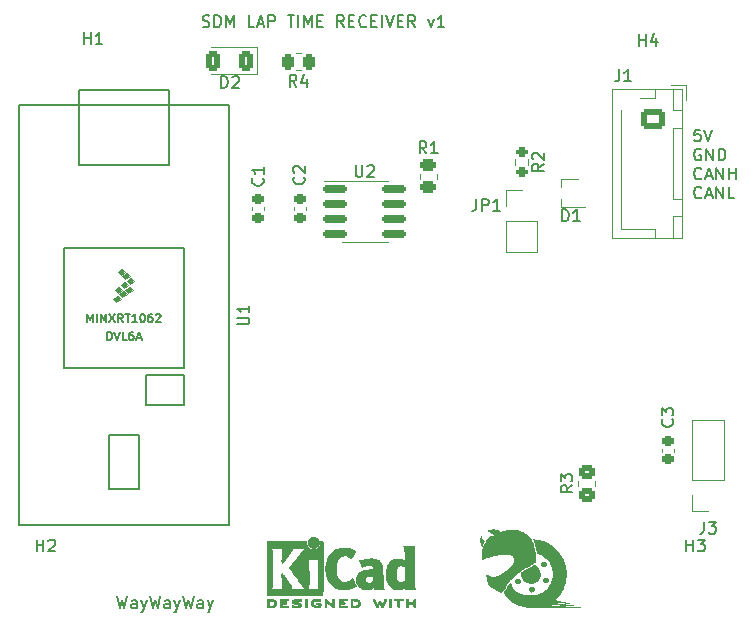
<source format=gbr>
G04 #@! TF.GenerationSoftware,KiCad,Pcbnew,7.0.8*
G04 #@! TF.CreationDate,2024-01-21T00:43:24-07:00*
G04 #@! TF.ProjectId,ONVEHICLE,4f4e5645-4849-4434-9c45-2e6b69636164,rev?*
G04 #@! TF.SameCoordinates,Original*
G04 #@! TF.FileFunction,Legend,Top*
G04 #@! TF.FilePolarity,Positive*
%FSLAX46Y46*%
G04 Gerber Fmt 4.6, Leading zero omitted, Abs format (unit mm)*
G04 Created by KiCad (PCBNEW 7.0.8) date 2024-01-21 00:43:24*
%MOMM*%
%LPD*%
G01*
G04 APERTURE LIST*
G04 Aperture macros list*
%AMRoundRect*
0 Rectangle with rounded corners*
0 $1 Rounding radius*
0 $2 $3 $4 $5 $6 $7 $8 $9 X,Y pos of 4 corners*
0 Add a 4 corners polygon primitive as box body*
4,1,4,$2,$3,$4,$5,$6,$7,$8,$9,$2,$3,0*
0 Add four circle primitives for the rounded corners*
1,1,$1+$1,$2,$3*
1,1,$1+$1,$4,$5*
1,1,$1+$1,$6,$7*
1,1,$1+$1,$8,$9*
0 Add four rect primitives between the rounded corners*
20,1,$1+$1,$2,$3,$4,$5,0*
20,1,$1+$1,$4,$5,$6,$7,0*
20,1,$1+$1,$6,$7,$8,$9,0*
20,1,$1+$1,$8,$9,$2,$3,0*%
G04 Aperture macros list end*
%ADD10C,0.150000*%
%ADD11C,0.010000*%
%ADD12C,0.120000*%
%ADD13C,0.100000*%
%ADD14RoundRect,0.225000X0.250000X-0.225000X0.250000X0.225000X-0.250000X0.225000X-0.250000X-0.225000X0*%
%ADD15C,3.200000*%
%ADD16RoundRect,0.250000X0.450000X-0.350000X0.450000X0.350000X-0.450000X0.350000X-0.450000X-0.350000X0*%
%ADD17RoundRect,0.250000X0.375000X0.625000X-0.375000X0.625000X-0.375000X-0.625000X0.375000X-0.625000X0*%
%ADD18RoundRect,0.250000X0.262500X0.450000X-0.262500X0.450000X-0.262500X-0.450000X0.262500X-0.450000X0*%
%ADD19R,0.700000X0.450000*%
%ADD20R,1.700000X1.700000*%
%ADD21O,1.700000X1.700000*%
%ADD22C,1.200000*%
%ADD23RoundRect,0.250000X-0.725000X0.600000X-0.725000X-0.600000X0.725000X-0.600000X0.725000X0.600000X0*%
%ADD24O,1.950000X1.700000*%
%ADD25RoundRect,0.150000X-0.825000X-0.150000X0.825000X-0.150000X0.825000X0.150000X-0.825000X0.150000X0*%
%ADD26C,1.600000*%
%ADD27RoundRect,0.250000X0.450000X-0.262500X0.450000X0.262500X-0.450000X0.262500X-0.450000X-0.262500X0*%
%ADD28RoundRect,0.200000X-0.275000X0.200000X-0.275000X-0.200000X0.275000X-0.200000X0.275000X0.200000X0*%
G04 APERTURE END LIST*
D10*
X141041541Y-119069819D02*
X141279636Y-120069819D01*
X141279636Y-120069819D02*
X141470112Y-119355533D01*
X141470112Y-119355533D02*
X141660588Y-120069819D01*
X141660588Y-120069819D02*
X141898684Y-119069819D01*
X142708207Y-120069819D02*
X142708207Y-119546009D01*
X142708207Y-119546009D02*
X142660588Y-119450771D01*
X142660588Y-119450771D02*
X142565350Y-119403152D01*
X142565350Y-119403152D02*
X142374874Y-119403152D01*
X142374874Y-119403152D02*
X142279636Y-119450771D01*
X142708207Y-120022200D02*
X142612969Y-120069819D01*
X142612969Y-120069819D02*
X142374874Y-120069819D01*
X142374874Y-120069819D02*
X142279636Y-120022200D01*
X142279636Y-120022200D02*
X142232017Y-119926961D01*
X142232017Y-119926961D02*
X142232017Y-119831723D01*
X142232017Y-119831723D02*
X142279636Y-119736485D01*
X142279636Y-119736485D02*
X142374874Y-119688866D01*
X142374874Y-119688866D02*
X142612969Y-119688866D01*
X142612969Y-119688866D02*
X142708207Y-119641247D01*
X143089160Y-119403152D02*
X143327255Y-120069819D01*
X143565350Y-119403152D02*
X143327255Y-120069819D01*
X143327255Y-120069819D02*
X143232017Y-120307914D01*
X143232017Y-120307914D02*
X143184398Y-120355533D01*
X143184398Y-120355533D02*
X143089160Y-120403152D01*
X143851065Y-119069819D02*
X144089160Y-120069819D01*
X144089160Y-120069819D02*
X144279636Y-119355533D01*
X144279636Y-119355533D02*
X144470112Y-120069819D01*
X144470112Y-120069819D02*
X144708208Y-119069819D01*
X145517731Y-120069819D02*
X145517731Y-119546009D01*
X145517731Y-119546009D02*
X145470112Y-119450771D01*
X145470112Y-119450771D02*
X145374874Y-119403152D01*
X145374874Y-119403152D02*
X145184398Y-119403152D01*
X145184398Y-119403152D02*
X145089160Y-119450771D01*
X145517731Y-120022200D02*
X145422493Y-120069819D01*
X145422493Y-120069819D02*
X145184398Y-120069819D01*
X145184398Y-120069819D02*
X145089160Y-120022200D01*
X145089160Y-120022200D02*
X145041541Y-119926961D01*
X145041541Y-119926961D02*
X145041541Y-119831723D01*
X145041541Y-119831723D02*
X145089160Y-119736485D01*
X145089160Y-119736485D02*
X145184398Y-119688866D01*
X145184398Y-119688866D02*
X145422493Y-119688866D01*
X145422493Y-119688866D02*
X145517731Y-119641247D01*
X145898684Y-119403152D02*
X146136779Y-120069819D01*
X146374874Y-119403152D02*
X146136779Y-120069819D01*
X146136779Y-120069819D02*
X146041541Y-120307914D01*
X146041541Y-120307914D02*
X145993922Y-120355533D01*
X145993922Y-120355533D02*
X145898684Y-120403152D01*
X146660589Y-119069819D02*
X146898684Y-120069819D01*
X146898684Y-120069819D02*
X147089160Y-119355533D01*
X147089160Y-119355533D02*
X147279636Y-120069819D01*
X147279636Y-120069819D02*
X147517732Y-119069819D01*
X148327255Y-120069819D02*
X148327255Y-119546009D01*
X148327255Y-119546009D02*
X148279636Y-119450771D01*
X148279636Y-119450771D02*
X148184398Y-119403152D01*
X148184398Y-119403152D02*
X147993922Y-119403152D01*
X147993922Y-119403152D02*
X147898684Y-119450771D01*
X148327255Y-120022200D02*
X148232017Y-120069819D01*
X148232017Y-120069819D02*
X147993922Y-120069819D01*
X147993922Y-120069819D02*
X147898684Y-120022200D01*
X147898684Y-120022200D02*
X147851065Y-119926961D01*
X147851065Y-119926961D02*
X147851065Y-119831723D01*
X147851065Y-119831723D02*
X147898684Y-119736485D01*
X147898684Y-119736485D02*
X147993922Y-119688866D01*
X147993922Y-119688866D02*
X148232017Y-119688866D01*
X148232017Y-119688866D02*
X148327255Y-119641247D01*
X148708208Y-119403152D02*
X148946303Y-120069819D01*
X149184398Y-119403152D02*
X148946303Y-120069819D01*
X148946303Y-120069819D02*
X148851065Y-120307914D01*
X148851065Y-120307914D02*
X148803446Y-120355533D01*
X148803446Y-120355533D02*
X148708208Y-120403152D01*
X190412969Y-79539819D02*
X189936779Y-79539819D01*
X189936779Y-79539819D02*
X189889160Y-80016009D01*
X189889160Y-80016009D02*
X189936779Y-79968390D01*
X189936779Y-79968390D02*
X190032017Y-79920771D01*
X190032017Y-79920771D02*
X190270112Y-79920771D01*
X190270112Y-79920771D02*
X190365350Y-79968390D01*
X190365350Y-79968390D02*
X190412969Y-80016009D01*
X190412969Y-80016009D02*
X190460588Y-80111247D01*
X190460588Y-80111247D02*
X190460588Y-80349342D01*
X190460588Y-80349342D02*
X190412969Y-80444580D01*
X190412969Y-80444580D02*
X190365350Y-80492200D01*
X190365350Y-80492200D02*
X190270112Y-80539819D01*
X190270112Y-80539819D02*
X190032017Y-80539819D01*
X190032017Y-80539819D02*
X189936779Y-80492200D01*
X189936779Y-80492200D02*
X189889160Y-80444580D01*
X190746303Y-79539819D02*
X191079636Y-80539819D01*
X191079636Y-80539819D02*
X191412969Y-79539819D01*
X190460588Y-81197438D02*
X190365350Y-81149819D01*
X190365350Y-81149819D02*
X190222493Y-81149819D01*
X190222493Y-81149819D02*
X190079636Y-81197438D01*
X190079636Y-81197438D02*
X189984398Y-81292676D01*
X189984398Y-81292676D02*
X189936779Y-81387914D01*
X189936779Y-81387914D02*
X189889160Y-81578390D01*
X189889160Y-81578390D02*
X189889160Y-81721247D01*
X189889160Y-81721247D02*
X189936779Y-81911723D01*
X189936779Y-81911723D02*
X189984398Y-82006961D01*
X189984398Y-82006961D02*
X190079636Y-82102200D01*
X190079636Y-82102200D02*
X190222493Y-82149819D01*
X190222493Y-82149819D02*
X190317731Y-82149819D01*
X190317731Y-82149819D02*
X190460588Y-82102200D01*
X190460588Y-82102200D02*
X190508207Y-82054580D01*
X190508207Y-82054580D02*
X190508207Y-81721247D01*
X190508207Y-81721247D02*
X190317731Y-81721247D01*
X190936779Y-82149819D02*
X190936779Y-81149819D01*
X190936779Y-81149819D02*
X191508207Y-82149819D01*
X191508207Y-82149819D02*
X191508207Y-81149819D01*
X191984398Y-82149819D02*
X191984398Y-81149819D01*
X191984398Y-81149819D02*
X192222493Y-81149819D01*
X192222493Y-81149819D02*
X192365350Y-81197438D01*
X192365350Y-81197438D02*
X192460588Y-81292676D01*
X192460588Y-81292676D02*
X192508207Y-81387914D01*
X192508207Y-81387914D02*
X192555826Y-81578390D01*
X192555826Y-81578390D02*
X192555826Y-81721247D01*
X192555826Y-81721247D02*
X192508207Y-81911723D01*
X192508207Y-81911723D02*
X192460588Y-82006961D01*
X192460588Y-82006961D02*
X192365350Y-82102200D01*
X192365350Y-82102200D02*
X192222493Y-82149819D01*
X192222493Y-82149819D02*
X191984398Y-82149819D01*
X190508207Y-83664580D02*
X190460588Y-83712200D01*
X190460588Y-83712200D02*
X190317731Y-83759819D01*
X190317731Y-83759819D02*
X190222493Y-83759819D01*
X190222493Y-83759819D02*
X190079636Y-83712200D01*
X190079636Y-83712200D02*
X189984398Y-83616961D01*
X189984398Y-83616961D02*
X189936779Y-83521723D01*
X189936779Y-83521723D02*
X189889160Y-83331247D01*
X189889160Y-83331247D02*
X189889160Y-83188390D01*
X189889160Y-83188390D02*
X189936779Y-82997914D01*
X189936779Y-82997914D02*
X189984398Y-82902676D01*
X189984398Y-82902676D02*
X190079636Y-82807438D01*
X190079636Y-82807438D02*
X190222493Y-82759819D01*
X190222493Y-82759819D02*
X190317731Y-82759819D01*
X190317731Y-82759819D02*
X190460588Y-82807438D01*
X190460588Y-82807438D02*
X190508207Y-82855057D01*
X190889160Y-83474104D02*
X191365350Y-83474104D01*
X190793922Y-83759819D02*
X191127255Y-82759819D01*
X191127255Y-82759819D02*
X191460588Y-83759819D01*
X191793922Y-83759819D02*
X191793922Y-82759819D01*
X191793922Y-82759819D02*
X192365350Y-83759819D01*
X192365350Y-83759819D02*
X192365350Y-82759819D01*
X192841541Y-83759819D02*
X192841541Y-82759819D01*
X192841541Y-83236009D02*
X193412969Y-83236009D01*
X193412969Y-83759819D02*
X193412969Y-82759819D01*
X190508207Y-85274580D02*
X190460588Y-85322200D01*
X190460588Y-85322200D02*
X190317731Y-85369819D01*
X190317731Y-85369819D02*
X190222493Y-85369819D01*
X190222493Y-85369819D02*
X190079636Y-85322200D01*
X190079636Y-85322200D02*
X189984398Y-85226961D01*
X189984398Y-85226961D02*
X189936779Y-85131723D01*
X189936779Y-85131723D02*
X189889160Y-84941247D01*
X189889160Y-84941247D02*
X189889160Y-84798390D01*
X189889160Y-84798390D02*
X189936779Y-84607914D01*
X189936779Y-84607914D02*
X189984398Y-84512676D01*
X189984398Y-84512676D02*
X190079636Y-84417438D01*
X190079636Y-84417438D02*
X190222493Y-84369819D01*
X190222493Y-84369819D02*
X190317731Y-84369819D01*
X190317731Y-84369819D02*
X190460588Y-84417438D01*
X190460588Y-84417438D02*
X190508207Y-84465057D01*
X190889160Y-85084104D02*
X191365350Y-85084104D01*
X190793922Y-85369819D02*
X191127255Y-84369819D01*
X191127255Y-84369819D02*
X191460588Y-85369819D01*
X191793922Y-85369819D02*
X191793922Y-84369819D01*
X191793922Y-84369819D02*
X192365350Y-85369819D01*
X192365350Y-85369819D02*
X192365350Y-84369819D01*
X193317731Y-85369819D02*
X192841541Y-85369819D01*
X192841541Y-85369819D02*
X192841541Y-84369819D01*
X148289160Y-70822200D02*
X148432017Y-70869819D01*
X148432017Y-70869819D02*
X148670112Y-70869819D01*
X148670112Y-70869819D02*
X148765350Y-70822200D01*
X148765350Y-70822200D02*
X148812969Y-70774580D01*
X148812969Y-70774580D02*
X148860588Y-70679342D01*
X148860588Y-70679342D02*
X148860588Y-70584104D01*
X148860588Y-70584104D02*
X148812969Y-70488866D01*
X148812969Y-70488866D02*
X148765350Y-70441247D01*
X148765350Y-70441247D02*
X148670112Y-70393628D01*
X148670112Y-70393628D02*
X148479636Y-70346009D01*
X148479636Y-70346009D02*
X148384398Y-70298390D01*
X148384398Y-70298390D02*
X148336779Y-70250771D01*
X148336779Y-70250771D02*
X148289160Y-70155533D01*
X148289160Y-70155533D02*
X148289160Y-70060295D01*
X148289160Y-70060295D02*
X148336779Y-69965057D01*
X148336779Y-69965057D02*
X148384398Y-69917438D01*
X148384398Y-69917438D02*
X148479636Y-69869819D01*
X148479636Y-69869819D02*
X148717731Y-69869819D01*
X148717731Y-69869819D02*
X148860588Y-69917438D01*
X149289160Y-70869819D02*
X149289160Y-69869819D01*
X149289160Y-69869819D02*
X149527255Y-69869819D01*
X149527255Y-69869819D02*
X149670112Y-69917438D01*
X149670112Y-69917438D02*
X149765350Y-70012676D01*
X149765350Y-70012676D02*
X149812969Y-70107914D01*
X149812969Y-70107914D02*
X149860588Y-70298390D01*
X149860588Y-70298390D02*
X149860588Y-70441247D01*
X149860588Y-70441247D02*
X149812969Y-70631723D01*
X149812969Y-70631723D02*
X149765350Y-70726961D01*
X149765350Y-70726961D02*
X149670112Y-70822200D01*
X149670112Y-70822200D02*
X149527255Y-70869819D01*
X149527255Y-70869819D02*
X149289160Y-70869819D01*
X150289160Y-70869819D02*
X150289160Y-69869819D01*
X150289160Y-69869819D02*
X150622493Y-70584104D01*
X150622493Y-70584104D02*
X150955826Y-69869819D01*
X150955826Y-69869819D02*
X150955826Y-70869819D01*
X152670112Y-70869819D02*
X152193922Y-70869819D01*
X152193922Y-70869819D02*
X152193922Y-69869819D01*
X152955827Y-70584104D02*
X153432017Y-70584104D01*
X152860589Y-70869819D02*
X153193922Y-69869819D01*
X153193922Y-69869819D02*
X153527255Y-70869819D01*
X153860589Y-70869819D02*
X153860589Y-69869819D01*
X153860589Y-69869819D02*
X154241541Y-69869819D01*
X154241541Y-69869819D02*
X154336779Y-69917438D01*
X154336779Y-69917438D02*
X154384398Y-69965057D01*
X154384398Y-69965057D02*
X154432017Y-70060295D01*
X154432017Y-70060295D02*
X154432017Y-70203152D01*
X154432017Y-70203152D02*
X154384398Y-70298390D01*
X154384398Y-70298390D02*
X154336779Y-70346009D01*
X154336779Y-70346009D02*
X154241541Y-70393628D01*
X154241541Y-70393628D02*
X153860589Y-70393628D01*
X155479637Y-69869819D02*
X156051065Y-69869819D01*
X155765351Y-70869819D02*
X155765351Y-69869819D01*
X156384399Y-70869819D02*
X156384399Y-69869819D01*
X156860589Y-70869819D02*
X156860589Y-69869819D01*
X156860589Y-69869819D02*
X157193922Y-70584104D01*
X157193922Y-70584104D02*
X157527255Y-69869819D01*
X157527255Y-69869819D02*
X157527255Y-70869819D01*
X158003446Y-70346009D02*
X158336779Y-70346009D01*
X158479636Y-70869819D02*
X158003446Y-70869819D01*
X158003446Y-70869819D02*
X158003446Y-69869819D01*
X158003446Y-69869819D02*
X158479636Y-69869819D01*
X160241541Y-70869819D02*
X159908208Y-70393628D01*
X159670113Y-70869819D02*
X159670113Y-69869819D01*
X159670113Y-69869819D02*
X160051065Y-69869819D01*
X160051065Y-69869819D02*
X160146303Y-69917438D01*
X160146303Y-69917438D02*
X160193922Y-69965057D01*
X160193922Y-69965057D02*
X160241541Y-70060295D01*
X160241541Y-70060295D02*
X160241541Y-70203152D01*
X160241541Y-70203152D02*
X160193922Y-70298390D01*
X160193922Y-70298390D02*
X160146303Y-70346009D01*
X160146303Y-70346009D02*
X160051065Y-70393628D01*
X160051065Y-70393628D02*
X159670113Y-70393628D01*
X160670113Y-70346009D02*
X161003446Y-70346009D01*
X161146303Y-70869819D02*
X160670113Y-70869819D01*
X160670113Y-70869819D02*
X160670113Y-69869819D01*
X160670113Y-69869819D02*
X161146303Y-69869819D01*
X162146303Y-70774580D02*
X162098684Y-70822200D01*
X162098684Y-70822200D02*
X161955827Y-70869819D01*
X161955827Y-70869819D02*
X161860589Y-70869819D01*
X161860589Y-70869819D02*
X161717732Y-70822200D01*
X161717732Y-70822200D02*
X161622494Y-70726961D01*
X161622494Y-70726961D02*
X161574875Y-70631723D01*
X161574875Y-70631723D02*
X161527256Y-70441247D01*
X161527256Y-70441247D02*
X161527256Y-70298390D01*
X161527256Y-70298390D02*
X161574875Y-70107914D01*
X161574875Y-70107914D02*
X161622494Y-70012676D01*
X161622494Y-70012676D02*
X161717732Y-69917438D01*
X161717732Y-69917438D02*
X161860589Y-69869819D01*
X161860589Y-69869819D02*
X161955827Y-69869819D01*
X161955827Y-69869819D02*
X162098684Y-69917438D01*
X162098684Y-69917438D02*
X162146303Y-69965057D01*
X162574875Y-70346009D02*
X162908208Y-70346009D01*
X163051065Y-70869819D02*
X162574875Y-70869819D01*
X162574875Y-70869819D02*
X162574875Y-69869819D01*
X162574875Y-69869819D02*
X163051065Y-69869819D01*
X163479637Y-70869819D02*
X163479637Y-69869819D01*
X163812970Y-69869819D02*
X164146303Y-70869819D01*
X164146303Y-70869819D02*
X164479636Y-69869819D01*
X164812970Y-70346009D02*
X165146303Y-70346009D01*
X165289160Y-70869819D02*
X164812970Y-70869819D01*
X164812970Y-70869819D02*
X164812970Y-69869819D01*
X164812970Y-69869819D02*
X165289160Y-69869819D01*
X166289160Y-70869819D02*
X165955827Y-70393628D01*
X165717732Y-70869819D02*
X165717732Y-69869819D01*
X165717732Y-69869819D02*
X166098684Y-69869819D01*
X166098684Y-69869819D02*
X166193922Y-69917438D01*
X166193922Y-69917438D02*
X166241541Y-69965057D01*
X166241541Y-69965057D02*
X166289160Y-70060295D01*
X166289160Y-70060295D02*
X166289160Y-70203152D01*
X166289160Y-70203152D02*
X166241541Y-70298390D01*
X166241541Y-70298390D02*
X166193922Y-70346009D01*
X166193922Y-70346009D02*
X166098684Y-70393628D01*
X166098684Y-70393628D02*
X165717732Y-70393628D01*
X167384399Y-70203152D02*
X167622494Y-70869819D01*
X167622494Y-70869819D02*
X167860589Y-70203152D01*
X168765351Y-70869819D02*
X168193923Y-70869819D01*
X168479637Y-70869819D02*
X168479637Y-69869819D01*
X168479637Y-69869819D02*
X168384399Y-70012676D01*
X168384399Y-70012676D02*
X168289161Y-70107914D01*
X168289161Y-70107914D02*
X168193923Y-70155533D01*
X188059580Y-104066666D02*
X188107200Y-104114285D01*
X188107200Y-104114285D02*
X188154819Y-104257142D01*
X188154819Y-104257142D02*
X188154819Y-104352380D01*
X188154819Y-104352380D02*
X188107200Y-104495237D01*
X188107200Y-104495237D02*
X188011961Y-104590475D01*
X188011961Y-104590475D02*
X187916723Y-104638094D01*
X187916723Y-104638094D02*
X187726247Y-104685713D01*
X187726247Y-104685713D02*
X187583390Y-104685713D01*
X187583390Y-104685713D02*
X187392914Y-104638094D01*
X187392914Y-104638094D02*
X187297676Y-104590475D01*
X187297676Y-104590475D02*
X187202438Y-104495237D01*
X187202438Y-104495237D02*
X187154819Y-104352380D01*
X187154819Y-104352380D02*
X187154819Y-104257142D01*
X187154819Y-104257142D02*
X187202438Y-104114285D01*
X187202438Y-104114285D02*
X187250057Y-104066666D01*
X187154819Y-103733332D02*
X187154819Y-103114285D01*
X187154819Y-103114285D02*
X187535771Y-103447618D01*
X187535771Y-103447618D02*
X187535771Y-103304761D01*
X187535771Y-103304761D02*
X187583390Y-103209523D01*
X187583390Y-103209523D02*
X187631009Y-103161904D01*
X187631009Y-103161904D02*
X187726247Y-103114285D01*
X187726247Y-103114285D02*
X187964342Y-103114285D01*
X187964342Y-103114285D02*
X188059580Y-103161904D01*
X188059580Y-103161904D02*
X188107200Y-103209523D01*
X188107200Y-103209523D02*
X188154819Y-103304761D01*
X188154819Y-103304761D02*
X188154819Y-103590475D01*
X188154819Y-103590475D02*
X188107200Y-103685713D01*
X188107200Y-103685713D02*
X188059580Y-103733332D01*
X134238095Y-115254819D02*
X134238095Y-114254819D01*
X134238095Y-114731009D02*
X134809523Y-114731009D01*
X134809523Y-115254819D02*
X134809523Y-114254819D01*
X135238095Y-114350057D02*
X135285714Y-114302438D01*
X135285714Y-114302438D02*
X135380952Y-114254819D01*
X135380952Y-114254819D02*
X135619047Y-114254819D01*
X135619047Y-114254819D02*
X135714285Y-114302438D01*
X135714285Y-114302438D02*
X135761904Y-114350057D01*
X135761904Y-114350057D02*
X135809523Y-114445295D01*
X135809523Y-114445295D02*
X135809523Y-114540533D01*
X135809523Y-114540533D02*
X135761904Y-114683390D01*
X135761904Y-114683390D02*
X135190476Y-115254819D01*
X135190476Y-115254819D02*
X135809523Y-115254819D01*
X179604819Y-109666666D02*
X179128628Y-109999999D01*
X179604819Y-110238094D02*
X178604819Y-110238094D01*
X178604819Y-110238094D02*
X178604819Y-109857142D01*
X178604819Y-109857142D02*
X178652438Y-109761904D01*
X178652438Y-109761904D02*
X178700057Y-109714285D01*
X178700057Y-109714285D02*
X178795295Y-109666666D01*
X178795295Y-109666666D02*
X178938152Y-109666666D01*
X178938152Y-109666666D02*
X179033390Y-109714285D01*
X179033390Y-109714285D02*
X179081009Y-109761904D01*
X179081009Y-109761904D02*
X179128628Y-109857142D01*
X179128628Y-109857142D02*
X179128628Y-110238094D01*
X178604819Y-109333332D02*
X178604819Y-108714285D01*
X178604819Y-108714285D02*
X178985771Y-109047618D01*
X178985771Y-109047618D02*
X178985771Y-108904761D01*
X178985771Y-108904761D02*
X179033390Y-108809523D01*
X179033390Y-108809523D02*
X179081009Y-108761904D01*
X179081009Y-108761904D02*
X179176247Y-108714285D01*
X179176247Y-108714285D02*
X179414342Y-108714285D01*
X179414342Y-108714285D02*
X179509580Y-108761904D01*
X179509580Y-108761904D02*
X179557200Y-108809523D01*
X179557200Y-108809523D02*
X179604819Y-108904761D01*
X179604819Y-108904761D02*
X179604819Y-109190475D01*
X179604819Y-109190475D02*
X179557200Y-109285713D01*
X179557200Y-109285713D02*
X179509580Y-109333332D01*
X138238095Y-72304819D02*
X138238095Y-71304819D01*
X138238095Y-71781009D02*
X138809523Y-71781009D01*
X138809523Y-72304819D02*
X138809523Y-71304819D01*
X139809523Y-72304819D02*
X139238095Y-72304819D01*
X139523809Y-72304819D02*
X139523809Y-71304819D01*
X139523809Y-71304819D02*
X139428571Y-71447676D01*
X139428571Y-71447676D02*
X139333333Y-71542914D01*
X139333333Y-71542914D02*
X139238095Y-71590533D01*
X149861905Y-76004819D02*
X149861905Y-75004819D01*
X149861905Y-75004819D02*
X150100000Y-75004819D01*
X150100000Y-75004819D02*
X150242857Y-75052438D01*
X150242857Y-75052438D02*
X150338095Y-75147676D01*
X150338095Y-75147676D02*
X150385714Y-75242914D01*
X150385714Y-75242914D02*
X150433333Y-75433390D01*
X150433333Y-75433390D02*
X150433333Y-75576247D01*
X150433333Y-75576247D02*
X150385714Y-75766723D01*
X150385714Y-75766723D02*
X150338095Y-75861961D01*
X150338095Y-75861961D02*
X150242857Y-75957200D01*
X150242857Y-75957200D02*
X150100000Y-76004819D01*
X150100000Y-76004819D02*
X149861905Y-76004819D01*
X150814286Y-75100057D02*
X150861905Y-75052438D01*
X150861905Y-75052438D02*
X150957143Y-75004819D01*
X150957143Y-75004819D02*
X151195238Y-75004819D01*
X151195238Y-75004819D02*
X151290476Y-75052438D01*
X151290476Y-75052438D02*
X151338095Y-75100057D01*
X151338095Y-75100057D02*
X151385714Y-75195295D01*
X151385714Y-75195295D02*
X151385714Y-75290533D01*
X151385714Y-75290533D02*
X151338095Y-75433390D01*
X151338095Y-75433390D02*
X150766667Y-76004819D01*
X150766667Y-76004819D02*
X151385714Y-76004819D01*
X156233333Y-75904819D02*
X155900000Y-75428628D01*
X155661905Y-75904819D02*
X155661905Y-74904819D01*
X155661905Y-74904819D02*
X156042857Y-74904819D01*
X156042857Y-74904819D02*
X156138095Y-74952438D01*
X156138095Y-74952438D02*
X156185714Y-75000057D01*
X156185714Y-75000057D02*
X156233333Y-75095295D01*
X156233333Y-75095295D02*
X156233333Y-75238152D01*
X156233333Y-75238152D02*
X156185714Y-75333390D01*
X156185714Y-75333390D02*
X156138095Y-75381009D01*
X156138095Y-75381009D02*
X156042857Y-75428628D01*
X156042857Y-75428628D02*
X155661905Y-75428628D01*
X157090476Y-75238152D02*
X157090476Y-75904819D01*
X156852381Y-74857200D02*
X156614286Y-75571485D01*
X156614286Y-75571485D02*
X157233333Y-75571485D01*
X189238095Y-115254819D02*
X189238095Y-114254819D01*
X189238095Y-114731009D02*
X189809523Y-114731009D01*
X189809523Y-115254819D02*
X189809523Y-114254819D01*
X190190476Y-114254819D02*
X190809523Y-114254819D01*
X190809523Y-114254819D02*
X190476190Y-114635771D01*
X190476190Y-114635771D02*
X190619047Y-114635771D01*
X190619047Y-114635771D02*
X190714285Y-114683390D01*
X190714285Y-114683390D02*
X190761904Y-114731009D01*
X190761904Y-114731009D02*
X190809523Y-114826247D01*
X190809523Y-114826247D02*
X190809523Y-115064342D01*
X190809523Y-115064342D02*
X190761904Y-115159580D01*
X190761904Y-115159580D02*
X190714285Y-115207200D01*
X190714285Y-115207200D02*
X190619047Y-115254819D01*
X190619047Y-115254819D02*
X190333333Y-115254819D01*
X190333333Y-115254819D02*
X190238095Y-115207200D01*
X190238095Y-115207200D02*
X190190476Y-115159580D01*
X178711905Y-87304819D02*
X178711905Y-86304819D01*
X178711905Y-86304819D02*
X178950000Y-86304819D01*
X178950000Y-86304819D02*
X179092857Y-86352438D01*
X179092857Y-86352438D02*
X179188095Y-86447676D01*
X179188095Y-86447676D02*
X179235714Y-86542914D01*
X179235714Y-86542914D02*
X179283333Y-86733390D01*
X179283333Y-86733390D02*
X179283333Y-86876247D01*
X179283333Y-86876247D02*
X179235714Y-87066723D01*
X179235714Y-87066723D02*
X179188095Y-87161961D01*
X179188095Y-87161961D02*
X179092857Y-87257200D01*
X179092857Y-87257200D02*
X178950000Y-87304819D01*
X178950000Y-87304819D02*
X178711905Y-87304819D01*
X180235714Y-87304819D02*
X179664286Y-87304819D01*
X179950000Y-87304819D02*
X179950000Y-86304819D01*
X179950000Y-86304819D02*
X179854762Y-86447676D01*
X179854762Y-86447676D02*
X179759524Y-86542914D01*
X179759524Y-86542914D02*
X179664286Y-86590533D01*
X171466666Y-85429819D02*
X171466666Y-86144104D01*
X171466666Y-86144104D02*
X171419047Y-86286961D01*
X171419047Y-86286961D02*
X171323809Y-86382200D01*
X171323809Y-86382200D02*
X171180952Y-86429819D01*
X171180952Y-86429819D02*
X171085714Y-86429819D01*
X171942857Y-86429819D02*
X171942857Y-85429819D01*
X171942857Y-85429819D02*
X172323809Y-85429819D01*
X172323809Y-85429819D02*
X172419047Y-85477438D01*
X172419047Y-85477438D02*
X172466666Y-85525057D01*
X172466666Y-85525057D02*
X172514285Y-85620295D01*
X172514285Y-85620295D02*
X172514285Y-85763152D01*
X172514285Y-85763152D02*
X172466666Y-85858390D01*
X172466666Y-85858390D02*
X172419047Y-85906009D01*
X172419047Y-85906009D02*
X172323809Y-85953628D01*
X172323809Y-85953628D02*
X171942857Y-85953628D01*
X173466666Y-86429819D02*
X172895238Y-86429819D01*
X173180952Y-86429819D02*
X173180952Y-85429819D01*
X173180952Y-85429819D02*
X173085714Y-85572676D01*
X173085714Y-85572676D02*
X172990476Y-85667914D01*
X172990476Y-85667914D02*
X172895238Y-85715533D01*
X185238095Y-72454819D02*
X185238095Y-71454819D01*
X185238095Y-71931009D02*
X185809523Y-71931009D01*
X185809523Y-72454819D02*
X185809523Y-71454819D01*
X186714285Y-71788152D02*
X186714285Y-72454819D01*
X186476190Y-71407200D02*
X186238095Y-72121485D01*
X186238095Y-72121485D02*
X186857142Y-72121485D01*
X153359580Y-83666666D02*
X153407200Y-83714285D01*
X153407200Y-83714285D02*
X153454819Y-83857142D01*
X153454819Y-83857142D02*
X153454819Y-83952380D01*
X153454819Y-83952380D02*
X153407200Y-84095237D01*
X153407200Y-84095237D02*
X153311961Y-84190475D01*
X153311961Y-84190475D02*
X153216723Y-84238094D01*
X153216723Y-84238094D02*
X153026247Y-84285713D01*
X153026247Y-84285713D02*
X152883390Y-84285713D01*
X152883390Y-84285713D02*
X152692914Y-84238094D01*
X152692914Y-84238094D02*
X152597676Y-84190475D01*
X152597676Y-84190475D02*
X152502438Y-84095237D01*
X152502438Y-84095237D02*
X152454819Y-83952380D01*
X152454819Y-83952380D02*
X152454819Y-83857142D01*
X152454819Y-83857142D02*
X152502438Y-83714285D01*
X152502438Y-83714285D02*
X152550057Y-83666666D01*
X153454819Y-82714285D02*
X153454819Y-83285713D01*
X153454819Y-82999999D02*
X152454819Y-82999999D01*
X152454819Y-82999999D02*
X152597676Y-83095237D01*
X152597676Y-83095237D02*
X152692914Y-83190475D01*
X152692914Y-83190475D02*
X152740533Y-83285713D01*
X183566666Y-74454819D02*
X183566666Y-75169104D01*
X183566666Y-75169104D02*
X183519047Y-75311961D01*
X183519047Y-75311961D02*
X183423809Y-75407200D01*
X183423809Y-75407200D02*
X183280952Y-75454819D01*
X183280952Y-75454819D02*
X183185714Y-75454819D01*
X184566666Y-75454819D02*
X183995238Y-75454819D01*
X184280952Y-75454819D02*
X184280952Y-74454819D01*
X184280952Y-74454819D02*
X184185714Y-74597676D01*
X184185714Y-74597676D02*
X184090476Y-74692914D01*
X184090476Y-74692914D02*
X183995238Y-74740533D01*
X161238095Y-82554819D02*
X161238095Y-83364342D01*
X161238095Y-83364342D02*
X161285714Y-83459580D01*
X161285714Y-83459580D02*
X161333333Y-83507200D01*
X161333333Y-83507200D02*
X161428571Y-83554819D01*
X161428571Y-83554819D02*
X161619047Y-83554819D01*
X161619047Y-83554819D02*
X161714285Y-83507200D01*
X161714285Y-83507200D02*
X161761904Y-83459580D01*
X161761904Y-83459580D02*
X161809523Y-83364342D01*
X161809523Y-83364342D02*
X161809523Y-82554819D01*
X162238095Y-82650057D02*
X162285714Y-82602438D01*
X162285714Y-82602438D02*
X162380952Y-82554819D01*
X162380952Y-82554819D02*
X162619047Y-82554819D01*
X162619047Y-82554819D02*
X162714285Y-82602438D01*
X162714285Y-82602438D02*
X162761904Y-82650057D01*
X162761904Y-82650057D02*
X162809523Y-82745295D01*
X162809523Y-82745295D02*
X162809523Y-82840533D01*
X162809523Y-82840533D02*
X162761904Y-82983390D01*
X162761904Y-82983390D02*
X162190476Y-83554819D01*
X162190476Y-83554819D02*
X162809523Y-83554819D01*
X156859580Y-83566666D02*
X156907200Y-83614285D01*
X156907200Y-83614285D02*
X156954819Y-83757142D01*
X156954819Y-83757142D02*
X156954819Y-83852380D01*
X156954819Y-83852380D02*
X156907200Y-83995237D01*
X156907200Y-83995237D02*
X156811961Y-84090475D01*
X156811961Y-84090475D02*
X156716723Y-84138094D01*
X156716723Y-84138094D02*
X156526247Y-84185713D01*
X156526247Y-84185713D02*
X156383390Y-84185713D01*
X156383390Y-84185713D02*
X156192914Y-84138094D01*
X156192914Y-84138094D02*
X156097676Y-84090475D01*
X156097676Y-84090475D02*
X156002438Y-83995237D01*
X156002438Y-83995237D02*
X155954819Y-83852380D01*
X155954819Y-83852380D02*
X155954819Y-83757142D01*
X155954819Y-83757142D02*
X156002438Y-83614285D01*
X156002438Y-83614285D02*
X156050057Y-83566666D01*
X156050057Y-83185713D02*
X156002438Y-83138094D01*
X156002438Y-83138094D02*
X155954819Y-83042856D01*
X155954819Y-83042856D02*
X155954819Y-82804761D01*
X155954819Y-82804761D02*
X156002438Y-82709523D01*
X156002438Y-82709523D02*
X156050057Y-82661904D01*
X156050057Y-82661904D02*
X156145295Y-82614285D01*
X156145295Y-82614285D02*
X156240533Y-82614285D01*
X156240533Y-82614285D02*
X156383390Y-82661904D01*
X156383390Y-82661904D02*
X156954819Y-83233332D01*
X156954819Y-83233332D02*
X156954819Y-82614285D01*
X151234819Y-96031904D02*
X152044342Y-96031904D01*
X152044342Y-96031904D02*
X152139580Y-95984285D01*
X152139580Y-95984285D02*
X152187200Y-95936666D01*
X152187200Y-95936666D02*
X152234819Y-95841428D01*
X152234819Y-95841428D02*
X152234819Y-95650952D01*
X152234819Y-95650952D02*
X152187200Y-95555714D01*
X152187200Y-95555714D02*
X152139580Y-95508095D01*
X152139580Y-95508095D02*
X152044342Y-95460476D01*
X152044342Y-95460476D02*
X151234819Y-95460476D01*
X152234819Y-94460476D02*
X152234819Y-95031904D01*
X152234819Y-94746190D02*
X151234819Y-94746190D01*
X151234819Y-94746190D02*
X151377676Y-94841428D01*
X151377676Y-94841428D02*
X151472914Y-94936666D01*
X151472914Y-94936666D02*
X151520533Y-95031904D01*
X140219999Y-97364033D02*
X140219999Y-96664033D01*
X140219999Y-96664033D02*
X140386666Y-96664033D01*
X140386666Y-96664033D02*
X140486666Y-96697366D01*
X140486666Y-96697366D02*
X140553333Y-96764033D01*
X140553333Y-96764033D02*
X140586666Y-96830700D01*
X140586666Y-96830700D02*
X140619999Y-96964033D01*
X140619999Y-96964033D02*
X140619999Y-97064033D01*
X140619999Y-97064033D02*
X140586666Y-97197366D01*
X140586666Y-97197366D02*
X140553333Y-97264033D01*
X140553333Y-97264033D02*
X140486666Y-97330700D01*
X140486666Y-97330700D02*
X140386666Y-97364033D01*
X140386666Y-97364033D02*
X140219999Y-97364033D01*
X140819999Y-96664033D02*
X141053333Y-97364033D01*
X141053333Y-97364033D02*
X141286666Y-96664033D01*
X141853333Y-97364033D02*
X141519999Y-97364033D01*
X141519999Y-97364033D02*
X141519999Y-96664033D01*
X142386666Y-96664033D02*
X142253333Y-96664033D01*
X142253333Y-96664033D02*
X142186666Y-96697366D01*
X142186666Y-96697366D02*
X142153333Y-96730700D01*
X142153333Y-96730700D02*
X142086666Y-96830700D01*
X142086666Y-96830700D02*
X142053333Y-96964033D01*
X142053333Y-96964033D02*
X142053333Y-97230700D01*
X142053333Y-97230700D02*
X142086666Y-97297366D01*
X142086666Y-97297366D02*
X142120000Y-97330700D01*
X142120000Y-97330700D02*
X142186666Y-97364033D01*
X142186666Y-97364033D02*
X142320000Y-97364033D01*
X142320000Y-97364033D02*
X142386666Y-97330700D01*
X142386666Y-97330700D02*
X142420000Y-97297366D01*
X142420000Y-97297366D02*
X142453333Y-97230700D01*
X142453333Y-97230700D02*
X142453333Y-97064033D01*
X142453333Y-97064033D02*
X142420000Y-96997366D01*
X142420000Y-96997366D02*
X142386666Y-96964033D01*
X142386666Y-96964033D02*
X142320000Y-96930700D01*
X142320000Y-96930700D02*
X142186666Y-96930700D01*
X142186666Y-96930700D02*
X142120000Y-96964033D01*
X142120000Y-96964033D02*
X142086666Y-96997366D01*
X142086666Y-96997366D02*
X142053333Y-97064033D01*
X142720000Y-97164033D02*
X143053333Y-97164033D01*
X142653333Y-97364033D02*
X142886667Y-96664033D01*
X142886667Y-96664033D02*
X143120000Y-97364033D01*
X138536666Y-95840033D02*
X138536666Y-95140033D01*
X138536666Y-95140033D02*
X138770000Y-95640033D01*
X138770000Y-95640033D02*
X139003333Y-95140033D01*
X139003333Y-95140033D02*
X139003333Y-95840033D01*
X139336666Y-95840033D02*
X139336666Y-95140033D01*
X139669999Y-95840033D02*
X139669999Y-95140033D01*
X139669999Y-95140033D02*
X139903333Y-95640033D01*
X139903333Y-95640033D02*
X140136666Y-95140033D01*
X140136666Y-95140033D02*
X140136666Y-95840033D01*
X140403333Y-95140033D02*
X140869999Y-95840033D01*
X140869999Y-95140033D02*
X140403333Y-95840033D01*
X141536666Y-95840033D02*
X141303333Y-95506700D01*
X141136666Y-95840033D02*
X141136666Y-95140033D01*
X141136666Y-95140033D02*
X141403333Y-95140033D01*
X141403333Y-95140033D02*
X141470000Y-95173366D01*
X141470000Y-95173366D02*
X141503333Y-95206700D01*
X141503333Y-95206700D02*
X141536666Y-95273366D01*
X141536666Y-95273366D02*
X141536666Y-95373366D01*
X141536666Y-95373366D02*
X141503333Y-95440033D01*
X141503333Y-95440033D02*
X141470000Y-95473366D01*
X141470000Y-95473366D02*
X141403333Y-95506700D01*
X141403333Y-95506700D02*
X141136666Y-95506700D01*
X141736666Y-95140033D02*
X142136666Y-95140033D01*
X141936666Y-95840033D02*
X141936666Y-95140033D01*
X142736666Y-95840033D02*
X142336666Y-95840033D01*
X142536666Y-95840033D02*
X142536666Y-95140033D01*
X142536666Y-95140033D02*
X142469999Y-95240033D01*
X142469999Y-95240033D02*
X142403333Y-95306700D01*
X142403333Y-95306700D02*
X142336666Y-95340033D01*
X143170000Y-95140033D02*
X143236666Y-95140033D01*
X143236666Y-95140033D02*
X143303333Y-95173366D01*
X143303333Y-95173366D02*
X143336666Y-95206700D01*
X143336666Y-95206700D02*
X143370000Y-95273366D01*
X143370000Y-95273366D02*
X143403333Y-95406700D01*
X143403333Y-95406700D02*
X143403333Y-95573366D01*
X143403333Y-95573366D02*
X143370000Y-95706700D01*
X143370000Y-95706700D02*
X143336666Y-95773366D01*
X143336666Y-95773366D02*
X143303333Y-95806700D01*
X143303333Y-95806700D02*
X143236666Y-95840033D01*
X143236666Y-95840033D02*
X143170000Y-95840033D01*
X143170000Y-95840033D02*
X143103333Y-95806700D01*
X143103333Y-95806700D02*
X143070000Y-95773366D01*
X143070000Y-95773366D02*
X143036666Y-95706700D01*
X143036666Y-95706700D02*
X143003333Y-95573366D01*
X143003333Y-95573366D02*
X143003333Y-95406700D01*
X143003333Y-95406700D02*
X143036666Y-95273366D01*
X143036666Y-95273366D02*
X143070000Y-95206700D01*
X143070000Y-95206700D02*
X143103333Y-95173366D01*
X143103333Y-95173366D02*
X143170000Y-95140033D01*
X144003333Y-95140033D02*
X143870000Y-95140033D01*
X143870000Y-95140033D02*
X143803333Y-95173366D01*
X143803333Y-95173366D02*
X143770000Y-95206700D01*
X143770000Y-95206700D02*
X143703333Y-95306700D01*
X143703333Y-95306700D02*
X143670000Y-95440033D01*
X143670000Y-95440033D02*
X143670000Y-95706700D01*
X143670000Y-95706700D02*
X143703333Y-95773366D01*
X143703333Y-95773366D02*
X143736667Y-95806700D01*
X143736667Y-95806700D02*
X143803333Y-95840033D01*
X143803333Y-95840033D02*
X143936667Y-95840033D01*
X143936667Y-95840033D02*
X144003333Y-95806700D01*
X144003333Y-95806700D02*
X144036667Y-95773366D01*
X144036667Y-95773366D02*
X144070000Y-95706700D01*
X144070000Y-95706700D02*
X144070000Y-95540033D01*
X144070000Y-95540033D02*
X144036667Y-95473366D01*
X144036667Y-95473366D02*
X144003333Y-95440033D01*
X144003333Y-95440033D02*
X143936667Y-95406700D01*
X143936667Y-95406700D02*
X143803333Y-95406700D01*
X143803333Y-95406700D02*
X143736667Y-95440033D01*
X143736667Y-95440033D02*
X143703333Y-95473366D01*
X143703333Y-95473366D02*
X143670000Y-95540033D01*
X144336667Y-95206700D02*
X144370000Y-95173366D01*
X144370000Y-95173366D02*
X144436667Y-95140033D01*
X144436667Y-95140033D02*
X144603334Y-95140033D01*
X144603334Y-95140033D02*
X144670000Y-95173366D01*
X144670000Y-95173366D02*
X144703334Y-95206700D01*
X144703334Y-95206700D02*
X144736667Y-95273366D01*
X144736667Y-95273366D02*
X144736667Y-95340033D01*
X144736667Y-95340033D02*
X144703334Y-95440033D01*
X144703334Y-95440033D02*
X144303334Y-95840033D01*
X144303334Y-95840033D02*
X144736667Y-95840033D01*
X167233333Y-81554819D02*
X166900000Y-81078628D01*
X166661905Y-81554819D02*
X166661905Y-80554819D01*
X166661905Y-80554819D02*
X167042857Y-80554819D01*
X167042857Y-80554819D02*
X167138095Y-80602438D01*
X167138095Y-80602438D02*
X167185714Y-80650057D01*
X167185714Y-80650057D02*
X167233333Y-80745295D01*
X167233333Y-80745295D02*
X167233333Y-80888152D01*
X167233333Y-80888152D02*
X167185714Y-80983390D01*
X167185714Y-80983390D02*
X167138095Y-81031009D01*
X167138095Y-81031009D02*
X167042857Y-81078628D01*
X167042857Y-81078628D02*
X166661905Y-81078628D01*
X168185714Y-81554819D02*
X167614286Y-81554819D01*
X167900000Y-81554819D02*
X167900000Y-80554819D01*
X167900000Y-80554819D02*
X167804762Y-80697676D01*
X167804762Y-80697676D02*
X167709524Y-80792914D01*
X167709524Y-80792914D02*
X167614286Y-80840533D01*
X190741666Y-112749819D02*
X190741666Y-113464104D01*
X190741666Y-113464104D02*
X190694047Y-113606961D01*
X190694047Y-113606961D02*
X190598809Y-113702200D01*
X190598809Y-113702200D02*
X190455952Y-113749819D01*
X190455952Y-113749819D02*
X190360714Y-113749819D01*
X191122619Y-112749819D02*
X191741666Y-112749819D01*
X191741666Y-112749819D02*
X191408333Y-113130771D01*
X191408333Y-113130771D02*
X191551190Y-113130771D01*
X191551190Y-113130771D02*
X191646428Y-113178390D01*
X191646428Y-113178390D02*
X191694047Y-113226009D01*
X191694047Y-113226009D02*
X191741666Y-113321247D01*
X191741666Y-113321247D02*
X191741666Y-113559342D01*
X191741666Y-113559342D02*
X191694047Y-113654580D01*
X191694047Y-113654580D02*
X191646428Y-113702200D01*
X191646428Y-113702200D02*
X191551190Y-113749819D01*
X191551190Y-113749819D02*
X191265476Y-113749819D01*
X191265476Y-113749819D02*
X191170238Y-113702200D01*
X191170238Y-113702200D02*
X191122619Y-113654580D01*
X177184819Y-82441666D02*
X176708628Y-82774999D01*
X177184819Y-83013094D02*
X176184819Y-83013094D01*
X176184819Y-83013094D02*
X176184819Y-82632142D01*
X176184819Y-82632142D02*
X176232438Y-82536904D01*
X176232438Y-82536904D02*
X176280057Y-82489285D01*
X176280057Y-82489285D02*
X176375295Y-82441666D01*
X176375295Y-82441666D02*
X176518152Y-82441666D01*
X176518152Y-82441666D02*
X176613390Y-82489285D01*
X176613390Y-82489285D02*
X176661009Y-82536904D01*
X176661009Y-82536904D02*
X176708628Y-82632142D01*
X176708628Y-82632142D02*
X176708628Y-83013094D01*
X176280057Y-82060713D02*
X176232438Y-82013094D01*
X176232438Y-82013094D02*
X176184819Y-81917856D01*
X176184819Y-81917856D02*
X176184819Y-81679761D01*
X176184819Y-81679761D02*
X176232438Y-81584523D01*
X176232438Y-81584523D02*
X176280057Y-81536904D01*
X176280057Y-81536904D02*
X176375295Y-81489285D01*
X176375295Y-81489285D02*
X176470533Y-81489285D01*
X176470533Y-81489285D02*
X176613390Y-81536904D01*
X176613390Y-81536904D02*
X177184819Y-82108332D01*
X177184819Y-82108332D02*
X177184819Y-81489285D01*
D11*
X164188614Y-119275877D02*
X164212327Y-119290647D01*
X164238978Y-119312227D01*
X164238978Y-119633773D01*
X164238893Y-119727830D01*
X164238529Y-119801932D01*
X164237724Y-119858704D01*
X164236313Y-119900768D01*
X164234133Y-119930748D01*
X164231021Y-119951267D01*
X164226814Y-119964949D01*
X164221348Y-119974416D01*
X164217472Y-119979082D01*
X164186034Y-119999575D01*
X164150233Y-119998739D01*
X164118873Y-119981264D01*
X164092222Y-119959684D01*
X164092222Y-119312227D01*
X164118873Y-119290647D01*
X164144594Y-119274949D01*
X164165600Y-119269067D01*
X164188614Y-119275877D01*
G36*
X164188614Y-119275877D02*
G01*
X164212327Y-119290647D01*
X164238978Y-119312227D01*
X164238978Y-119633773D01*
X164238893Y-119727830D01*
X164238529Y-119801932D01*
X164237724Y-119858704D01*
X164236313Y-119900768D01*
X164234133Y-119930748D01*
X164231021Y-119951267D01*
X164226814Y-119964949D01*
X164221348Y-119974416D01*
X164217472Y-119979082D01*
X164186034Y-119999575D01*
X164150233Y-119998739D01*
X164118873Y-119981264D01*
X164092222Y-119959684D01*
X164092222Y-119312227D01*
X164118873Y-119290647D01*
X164144594Y-119274949D01*
X164165600Y-119269067D01*
X164188614Y-119275877D01*
G37*
X157076178Y-119291645D02*
X157082758Y-119299218D01*
X157087921Y-119308987D01*
X157091836Y-119323571D01*
X157094676Y-119345585D01*
X157096613Y-119377648D01*
X157097817Y-119422375D01*
X157098461Y-119482385D01*
X157098716Y-119560294D01*
X157098755Y-119635956D01*
X157098686Y-119729802D01*
X157098362Y-119803689D01*
X157097614Y-119860232D01*
X157096268Y-119902049D01*
X157094154Y-119931757D01*
X157091100Y-119951973D01*
X157086934Y-119965314D01*
X157081484Y-119974398D01*
X157076178Y-119980267D01*
X157043174Y-119999947D01*
X157008009Y-119998181D01*
X156976545Y-119976717D01*
X156969316Y-119968337D01*
X156963666Y-119958614D01*
X156959401Y-119944861D01*
X156956327Y-119924389D01*
X156954248Y-119894512D01*
X156952970Y-119852541D01*
X156952299Y-119795789D01*
X156952041Y-119721567D01*
X156952000Y-119637537D01*
X156952000Y-119324485D01*
X156979709Y-119296776D01*
X157013863Y-119273463D01*
X157046994Y-119272623D01*
X157076178Y-119291645D01*
G36*
X157076178Y-119291645D02*
G01*
X157082758Y-119299218D01*
X157087921Y-119308987D01*
X157091836Y-119323571D01*
X157094676Y-119345585D01*
X157096613Y-119377648D01*
X157097817Y-119422375D01*
X157098461Y-119482385D01*
X157098716Y-119560294D01*
X157098755Y-119635956D01*
X157098686Y-119729802D01*
X157098362Y-119803689D01*
X157097614Y-119860232D01*
X157096268Y-119902049D01*
X157094154Y-119931757D01*
X157091100Y-119951973D01*
X157086934Y-119965314D01*
X157081484Y-119974398D01*
X157076178Y-119980267D01*
X157043174Y-119999947D01*
X157008009Y-119998181D01*
X156976545Y-119976717D01*
X156969316Y-119968337D01*
X156963666Y-119958614D01*
X156959401Y-119944861D01*
X156956327Y-119924389D01*
X156954248Y-119894512D01*
X156952970Y-119852541D01*
X156952299Y-119795789D01*
X156952041Y-119721567D01*
X156952000Y-119637537D01*
X156952000Y-119324485D01*
X156979709Y-119296776D01*
X157013863Y-119273463D01*
X157046994Y-119272623D01*
X157076178Y-119291645D01*
G37*
X157726957Y-114026571D02*
X157823232Y-114050809D01*
X157909816Y-114093641D01*
X157984627Y-114153419D01*
X158045582Y-114228494D01*
X158090601Y-114317220D01*
X158116864Y-114413530D01*
X158122714Y-114510795D01*
X158107860Y-114604654D01*
X158074160Y-114692511D01*
X158023472Y-114771770D01*
X157957655Y-114839836D01*
X157878566Y-114894112D01*
X157788066Y-114932002D01*
X157736800Y-114944426D01*
X157692302Y-114951947D01*
X157658001Y-114954919D01*
X157625040Y-114953094D01*
X157584566Y-114946225D01*
X157551469Y-114939250D01*
X157458053Y-114907741D01*
X157374381Y-114856617D01*
X157302335Y-114787429D01*
X157243800Y-114701728D01*
X157229852Y-114674489D01*
X157213414Y-114638122D01*
X157203106Y-114607582D01*
X157197540Y-114575450D01*
X157195331Y-114534307D01*
X157195052Y-114488222D01*
X157199139Y-114403865D01*
X157212554Y-114334586D01*
X157237744Y-114273961D01*
X157277154Y-114215567D01*
X157315702Y-114171302D01*
X157387594Y-114105484D01*
X157462687Y-114060053D01*
X157545438Y-114032850D01*
X157623072Y-114022576D01*
X157726957Y-114026571D01*
G36*
X157726957Y-114026571D02*
G01*
X157823232Y-114050809D01*
X157909816Y-114093641D01*
X157984627Y-114153419D01*
X158045582Y-114228494D01*
X158090601Y-114317220D01*
X158116864Y-114413530D01*
X158122714Y-114510795D01*
X158107860Y-114604654D01*
X158074160Y-114692511D01*
X158023472Y-114771770D01*
X157957655Y-114839836D01*
X157878566Y-114894112D01*
X157788066Y-114932002D01*
X157736800Y-114944426D01*
X157692302Y-114951947D01*
X157658001Y-114954919D01*
X157625040Y-114953094D01*
X157584566Y-114946225D01*
X157551469Y-114939250D01*
X157458053Y-114907741D01*
X157374381Y-114856617D01*
X157302335Y-114787429D01*
X157243800Y-114701728D01*
X157229852Y-114674489D01*
X157213414Y-114638122D01*
X157203106Y-114607582D01*
X157197540Y-114575450D01*
X157195331Y-114534307D01*
X157195052Y-114488222D01*
X157199139Y-114403865D01*
X157212554Y-114334586D01*
X157237744Y-114273961D01*
X157277154Y-114215567D01*
X157315702Y-114171302D01*
X157387594Y-114105484D01*
X157462687Y-114060053D01*
X157545438Y-114032850D01*
X157623072Y-114022576D01*
X157726957Y-114026571D01*
G37*
X164963065Y-119269163D02*
X165041772Y-119269542D01*
X165102863Y-119270333D01*
X165148817Y-119271670D01*
X165182114Y-119273683D01*
X165205236Y-119276506D01*
X165220662Y-119280269D01*
X165230871Y-119285105D01*
X165235813Y-119288822D01*
X165261457Y-119321358D01*
X165264559Y-119355138D01*
X165248711Y-119385826D01*
X165238348Y-119398089D01*
X165227196Y-119406450D01*
X165211035Y-119411657D01*
X165185642Y-119414457D01*
X165146798Y-119415596D01*
X165090280Y-119415821D01*
X165079180Y-119415822D01*
X164933244Y-119415822D01*
X164933244Y-119686756D01*
X164933148Y-119772154D01*
X164932711Y-119837864D01*
X164931712Y-119886774D01*
X164929928Y-119921773D01*
X164927137Y-119945749D01*
X164923117Y-119961593D01*
X164917645Y-119972191D01*
X164910666Y-119980267D01*
X164877734Y-120000112D01*
X164843354Y-119998548D01*
X164812176Y-119975906D01*
X164809886Y-119973100D01*
X164802429Y-119962492D01*
X164796747Y-119950081D01*
X164792601Y-119932850D01*
X164789750Y-119907784D01*
X164787954Y-119871867D01*
X164786972Y-119822083D01*
X164786564Y-119755417D01*
X164786489Y-119679589D01*
X164786489Y-119415822D01*
X164647127Y-119415822D01*
X164587322Y-119415418D01*
X164545918Y-119413840D01*
X164518748Y-119410547D01*
X164501646Y-119404992D01*
X164490443Y-119396631D01*
X164489083Y-119395178D01*
X164472725Y-119361939D01*
X164474172Y-119324362D01*
X164492978Y-119291645D01*
X164500250Y-119285298D01*
X164509627Y-119280266D01*
X164523609Y-119276396D01*
X164544696Y-119273537D01*
X164575389Y-119271535D01*
X164618189Y-119270239D01*
X164675595Y-119269498D01*
X164750110Y-119269158D01*
X164844233Y-119269068D01*
X164864260Y-119269067D01*
X164963065Y-119269163D01*
G36*
X164963065Y-119269163D02*
G01*
X165041772Y-119269542D01*
X165102863Y-119270333D01*
X165148817Y-119271670D01*
X165182114Y-119273683D01*
X165205236Y-119276506D01*
X165220662Y-119280269D01*
X165230871Y-119285105D01*
X165235813Y-119288822D01*
X165261457Y-119321358D01*
X165264559Y-119355138D01*
X165248711Y-119385826D01*
X165238348Y-119398089D01*
X165227196Y-119406450D01*
X165211035Y-119411657D01*
X165185642Y-119414457D01*
X165146798Y-119415596D01*
X165090280Y-119415821D01*
X165079180Y-119415822D01*
X164933244Y-119415822D01*
X164933244Y-119686756D01*
X164933148Y-119772154D01*
X164932711Y-119837864D01*
X164931712Y-119886774D01*
X164929928Y-119921773D01*
X164927137Y-119945749D01*
X164923117Y-119961593D01*
X164917645Y-119972191D01*
X164910666Y-119980267D01*
X164877734Y-120000112D01*
X164843354Y-119998548D01*
X164812176Y-119975906D01*
X164809886Y-119973100D01*
X164802429Y-119962492D01*
X164796747Y-119950081D01*
X164792601Y-119932850D01*
X164789750Y-119907784D01*
X164787954Y-119871867D01*
X164786972Y-119822083D01*
X164786564Y-119755417D01*
X164786489Y-119679589D01*
X164786489Y-119415822D01*
X164647127Y-119415822D01*
X164587322Y-119415418D01*
X164545918Y-119413840D01*
X164518748Y-119410547D01*
X164501646Y-119404992D01*
X164490443Y-119396631D01*
X164489083Y-119395178D01*
X164472725Y-119361939D01*
X164474172Y-119324362D01*
X164492978Y-119291645D01*
X164500250Y-119285298D01*
X164509627Y-119280266D01*
X164523609Y-119276396D01*
X164544696Y-119273537D01*
X164575389Y-119271535D01*
X164618189Y-119270239D01*
X164675595Y-119269498D01*
X164750110Y-119269158D01*
X164844233Y-119269068D01*
X164864260Y-119269067D01*
X164963065Y-119269163D01*
G37*
X166228823Y-119274533D02*
X166260202Y-119296776D01*
X166287911Y-119324485D01*
X166287911Y-119633920D01*
X166287838Y-119725799D01*
X166287495Y-119797840D01*
X166286692Y-119852780D01*
X166285241Y-119893360D01*
X166282952Y-119922317D01*
X166279636Y-119942391D01*
X166275105Y-119956321D01*
X166269169Y-119966845D01*
X166264514Y-119973100D01*
X166233783Y-119997673D01*
X166198496Y-120000341D01*
X166166245Y-119985271D01*
X166155588Y-119976374D01*
X166148464Y-119964557D01*
X166144167Y-119945526D01*
X166141991Y-119914992D01*
X166141228Y-119868662D01*
X166141155Y-119832871D01*
X166141155Y-119698045D01*
X165644444Y-119698045D01*
X165644444Y-119820700D01*
X165643931Y-119876787D01*
X165641876Y-119915333D01*
X165637508Y-119941361D01*
X165630056Y-119959897D01*
X165621047Y-119973100D01*
X165590144Y-119997604D01*
X165555196Y-120000506D01*
X165521738Y-119983089D01*
X165512604Y-119973959D01*
X165506152Y-119961855D01*
X165501897Y-119943001D01*
X165499352Y-119913620D01*
X165498029Y-119869937D01*
X165497443Y-119808175D01*
X165497375Y-119794000D01*
X165496891Y-119677631D01*
X165496641Y-119581727D01*
X165496723Y-119504177D01*
X165497231Y-119442869D01*
X165498262Y-119395690D01*
X165499913Y-119360530D01*
X165502279Y-119335276D01*
X165505457Y-119317817D01*
X165509544Y-119306041D01*
X165514634Y-119297835D01*
X165520266Y-119291645D01*
X165552128Y-119271844D01*
X165585357Y-119274533D01*
X165616735Y-119296776D01*
X165629433Y-119311126D01*
X165637526Y-119326978D01*
X165642042Y-119349554D01*
X165644006Y-119384078D01*
X165644444Y-119435776D01*
X165644444Y-119551289D01*
X166141155Y-119551289D01*
X166141155Y-119432756D01*
X166141662Y-119378148D01*
X166143698Y-119341275D01*
X166148035Y-119317307D01*
X166155447Y-119301415D01*
X166163733Y-119291645D01*
X166195594Y-119271844D01*
X166228823Y-119274533D01*
G36*
X166228823Y-119274533D02*
G01*
X166260202Y-119296776D01*
X166287911Y-119324485D01*
X166287911Y-119633920D01*
X166287838Y-119725799D01*
X166287495Y-119797840D01*
X166286692Y-119852780D01*
X166285241Y-119893360D01*
X166282952Y-119922317D01*
X166279636Y-119942391D01*
X166275105Y-119956321D01*
X166269169Y-119966845D01*
X166264514Y-119973100D01*
X166233783Y-119997673D01*
X166198496Y-120000341D01*
X166166245Y-119985271D01*
X166155588Y-119976374D01*
X166148464Y-119964557D01*
X166144167Y-119945526D01*
X166141991Y-119914992D01*
X166141228Y-119868662D01*
X166141155Y-119832871D01*
X166141155Y-119698045D01*
X165644444Y-119698045D01*
X165644444Y-119820700D01*
X165643931Y-119876787D01*
X165641876Y-119915333D01*
X165637508Y-119941361D01*
X165630056Y-119959897D01*
X165621047Y-119973100D01*
X165590144Y-119997604D01*
X165555196Y-120000506D01*
X165521738Y-119983089D01*
X165512604Y-119973959D01*
X165506152Y-119961855D01*
X165501897Y-119943001D01*
X165499352Y-119913620D01*
X165498029Y-119869937D01*
X165497443Y-119808175D01*
X165497375Y-119794000D01*
X165496891Y-119677631D01*
X165496641Y-119581727D01*
X165496723Y-119504177D01*
X165497231Y-119442869D01*
X165498262Y-119395690D01*
X165499913Y-119360530D01*
X165502279Y-119335276D01*
X165505457Y-119317817D01*
X165509544Y-119306041D01*
X165514634Y-119297835D01*
X165520266Y-119291645D01*
X165552128Y-119271844D01*
X165585357Y-119274533D01*
X165616735Y-119296776D01*
X165629433Y-119311126D01*
X165637526Y-119326978D01*
X165642042Y-119349554D01*
X165644006Y-119384078D01*
X165644444Y-119435776D01*
X165644444Y-119551289D01*
X166141155Y-119551289D01*
X166141155Y-119432756D01*
X166141662Y-119378148D01*
X166143698Y-119341275D01*
X166148035Y-119317307D01*
X166155447Y-119301415D01*
X166163733Y-119291645D01*
X166195594Y-119271844D01*
X166228823Y-119274533D01*
G37*
X161018309Y-119269275D02*
X161147288Y-119273636D01*
X161256991Y-119286861D01*
X161349226Y-119309741D01*
X161425802Y-119343070D01*
X161488527Y-119387638D01*
X161539212Y-119444236D01*
X161579663Y-119513658D01*
X161580459Y-119515351D01*
X161604601Y-119577483D01*
X161613203Y-119632509D01*
X161606231Y-119687887D01*
X161583654Y-119751073D01*
X161579372Y-119760689D01*
X161550172Y-119816966D01*
X161517356Y-119860451D01*
X161475002Y-119897417D01*
X161417190Y-119934135D01*
X161413831Y-119936052D01*
X161363504Y-119960227D01*
X161306621Y-119978282D01*
X161239527Y-119990839D01*
X161158565Y-119998522D01*
X161060082Y-120001953D01*
X161025286Y-120002251D01*
X160859594Y-120002845D01*
X160836197Y-119973100D01*
X160829257Y-119963319D01*
X160823842Y-119951897D01*
X160819765Y-119936095D01*
X160816837Y-119913175D01*
X160814867Y-119880396D01*
X160814225Y-119856089D01*
X160970844Y-119856089D01*
X161064726Y-119856089D01*
X161119664Y-119854483D01*
X161176060Y-119850255D01*
X161222345Y-119844292D01*
X161225139Y-119843790D01*
X161307348Y-119821736D01*
X161371114Y-119788600D01*
X161418452Y-119742847D01*
X161451382Y-119682939D01*
X161457108Y-119667061D01*
X161462721Y-119642333D01*
X161460291Y-119617902D01*
X161448467Y-119585400D01*
X161441340Y-119569434D01*
X161418000Y-119527006D01*
X161389880Y-119497240D01*
X161358940Y-119476511D01*
X161296966Y-119449537D01*
X161217651Y-119429998D01*
X161125253Y-119418746D01*
X161058333Y-119416270D01*
X160970844Y-119415822D01*
X160970844Y-119856089D01*
X160814225Y-119856089D01*
X160813668Y-119835021D01*
X160813050Y-119774311D01*
X160812825Y-119695526D01*
X160812800Y-119633920D01*
X160812800Y-119324485D01*
X160840509Y-119296776D01*
X160852806Y-119285544D01*
X160866103Y-119277853D01*
X160884672Y-119273040D01*
X160912786Y-119270446D01*
X160954717Y-119269410D01*
X161014737Y-119269270D01*
X161018309Y-119269275D01*
G36*
X161018309Y-119269275D02*
G01*
X161147288Y-119273636D01*
X161256991Y-119286861D01*
X161349226Y-119309741D01*
X161425802Y-119343070D01*
X161488527Y-119387638D01*
X161539212Y-119444236D01*
X161579663Y-119513658D01*
X161580459Y-119515351D01*
X161604601Y-119577483D01*
X161613203Y-119632509D01*
X161606231Y-119687887D01*
X161583654Y-119751073D01*
X161579372Y-119760689D01*
X161550172Y-119816966D01*
X161517356Y-119860451D01*
X161475002Y-119897417D01*
X161417190Y-119934135D01*
X161413831Y-119936052D01*
X161363504Y-119960227D01*
X161306621Y-119978282D01*
X161239527Y-119990839D01*
X161158565Y-119998522D01*
X161060082Y-120001953D01*
X161025286Y-120002251D01*
X160859594Y-120002845D01*
X160836197Y-119973100D01*
X160829257Y-119963319D01*
X160823842Y-119951897D01*
X160819765Y-119936095D01*
X160816837Y-119913175D01*
X160814867Y-119880396D01*
X160814225Y-119856089D01*
X160970844Y-119856089D01*
X161064726Y-119856089D01*
X161119664Y-119854483D01*
X161176060Y-119850255D01*
X161222345Y-119844292D01*
X161225139Y-119843790D01*
X161307348Y-119821736D01*
X161371114Y-119788600D01*
X161418452Y-119742847D01*
X161451382Y-119682939D01*
X161457108Y-119667061D01*
X161462721Y-119642333D01*
X161460291Y-119617902D01*
X161448467Y-119585400D01*
X161441340Y-119569434D01*
X161418000Y-119527006D01*
X161389880Y-119497240D01*
X161358940Y-119476511D01*
X161296966Y-119449537D01*
X161217651Y-119429998D01*
X161125253Y-119418746D01*
X161058333Y-119416270D01*
X160970844Y-119415822D01*
X160970844Y-119856089D01*
X160814225Y-119856089D01*
X160813668Y-119835021D01*
X160813050Y-119774311D01*
X160812825Y-119695526D01*
X160812800Y-119633920D01*
X160812800Y-119324485D01*
X160840509Y-119296776D01*
X160852806Y-119285544D01*
X160866103Y-119277853D01*
X160884672Y-119273040D01*
X160912786Y-119270446D01*
X160954717Y-119269410D01*
X161014737Y-119269270D01*
X161018309Y-119269275D01*
G37*
X153878629Y-119269066D02*
X153918111Y-119269467D01*
X154033800Y-119272259D01*
X154130689Y-119280550D01*
X154212081Y-119295232D01*
X154281277Y-119317193D01*
X154341580Y-119347322D01*
X154396292Y-119386510D01*
X154415833Y-119403532D01*
X154448250Y-119443363D01*
X154477480Y-119497413D01*
X154500009Y-119557323D01*
X154512321Y-119614739D01*
X154513600Y-119635956D01*
X154505583Y-119694769D01*
X154484101Y-119759013D01*
X154453001Y-119819821D01*
X154416134Y-119868330D01*
X154410146Y-119874182D01*
X154359421Y-119915321D01*
X154303875Y-119947435D01*
X154240304Y-119971365D01*
X154165506Y-119987953D01*
X154076278Y-119998041D01*
X153969418Y-120002469D01*
X153920472Y-120002845D01*
X153858238Y-120002545D01*
X153814472Y-120001292D01*
X153785069Y-119998554D01*
X153765921Y-119993801D01*
X153752923Y-119986501D01*
X153745955Y-119980267D01*
X153739374Y-119972694D01*
X153734212Y-119962924D01*
X153730297Y-119948340D01*
X153727457Y-119926326D01*
X153725520Y-119894264D01*
X153724316Y-119849536D01*
X153723672Y-119789526D01*
X153723417Y-119711617D01*
X153723378Y-119635956D01*
X153723130Y-119535041D01*
X153723183Y-119454427D01*
X153724143Y-119415822D01*
X153870133Y-119415822D01*
X153870133Y-119856089D01*
X153963266Y-119856004D01*
X154019307Y-119854396D01*
X154078001Y-119850256D01*
X154126972Y-119844464D01*
X154128462Y-119844226D01*
X154207608Y-119825090D01*
X154268998Y-119795287D01*
X154315695Y-119752878D01*
X154345365Y-119706961D01*
X154363647Y-119656026D01*
X154362229Y-119608200D01*
X154341012Y-119556933D01*
X154299511Y-119503899D01*
X154242002Y-119464600D01*
X154167250Y-119438331D01*
X154117292Y-119429035D01*
X154060584Y-119422507D01*
X154000481Y-119417782D01*
X153949361Y-119415817D01*
X153946333Y-119415808D01*
X153870133Y-119415822D01*
X153724143Y-119415822D01*
X153724740Y-119391851D01*
X153729002Y-119345055D01*
X153737170Y-119311778D01*
X153750444Y-119289759D01*
X153770026Y-119276739D01*
X153797117Y-119270457D01*
X153832918Y-119268653D01*
X153878629Y-119269066D01*
G36*
X153878629Y-119269066D02*
G01*
X153918111Y-119269467D01*
X154033800Y-119272259D01*
X154130689Y-119280550D01*
X154212081Y-119295232D01*
X154281277Y-119317193D01*
X154341580Y-119347322D01*
X154396292Y-119386510D01*
X154415833Y-119403532D01*
X154448250Y-119443363D01*
X154477480Y-119497413D01*
X154500009Y-119557323D01*
X154512321Y-119614739D01*
X154513600Y-119635956D01*
X154505583Y-119694769D01*
X154484101Y-119759013D01*
X154453001Y-119819821D01*
X154416134Y-119868330D01*
X154410146Y-119874182D01*
X154359421Y-119915321D01*
X154303875Y-119947435D01*
X154240304Y-119971365D01*
X154165506Y-119987953D01*
X154076278Y-119998041D01*
X153969418Y-120002469D01*
X153920472Y-120002845D01*
X153858238Y-120002545D01*
X153814472Y-120001292D01*
X153785069Y-119998554D01*
X153765921Y-119993801D01*
X153752923Y-119986501D01*
X153745955Y-119980267D01*
X153739374Y-119972694D01*
X153734212Y-119962924D01*
X153730297Y-119948340D01*
X153727457Y-119926326D01*
X153725520Y-119894264D01*
X153724316Y-119849536D01*
X153723672Y-119789526D01*
X153723417Y-119711617D01*
X153723378Y-119635956D01*
X153723130Y-119535041D01*
X153723183Y-119454427D01*
X153724143Y-119415822D01*
X153870133Y-119415822D01*
X153870133Y-119856089D01*
X153963266Y-119856004D01*
X154019307Y-119854396D01*
X154078001Y-119850256D01*
X154126972Y-119844464D01*
X154128462Y-119844226D01*
X154207608Y-119825090D01*
X154268998Y-119795287D01*
X154315695Y-119752878D01*
X154345365Y-119706961D01*
X154363647Y-119656026D01*
X154362229Y-119608200D01*
X154341012Y-119556933D01*
X154299511Y-119503899D01*
X154242002Y-119464600D01*
X154167250Y-119438331D01*
X154117292Y-119429035D01*
X154060584Y-119422507D01*
X154000481Y-119417782D01*
X153949361Y-119415817D01*
X153946333Y-119415808D01*
X153870133Y-119415822D01*
X153724143Y-119415822D01*
X153724740Y-119391851D01*
X153729002Y-119345055D01*
X153737170Y-119311778D01*
X153750444Y-119289759D01*
X153770026Y-119276739D01*
X153797117Y-119270457D01*
X153832918Y-119268653D01*
X153878629Y-119269066D01*
G37*
X158699886Y-119273448D02*
X158723452Y-119287273D01*
X158754265Y-119309881D01*
X158793922Y-119342338D01*
X158844020Y-119385708D01*
X158906157Y-119441058D01*
X158981928Y-119509451D01*
X159068666Y-119588084D01*
X159249289Y-119751878D01*
X159254933Y-119532029D01*
X159256971Y-119456351D01*
X159258937Y-119399994D01*
X159261266Y-119359706D01*
X159264394Y-119332235D01*
X159268755Y-119314329D01*
X159274784Y-119302737D01*
X159282916Y-119294208D01*
X159287228Y-119290623D01*
X159321759Y-119271670D01*
X159354617Y-119274441D01*
X159380682Y-119290633D01*
X159407333Y-119312199D01*
X159410648Y-119627151D01*
X159411565Y-119719779D01*
X159412032Y-119792544D01*
X159411887Y-119848161D01*
X159410968Y-119889342D01*
X159409113Y-119918803D01*
X159406161Y-119939255D01*
X159401950Y-119953413D01*
X159396318Y-119963991D01*
X159390073Y-119972474D01*
X159376561Y-119988207D01*
X159363117Y-119998636D01*
X159347876Y-120002639D01*
X159328974Y-119999094D01*
X159304545Y-119986879D01*
X159272727Y-119964871D01*
X159231652Y-119931949D01*
X159179458Y-119886991D01*
X159114278Y-119828875D01*
X159040444Y-119762099D01*
X158775155Y-119521458D01*
X158769511Y-119740589D01*
X158767469Y-119816128D01*
X158765498Y-119872354D01*
X158763161Y-119912524D01*
X158760019Y-119939896D01*
X158755636Y-119957728D01*
X158749576Y-119969279D01*
X158741400Y-119977807D01*
X158737216Y-119981282D01*
X158700235Y-120000372D01*
X158665292Y-119997493D01*
X158634864Y-119973100D01*
X158627903Y-119963286D01*
X158622477Y-119951826D01*
X158618397Y-119935968D01*
X158615471Y-119912963D01*
X158613508Y-119880062D01*
X158612317Y-119834516D01*
X158611708Y-119773573D01*
X158611489Y-119694486D01*
X158611466Y-119635956D01*
X158611540Y-119544407D01*
X158611887Y-119472687D01*
X158612699Y-119418045D01*
X158614167Y-119377732D01*
X158616481Y-119348998D01*
X158619833Y-119329093D01*
X158624412Y-119315268D01*
X158630411Y-119304772D01*
X158634864Y-119298811D01*
X158646150Y-119284691D01*
X158656699Y-119274029D01*
X158668107Y-119267892D01*
X158681970Y-119267343D01*
X158699886Y-119273448D01*
G36*
X158699886Y-119273448D02*
G01*
X158723452Y-119287273D01*
X158754265Y-119309881D01*
X158793922Y-119342338D01*
X158844020Y-119385708D01*
X158906157Y-119441058D01*
X158981928Y-119509451D01*
X159068666Y-119588084D01*
X159249289Y-119751878D01*
X159254933Y-119532029D01*
X159256971Y-119456351D01*
X159258937Y-119399994D01*
X159261266Y-119359706D01*
X159264394Y-119332235D01*
X159268755Y-119314329D01*
X159274784Y-119302737D01*
X159282916Y-119294208D01*
X159287228Y-119290623D01*
X159321759Y-119271670D01*
X159354617Y-119274441D01*
X159380682Y-119290633D01*
X159407333Y-119312199D01*
X159410648Y-119627151D01*
X159411565Y-119719779D01*
X159412032Y-119792544D01*
X159411887Y-119848161D01*
X159410968Y-119889342D01*
X159409113Y-119918803D01*
X159406161Y-119939255D01*
X159401950Y-119953413D01*
X159396318Y-119963991D01*
X159390073Y-119972474D01*
X159376561Y-119988207D01*
X159363117Y-119998636D01*
X159347876Y-120002639D01*
X159328974Y-119999094D01*
X159304545Y-119986879D01*
X159272727Y-119964871D01*
X159231652Y-119931949D01*
X159179458Y-119886991D01*
X159114278Y-119828875D01*
X159040444Y-119762099D01*
X158775155Y-119521458D01*
X158769511Y-119740589D01*
X158767469Y-119816128D01*
X158765498Y-119872354D01*
X158763161Y-119912524D01*
X158760019Y-119939896D01*
X158755636Y-119957728D01*
X158749576Y-119969279D01*
X158741400Y-119977807D01*
X158737216Y-119981282D01*
X158700235Y-120000372D01*
X158665292Y-119997493D01*
X158634864Y-119973100D01*
X158627903Y-119963286D01*
X158622477Y-119951826D01*
X158618397Y-119935968D01*
X158615471Y-119912963D01*
X158613508Y-119880062D01*
X158612317Y-119834516D01*
X158611708Y-119773573D01*
X158611489Y-119694486D01*
X158611466Y-119635956D01*
X158611540Y-119544407D01*
X158611887Y-119472687D01*
X158612699Y-119418045D01*
X158614167Y-119377732D01*
X158616481Y-119348998D01*
X158619833Y-119329093D01*
X158624412Y-119315268D01*
X158630411Y-119304772D01*
X158634864Y-119298811D01*
X158646150Y-119284691D01*
X158656699Y-119274029D01*
X158668107Y-119267892D01*
X158681970Y-119267343D01*
X158699886Y-119273448D01*
G37*
X158049919Y-119274599D02*
X158118435Y-119286095D01*
X158171057Y-119303967D01*
X158205292Y-119327499D01*
X158214621Y-119340924D01*
X158224107Y-119372148D01*
X158217723Y-119400395D01*
X158197570Y-119427182D01*
X158166255Y-119439713D01*
X158120817Y-119438696D01*
X158085674Y-119431906D01*
X158007581Y-119418971D01*
X157927774Y-119417742D01*
X157838445Y-119428241D01*
X157813771Y-119432690D01*
X157730709Y-119456108D01*
X157665727Y-119490945D01*
X157619539Y-119536604D01*
X157592855Y-119592494D01*
X157587337Y-119621388D01*
X157590949Y-119680012D01*
X157614271Y-119731879D01*
X157655176Y-119775978D01*
X157711541Y-119811299D01*
X157781240Y-119836829D01*
X157862148Y-119851559D01*
X157952140Y-119854478D01*
X158049090Y-119844575D01*
X158054564Y-119843641D01*
X158093125Y-119836459D01*
X158114506Y-119829521D01*
X158123773Y-119819227D01*
X158125994Y-119801976D01*
X158126044Y-119792841D01*
X158126044Y-119754489D01*
X158057569Y-119754489D01*
X157997100Y-119750347D01*
X157955835Y-119737147D01*
X157931825Y-119713730D01*
X157923123Y-119678936D01*
X157923017Y-119674394D01*
X157928108Y-119644654D01*
X157945567Y-119623419D01*
X157978061Y-119609366D01*
X158028257Y-119601173D01*
X158076877Y-119598161D01*
X158147544Y-119596433D01*
X158198802Y-119599070D01*
X158233761Y-119608800D01*
X158255530Y-119628353D01*
X158267220Y-119660456D01*
X158271940Y-119707838D01*
X158272800Y-119770071D01*
X158271391Y-119839535D01*
X158267152Y-119886786D01*
X158260064Y-119912012D01*
X158258689Y-119913988D01*
X158219772Y-119945508D01*
X158162714Y-119970470D01*
X158091131Y-119988340D01*
X158008642Y-119998586D01*
X157918861Y-120000673D01*
X157825408Y-119994068D01*
X157770444Y-119985956D01*
X157684234Y-119961554D01*
X157604108Y-119921662D01*
X157537023Y-119869887D01*
X157526827Y-119859539D01*
X157493698Y-119816035D01*
X157463806Y-119762118D01*
X157440643Y-119705592D01*
X157427702Y-119654259D01*
X157426142Y-119634544D01*
X157432782Y-119593419D01*
X157450432Y-119542252D01*
X157475703Y-119488394D01*
X157505211Y-119439195D01*
X157531281Y-119406334D01*
X157592235Y-119357452D01*
X157671031Y-119318545D01*
X157764843Y-119290494D01*
X157870850Y-119274179D01*
X157968000Y-119270192D01*
X158049919Y-119274599D01*
G36*
X158049919Y-119274599D02*
G01*
X158118435Y-119286095D01*
X158171057Y-119303967D01*
X158205292Y-119327499D01*
X158214621Y-119340924D01*
X158224107Y-119372148D01*
X158217723Y-119400395D01*
X158197570Y-119427182D01*
X158166255Y-119439713D01*
X158120817Y-119438696D01*
X158085674Y-119431906D01*
X158007581Y-119418971D01*
X157927774Y-119417742D01*
X157838445Y-119428241D01*
X157813771Y-119432690D01*
X157730709Y-119456108D01*
X157665727Y-119490945D01*
X157619539Y-119536604D01*
X157592855Y-119592494D01*
X157587337Y-119621388D01*
X157590949Y-119680012D01*
X157614271Y-119731879D01*
X157655176Y-119775978D01*
X157711541Y-119811299D01*
X157781240Y-119836829D01*
X157862148Y-119851559D01*
X157952140Y-119854478D01*
X158049090Y-119844575D01*
X158054564Y-119843641D01*
X158093125Y-119836459D01*
X158114506Y-119829521D01*
X158123773Y-119819227D01*
X158125994Y-119801976D01*
X158126044Y-119792841D01*
X158126044Y-119754489D01*
X158057569Y-119754489D01*
X157997100Y-119750347D01*
X157955835Y-119737147D01*
X157931825Y-119713730D01*
X157923123Y-119678936D01*
X157923017Y-119674394D01*
X157928108Y-119644654D01*
X157945567Y-119623419D01*
X157978061Y-119609366D01*
X158028257Y-119601173D01*
X158076877Y-119598161D01*
X158147544Y-119596433D01*
X158198802Y-119599070D01*
X158233761Y-119608800D01*
X158255530Y-119628353D01*
X158267220Y-119660456D01*
X158271940Y-119707838D01*
X158272800Y-119770071D01*
X158271391Y-119839535D01*
X158267152Y-119886786D01*
X158260064Y-119912012D01*
X158258689Y-119913988D01*
X158219772Y-119945508D01*
X158162714Y-119970470D01*
X158091131Y-119988340D01*
X158008642Y-119998586D01*
X157918861Y-120000673D01*
X157825408Y-119994068D01*
X157770444Y-119985956D01*
X157684234Y-119961554D01*
X157604108Y-119921662D01*
X157537023Y-119869887D01*
X157526827Y-119859539D01*
X157493698Y-119816035D01*
X157463806Y-119762118D01*
X157440643Y-119705592D01*
X157427702Y-119654259D01*
X157426142Y-119634544D01*
X157432782Y-119593419D01*
X157450432Y-119542252D01*
X157475703Y-119488394D01*
X157505211Y-119439195D01*
X157531281Y-119406334D01*
X157592235Y-119357452D01*
X157671031Y-119318545D01*
X157764843Y-119290494D01*
X157870850Y-119274179D01*
X157968000Y-119270192D01*
X158049919Y-119274599D01*
G37*
X160230343Y-119269260D02*
X160306701Y-119270174D01*
X160365217Y-119272311D01*
X160408255Y-119276175D01*
X160438183Y-119282267D01*
X160457368Y-119291090D01*
X160468176Y-119303146D01*
X160472973Y-119318939D01*
X160474127Y-119338970D01*
X160474133Y-119341335D01*
X160473131Y-119363992D01*
X160468396Y-119381503D01*
X160457333Y-119394574D01*
X160437348Y-119403913D01*
X160405846Y-119410227D01*
X160360232Y-119414222D01*
X160297913Y-119416606D01*
X160216293Y-119418086D01*
X160191277Y-119418414D01*
X159949200Y-119421467D01*
X159945814Y-119486378D01*
X159942429Y-119551289D01*
X160110576Y-119551289D01*
X160176266Y-119551531D01*
X160223172Y-119552556D01*
X160255083Y-119554811D01*
X160275791Y-119558742D01*
X160289084Y-119564798D01*
X160298755Y-119573424D01*
X160298817Y-119573493D01*
X160316356Y-119607112D01*
X160315722Y-119643448D01*
X160297314Y-119674423D01*
X160293671Y-119677607D01*
X160280741Y-119685812D01*
X160263024Y-119691521D01*
X160236570Y-119695162D01*
X160197432Y-119697167D01*
X160141662Y-119697964D01*
X160105994Y-119698045D01*
X159943555Y-119698045D01*
X159943555Y-119856089D01*
X160190161Y-119856089D01*
X160271580Y-119856231D01*
X160333410Y-119856814D01*
X160378637Y-119858068D01*
X160410248Y-119860227D01*
X160431231Y-119863523D01*
X160444573Y-119868189D01*
X160453261Y-119874457D01*
X160455450Y-119876733D01*
X160471614Y-119908280D01*
X160472797Y-119944168D01*
X160459536Y-119975285D01*
X160449043Y-119985271D01*
X160438129Y-119990769D01*
X160421217Y-119995022D01*
X160395633Y-119998180D01*
X160358701Y-120000392D01*
X160307746Y-120001806D01*
X160240094Y-120002572D01*
X160153069Y-120002838D01*
X160133394Y-120002845D01*
X160044911Y-120002787D01*
X159976227Y-120002467D01*
X159924564Y-120001667D01*
X159887145Y-120000167D01*
X159861190Y-119997749D01*
X159843922Y-119994194D01*
X159832562Y-119989282D01*
X159824332Y-119982795D01*
X159819817Y-119978138D01*
X159813021Y-119969889D01*
X159807712Y-119959669D01*
X159803706Y-119944800D01*
X159800821Y-119922602D01*
X159798874Y-119890393D01*
X159797681Y-119845496D01*
X159797061Y-119785228D01*
X159796829Y-119706911D01*
X159796800Y-119640994D01*
X159796871Y-119548628D01*
X159797208Y-119476117D01*
X159797998Y-119420737D01*
X159799426Y-119379765D01*
X159801679Y-119350478D01*
X159804943Y-119330153D01*
X159809404Y-119316066D01*
X159815248Y-119305495D01*
X159820197Y-119298811D01*
X159843594Y-119269067D01*
X160133774Y-119269067D01*
X160230343Y-119269260D01*
G36*
X160230343Y-119269260D02*
G01*
X160306701Y-119270174D01*
X160365217Y-119272311D01*
X160408255Y-119276175D01*
X160438183Y-119282267D01*
X160457368Y-119291090D01*
X160468176Y-119303146D01*
X160472973Y-119318939D01*
X160474127Y-119338970D01*
X160474133Y-119341335D01*
X160473131Y-119363992D01*
X160468396Y-119381503D01*
X160457333Y-119394574D01*
X160437348Y-119403913D01*
X160405846Y-119410227D01*
X160360232Y-119414222D01*
X160297913Y-119416606D01*
X160216293Y-119418086D01*
X160191277Y-119418414D01*
X159949200Y-119421467D01*
X159945814Y-119486378D01*
X159942429Y-119551289D01*
X160110576Y-119551289D01*
X160176266Y-119551531D01*
X160223172Y-119552556D01*
X160255083Y-119554811D01*
X160275791Y-119558742D01*
X160289084Y-119564798D01*
X160298755Y-119573424D01*
X160298817Y-119573493D01*
X160316356Y-119607112D01*
X160315722Y-119643448D01*
X160297314Y-119674423D01*
X160293671Y-119677607D01*
X160280741Y-119685812D01*
X160263024Y-119691521D01*
X160236570Y-119695162D01*
X160197432Y-119697167D01*
X160141662Y-119697964D01*
X160105994Y-119698045D01*
X159943555Y-119698045D01*
X159943555Y-119856089D01*
X160190161Y-119856089D01*
X160271580Y-119856231D01*
X160333410Y-119856814D01*
X160378637Y-119858068D01*
X160410248Y-119860227D01*
X160431231Y-119863523D01*
X160444573Y-119868189D01*
X160453261Y-119874457D01*
X160455450Y-119876733D01*
X160471614Y-119908280D01*
X160472797Y-119944168D01*
X160459536Y-119975285D01*
X160449043Y-119985271D01*
X160438129Y-119990769D01*
X160421217Y-119995022D01*
X160395633Y-119998180D01*
X160358701Y-120000392D01*
X160307746Y-120001806D01*
X160240094Y-120002572D01*
X160153069Y-120002838D01*
X160133394Y-120002845D01*
X160044911Y-120002787D01*
X159976227Y-120002467D01*
X159924564Y-120001667D01*
X159887145Y-120000167D01*
X159861190Y-119997749D01*
X159843922Y-119994194D01*
X159832562Y-119989282D01*
X159824332Y-119982795D01*
X159819817Y-119978138D01*
X159813021Y-119969889D01*
X159807712Y-119959669D01*
X159803706Y-119944800D01*
X159800821Y-119922602D01*
X159798874Y-119890393D01*
X159797681Y-119845496D01*
X159797061Y-119785228D01*
X159796829Y-119706911D01*
X159796800Y-119640994D01*
X159796871Y-119548628D01*
X159797208Y-119476117D01*
X159797998Y-119420737D01*
X159799426Y-119379765D01*
X159801679Y-119350478D01*
X159804943Y-119330153D01*
X159809404Y-119316066D01*
X159815248Y-119305495D01*
X159820197Y-119298811D01*
X159843594Y-119269067D01*
X160133774Y-119269067D01*
X160230343Y-119269260D01*
G37*
X155287206Y-119269146D02*
X155356614Y-119269518D01*
X155409003Y-119270385D01*
X155447153Y-119271946D01*
X155473841Y-119274403D01*
X155491847Y-119277957D01*
X155503951Y-119282810D01*
X155512931Y-119289161D01*
X155516182Y-119292084D01*
X155535957Y-119323142D01*
X155539518Y-119358828D01*
X155526509Y-119390510D01*
X155520494Y-119396913D01*
X155510765Y-119403121D01*
X155495099Y-119407910D01*
X155470592Y-119411514D01*
X155434339Y-119414164D01*
X155383435Y-119416095D01*
X155314974Y-119417539D01*
X155252383Y-119418418D01*
X155004666Y-119421467D01*
X155001281Y-119486378D01*
X154997895Y-119551289D01*
X155166042Y-119551289D01*
X155239041Y-119551919D01*
X155292483Y-119554553D01*
X155329372Y-119560309D01*
X155352712Y-119570304D01*
X155365506Y-119585656D01*
X155370758Y-119607482D01*
X155371555Y-119627738D01*
X155369077Y-119652592D01*
X155359723Y-119670906D01*
X155340617Y-119683637D01*
X155308882Y-119691741D01*
X155261641Y-119696176D01*
X155196017Y-119697899D01*
X155160199Y-119698045D01*
X154999022Y-119698045D01*
X154999022Y-119856089D01*
X155247378Y-119856089D01*
X155328787Y-119856202D01*
X155390658Y-119856712D01*
X155436032Y-119857870D01*
X155467946Y-119859930D01*
X155489441Y-119863146D01*
X155503557Y-119867772D01*
X155513332Y-119874059D01*
X155518311Y-119878667D01*
X155535390Y-119905560D01*
X155540889Y-119929467D01*
X155533037Y-119958667D01*
X155518311Y-119980267D01*
X155510454Y-119987066D01*
X155500312Y-119992346D01*
X155485156Y-119996298D01*
X155462259Y-119999113D01*
X155428891Y-120000982D01*
X155382325Y-120002098D01*
X155319833Y-120002651D01*
X155238686Y-120002833D01*
X155196578Y-120002845D01*
X155106402Y-120002765D01*
X155036076Y-120002398D01*
X154982871Y-120001552D01*
X154944060Y-120000036D01*
X154916913Y-119997659D01*
X154898702Y-119994229D01*
X154886700Y-119989554D01*
X154878178Y-119983444D01*
X154874844Y-119980267D01*
X154868245Y-119972670D01*
X154863073Y-119962870D01*
X154859154Y-119948239D01*
X154856316Y-119926152D01*
X154854385Y-119893982D01*
X154853188Y-119849103D01*
X154852552Y-119788889D01*
X154852303Y-119710713D01*
X154852266Y-119637923D01*
X154852300Y-119544707D01*
X154852535Y-119471431D01*
X154853170Y-119415458D01*
X154854406Y-119374151D01*
X154856444Y-119344872D01*
X154859483Y-119324984D01*
X154863723Y-119311850D01*
X154869365Y-119302832D01*
X154876609Y-119295293D01*
X154878394Y-119293612D01*
X154887055Y-119286172D01*
X154897118Y-119280409D01*
X154911375Y-119276112D01*
X154932617Y-119273064D01*
X154963636Y-119271051D01*
X155007223Y-119269860D01*
X155066169Y-119269275D01*
X155143266Y-119269083D01*
X155197999Y-119269067D01*
X155287206Y-119269146D01*
G36*
X155287206Y-119269146D02*
G01*
X155356614Y-119269518D01*
X155409003Y-119270385D01*
X155447153Y-119271946D01*
X155473841Y-119274403D01*
X155491847Y-119277957D01*
X155503951Y-119282810D01*
X155512931Y-119289161D01*
X155516182Y-119292084D01*
X155535957Y-119323142D01*
X155539518Y-119358828D01*
X155526509Y-119390510D01*
X155520494Y-119396913D01*
X155510765Y-119403121D01*
X155495099Y-119407910D01*
X155470592Y-119411514D01*
X155434339Y-119414164D01*
X155383435Y-119416095D01*
X155314974Y-119417539D01*
X155252383Y-119418418D01*
X155004666Y-119421467D01*
X155001281Y-119486378D01*
X154997895Y-119551289D01*
X155166042Y-119551289D01*
X155239041Y-119551919D01*
X155292483Y-119554553D01*
X155329372Y-119560309D01*
X155352712Y-119570304D01*
X155365506Y-119585656D01*
X155370758Y-119607482D01*
X155371555Y-119627738D01*
X155369077Y-119652592D01*
X155359723Y-119670906D01*
X155340617Y-119683637D01*
X155308882Y-119691741D01*
X155261641Y-119696176D01*
X155196017Y-119697899D01*
X155160199Y-119698045D01*
X154999022Y-119698045D01*
X154999022Y-119856089D01*
X155247378Y-119856089D01*
X155328787Y-119856202D01*
X155390658Y-119856712D01*
X155436032Y-119857870D01*
X155467946Y-119859930D01*
X155489441Y-119863146D01*
X155503557Y-119867772D01*
X155513332Y-119874059D01*
X155518311Y-119878667D01*
X155535390Y-119905560D01*
X155540889Y-119929467D01*
X155533037Y-119958667D01*
X155518311Y-119980267D01*
X155510454Y-119987066D01*
X155500312Y-119992346D01*
X155485156Y-119996298D01*
X155462259Y-119999113D01*
X155428891Y-120000982D01*
X155382325Y-120002098D01*
X155319833Y-120002651D01*
X155238686Y-120002833D01*
X155196578Y-120002845D01*
X155106402Y-120002765D01*
X155036076Y-120002398D01*
X154982871Y-120001552D01*
X154944060Y-120000036D01*
X154916913Y-119997659D01*
X154898702Y-119994229D01*
X154886700Y-119989554D01*
X154878178Y-119983444D01*
X154874844Y-119980267D01*
X154868245Y-119972670D01*
X154863073Y-119962870D01*
X154859154Y-119948239D01*
X154856316Y-119926152D01*
X154854385Y-119893982D01*
X154853188Y-119849103D01*
X154852552Y-119788889D01*
X154852303Y-119710713D01*
X154852266Y-119637923D01*
X154852300Y-119544707D01*
X154852535Y-119471431D01*
X154853170Y-119415458D01*
X154854406Y-119374151D01*
X154856444Y-119344872D01*
X154859483Y-119324984D01*
X154863723Y-119311850D01*
X154869365Y-119302832D01*
X154876609Y-119295293D01*
X154878394Y-119293612D01*
X154887055Y-119286172D01*
X154897118Y-119280409D01*
X154911375Y-119276112D01*
X154932617Y-119273064D01*
X154963636Y-119271051D01*
X155007223Y-119269860D01*
X155066169Y-119269275D01*
X155143266Y-119269083D01*
X155197999Y-119269067D01*
X155287206Y-119269146D01*
G37*
X163744665Y-119271034D02*
X163764255Y-119278035D01*
X163765010Y-119278377D01*
X163791613Y-119298678D01*
X163806270Y-119319561D01*
X163809138Y-119329352D01*
X163808996Y-119342361D01*
X163804961Y-119360895D01*
X163796146Y-119387257D01*
X163781669Y-119423752D01*
X163760645Y-119472687D01*
X163732188Y-119536365D01*
X163695415Y-119617093D01*
X163675175Y-119661216D01*
X163638625Y-119739985D01*
X163604315Y-119812423D01*
X163573552Y-119875880D01*
X163547648Y-119927708D01*
X163527910Y-119965259D01*
X163515650Y-119985884D01*
X163513224Y-119988733D01*
X163482183Y-120001302D01*
X163447121Y-119999619D01*
X163419000Y-119984332D01*
X163417854Y-119983089D01*
X163406668Y-119966154D01*
X163387904Y-119933170D01*
X163363875Y-119888380D01*
X163336897Y-119836032D01*
X163327201Y-119816742D01*
X163254014Y-119670150D01*
X163174240Y-119829393D01*
X163145767Y-119884415D01*
X163119350Y-119932132D01*
X163097148Y-119968893D01*
X163081319Y-119991044D01*
X163075954Y-119995741D01*
X163034257Y-120002102D01*
X162999849Y-119988733D01*
X162989728Y-119974446D01*
X162972214Y-119942692D01*
X162948735Y-119896597D01*
X162920720Y-119839285D01*
X162889599Y-119773880D01*
X162856799Y-119703507D01*
X162823750Y-119631291D01*
X162791881Y-119560355D01*
X162762619Y-119493825D01*
X162737395Y-119434826D01*
X162717636Y-119386481D01*
X162704772Y-119351915D01*
X162700231Y-119334253D01*
X162700277Y-119333613D01*
X162711326Y-119311388D01*
X162733410Y-119288753D01*
X162734710Y-119287768D01*
X162761853Y-119272425D01*
X162786958Y-119272574D01*
X162796368Y-119275466D01*
X162807834Y-119281718D01*
X162820010Y-119294014D01*
X162834357Y-119314908D01*
X162852336Y-119346949D01*
X162875407Y-119392688D01*
X162905030Y-119454677D01*
X162931745Y-119511898D01*
X162962480Y-119578226D01*
X162990021Y-119637874D01*
X163012938Y-119687725D01*
X163029798Y-119724664D01*
X163039173Y-119745573D01*
X163040540Y-119748845D01*
X163046689Y-119743497D01*
X163060822Y-119721109D01*
X163081057Y-119684946D01*
X163105515Y-119638277D01*
X163115248Y-119619022D01*
X163148217Y-119554004D01*
X163173643Y-119506654D01*
X163193612Y-119474219D01*
X163210210Y-119453946D01*
X163225524Y-119443082D01*
X163241640Y-119438875D01*
X163252143Y-119438400D01*
X163270670Y-119440042D01*
X163286904Y-119446831D01*
X163303035Y-119461566D01*
X163321251Y-119487044D01*
X163343739Y-119526061D01*
X163372689Y-119581414D01*
X163388662Y-119612903D01*
X163414570Y-119663087D01*
X163437167Y-119704704D01*
X163454458Y-119734242D01*
X163464450Y-119748189D01*
X163465809Y-119748770D01*
X163472261Y-119737793D01*
X163486708Y-119709290D01*
X163507703Y-119666244D01*
X163533797Y-119611638D01*
X163563546Y-119548454D01*
X163578180Y-119517071D01*
X163616250Y-119436078D01*
X163646905Y-119373756D01*
X163671737Y-119328071D01*
X163692337Y-119296989D01*
X163710298Y-119278478D01*
X163727210Y-119270504D01*
X163744665Y-119271034D01*
G36*
X163744665Y-119271034D02*
G01*
X163764255Y-119278035D01*
X163765010Y-119278377D01*
X163791613Y-119298678D01*
X163806270Y-119319561D01*
X163809138Y-119329352D01*
X163808996Y-119342361D01*
X163804961Y-119360895D01*
X163796146Y-119387257D01*
X163781669Y-119423752D01*
X163760645Y-119472687D01*
X163732188Y-119536365D01*
X163695415Y-119617093D01*
X163675175Y-119661216D01*
X163638625Y-119739985D01*
X163604315Y-119812423D01*
X163573552Y-119875880D01*
X163547648Y-119927708D01*
X163527910Y-119965259D01*
X163515650Y-119985884D01*
X163513224Y-119988733D01*
X163482183Y-120001302D01*
X163447121Y-119999619D01*
X163419000Y-119984332D01*
X163417854Y-119983089D01*
X163406668Y-119966154D01*
X163387904Y-119933170D01*
X163363875Y-119888380D01*
X163336897Y-119836032D01*
X163327201Y-119816742D01*
X163254014Y-119670150D01*
X163174240Y-119829393D01*
X163145767Y-119884415D01*
X163119350Y-119932132D01*
X163097148Y-119968893D01*
X163081319Y-119991044D01*
X163075954Y-119995741D01*
X163034257Y-120002102D01*
X162999849Y-119988733D01*
X162989728Y-119974446D01*
X162972214Y-119942692D01*
X162948735Y-119896597D01*
X162920720Y-119839285D01*
X162889599Y-119773880D01*
X162856799Y-119703507D01*
X162823750Y-119631291D01*
X162791881Y-119560355D01*
X162762619Y-119493825D01*
X162737395Y-119434826D01*
X162717636Y-119386481D01*
X162704772Y-119351915D01*
X162700231Y-119334253D01*
X162700277Y-119333613D01*
X162711326Y-119311388D01*
X162733410Y-119288753D01*
X162734710Y-119287768D01*
X162761853Y-119272425D01*
X162786958Y-119272574D01*
X162796368Y-119275466D01*
X162807834Y-119281718D01*
X162820010Y-119294014D01*
X162834357Y-119314908D01*
X162852336Y-119346949D01*
X162875407Y-119392688D01*
X162905030Y-119454677D01*
X162931745Y-119511898D01*
X162962480Y-119578226D01*
X162990021Y-119637874D01*
X163012938Y-119687725D01*
X163029798Y-119724664D01*
X163039173Y-119745573D01*
X163040540Y-119748845D01*
X163046689Y-119743497D01*
X163060822Y-119721109D01*
X163081057Y-119684946D01*
X163105515Y-119638277D01*
X163115248Y-119619022D01*
X163148217Y-119554004D01*
X163173643Y-119506654D01*
X163193612Y-119474219D01*
X163210210Y-119453946D01*
X163225524Y-119443082D01*
X163241640Y-119438875D01*
X163252143Y-119438400D01*
X163270670Y-119440042D01*
X163286904Y-119446831D01*
X163303035Y-119461566D01*
X163321251Y-119487044D01*
X163343739Y-119526061D01*
X163372689Y-119581414D01*
X163388662Y-119612903D01*
X163414570Y-119663087D01*
X163437167Y-119704704D01*
X163454458Y-119734242D01*
X163464450Y-119748189D01*
X163465809Y-119748770D01*
X163472261Y-119737793D01*
X163486708Y-119709290D01*
X163507703Y-119666244D01*
X163533797Y-119611638D01*
X163563546Y-119548454D01*
X163578180Y-119517071D01*
X163616250Y-119436078D01*
X163646905Y-119373756D01*
X163671737Y-119328071D01*
X163692337Y-119296989D01*
X163710298Y-119278478D01*
X163727210Y-119270504D01*
X163744665Y-119271034D01*
G37*
X156308297Y-119270351D02*
X156383112Y-119275581D01*
X156452694Y-119283750D01*
X156512998Y-119294550D01*
X156559980Y-119307673D01*
X156589594Y-119322813D01*
X156594140Y-119327269D01*
X156609946Y-119361850D01*
X156605153Y-119397351D01*
X156580636Y-119427725D01*
X156579466Y-119428596D01*
X156565046Y-119437954D01*
X156549992Y-119442876D01*
X156528995Y-119443473D01*
X156496743Y-119439861D01*
X156447927Y-119432154D01*
X156444000Y-119431505D01*
X156371261Y-119422569D01*
X156292783Y-119418161D01*
X156214073Y-119418119D01*
X156140639Y-119422279D01*
X156077989Y-119430479D01*
X156031630Y-119442557D01*
X156028584Y-119443771D01*
X155994952Y-119462615D01*
X155983136Y-119481685D01*
X155992386Y-119500439D01*
X156021953Y-119518337D01*
X156071089Y-119534837D01*
X156139043Y-119549396D01*
X156184355Y-119556406D01*
X156278544Y-119569889D01*
X156353456Y-119582214D01*
X156412283Y-119594449D01*
X156458215Y-119607661D01*
X156494445Y-119622917D01*
X156524162Y-119641285D01*
X156550558Y-119663831D01*
X156571770Y-119685971D01*
X156596935Y-119716819D01*
X156609319Y-119743345D01*
X156613192Y-119776026D01*
X156613333Y-119787995D01*
X156610424Y-119827712D01*
X156598798Y-119857259D01*
X156578677Y-119883486D01*
X156537784Y-119923576D01*
X156492183Y-119954149D01*
X156438487Y-119976203D01*
X156373308Y-119990735D01*
X156293256Y-119998741D01*
X156194943Y-120001218D01*
X156178711Y-120001177D01*
X156113151Y-119999818D01*
X156048134Y-119996730D01*
X155990748Y-119992356D01*
X155948078Y-119987140D01*
X155944628Y-119986541D01*
X155902204Y-119976491D01*
X155866220Y-119963796D01*
X155845850Y-119952190D01*
X155826893Y-119921572D01*
X155825573Y-119885918D01*
X155841915Y-119854144D01*
X155845571Y-119850551D01*
X155860685Y-119839876D01*
X155879585Y-119835276D01*
X155908838Y-119836059D01*
X155944349Y-119840127D01*
X155984030Y-119843762D01*
X156039655Y-119846828D01*
X156104594Y-119849053D01*
X156172215Y-119850164D01*
X156190000Y-119850237D01*
X156257872Y-119849964D01*
X156307546Y-119848646D01*
X156343390Y-119845827D01*
X156369776Y-119841050D01*
X156391074Y-119833857D01*
X156403874Y-119827867D01*
X156432000Y-119811233D01*
X156449932Y-119796168D01*
X156452553Y-119791897D01*
X156447024Y-119774263D01*
X156420740Y-119757192D01*
X156375522Y-119741458D01*
X156313192Y-119727838D01*
X156294829Y-119724804D01*
X156198910Y-119709738D01*
X156122359Y-119697146D01*
X156062220Y-119686111D01*
X156015540Y-119675720D01*
X155979363Y-119665056D01*
X155950735Y-119653205D01*
X155926702Y-119639251D01*
X155904308Y-119622281D01*
X155880598Y-119601378D01*
X155872620Y-119594049D01*
X155844647Y-119566699D01*
X155829840Y-119545029D01*
X155824048Y-119520232D01*
X155823111Y-119488983D01*
X155833425Y-119427705D01*
X155864248Y-119375640D01*
X155915405Y-119332958D01*
X155986717Y-119299825D01*
X156037600Y-119284964D01*
X156092900Y-119275366D01*
X156159147Y-119269936D01*
X156232294Y-119268367D01*
X156308297Y-119270351D01*
G36*
X156308297Y-119270351D02*
G01*
X156383112Y-119275581D01*
X156452694Y-119283750D01*
X156512998Y-119294550D01*
X156559980Y-119307673D01*
X156589594Y-119322813D01*
X156594140Y-119327269D01*
X156609946Y-119361850D01*
X156605153Y-119397351D01*
X156580636Y-119427725D01*
X156579466Y-119428596D01*
X156565046Y-119437954D01*
X156549992Y-119442876D01*
X156528995Y-119443473D01*
X156496743Y-119439861D01*
X156447927Y-119432154D01*
X156444000Y-119431505D01*
X156371261Y-119422569D01*
X156292783Y-119418161D01*
X156214073Y-119418119D01*
X156140639Y-119422279D01*
X156077989Y-119430479D01*
X156031630Y-119442557D01*
X156028584Y-119443771D01*
X155994952Y-119462615D01*
X155983136Y-119481685D01*
X155992386Y-119500439D01*
X156021953Y-119518337D01*
X156071089Y-119534837D01*
X156139043Y-119549396D01*
X156184355Y-119556406D01*
X156278544Y-119569889D01*
X156353456Y-119582214D01*
X156412283Y-119594449D01*
X156458215Y-119607661D01*
X156494445Y-119622917D01*
X156524162Y-119641285D01*
X156550558Y-119663831D01*
X156571770Y-119685971D01*
X156596935Y-119716819D01*
X156609319Y-119743345D01*
X156613192Y-119776026D01*
X156613333Y-119787995D01*
X156610424Y-119827712D01*
X156598798Y-119857259D01*
X156578677Y-119883486D01*
X156537784Y-119923576D01*
X156492183Y-119954149D01*
X156438487Y-119976203D01*
X156373308Y-119990735D01*
X156293256Y-119998741D01*
X156194943Y-120001218D01*
X156178711Y-120001177D01*
X156113151Y-119999818D01*
X156048134Y-119996730D01*
X155990748Y-119992356D01*
X155948078Y-119987140D01*
X155944628Y-119986541D01*
X155902204Y-119976491D01*
X155866220Y-119963796D01*
X155845850Y-119952190D01*
X155826893Y-119921572D01*
X155825573Y-119885918D01*
X155841915Y-119854144D01*
X155845571Y-119850551D01*
X155860685Y-119839876D01*
X155879585Y-119835276D01*
X155908838Y-119836059D01*
X155944349Y-119840127D01*
X155984030Y-119843762D01*
X156039655Y-119846828D01*
X156104594Y-119849053D01*
X156172215Y-119850164D01*
X156190000Y-119850237D01*
X156257872Y-119849964D01*
X156307546Y-119848646D01*
X156343390Y-119845827D01*
X156369776Y-119841050D01*
X156391074Y-119833857D01*
X156403874Y-119827867D01*
X156432000Y-119811233D01*
X156449932Y-119796168D01*
X156452553Y-119791897D01*
X156447024Y-119774263D01*
X156420740Y-119757192D01*
X156375522Y-119741458D01*
X156313192Y-119727838D01*
X156294829Y-119724804D01*
X156198910Y-119709738D01*
X156122359Y-119697146D01*
X156062220Y-119686111D01*
X156015540Y-119675720D01*
X155979363Y-119665056D01*
X155950735Y-119653205D01*
X155926702Y-119639251D01*
X155904308Y-119622281D01*
X155880598Y-119601378D01*
X155872620Y-119594049D01*
X155844647Y-119566699D01*
X155829840Y-119545029D01*
X155824048Y-119520232D01*
X155823111Y-119488983D01*
X155833425Y-119427705D01*
X155864248Y-119375640D01*
X155915405Y-119332958D01*
X155986717Y-119299825D01*
X156037600Y-119284964D01*
X156092900Y-119275366D01*
X156159147Y-119269936D01*
X156232294Y-119268367D01*
X156308297Y-119270351D01*
G37*
X160328429Y-114949071D02*
X160488570Y-114970245D01*
X160652510Y-115010385D01*
X160822313Y-115069889D01*
X161000043Y-115149154D01*
X161011310Y-115154699D01*
X161069005Y-115182725D01*
X161120552Y-115206802D01*
X161162191Y-115225249D01*
X161190162Y-115236386D01*
X161199733Y-115238933D01*
X161218950Y-115243941D01*
X161223561Y-115248147D01*
X161218458Y-115258580D01*
X161202418Y-115284868D01*
X161177288Y-115324257D01*
X161144914Y-115373991D01*
X161107143Y-115431315D01*
X161065822Y-115493476D01*
X161022798Y-115557718D01*
X160979917Y-115621285D01*
X160939026Y-115681425D01*
X160901971Y-115735380D01*
X160870600Y-115780397D01*
X160846759Y-115813721D01*
X160832294Y-115832597D01*
X160830309Y-115834787D01*
X160820191Y-115830138D01*
X160797850Y-115812962D01*
X160767280Y-115786440D01*
X160751536Y-115771964D01*
X160655047Y-115696682D01*
X160548336Y-115641241D01*
X160432832Y-115606141D01*
X160309962Y-115591880D01*
X160240561Y-115593051D01*
X160119423Y-115610212D01*
X160010205Y-115646094D01*
X159912582Y-115700959D01*
X159826228Y-115775070D01*
X159750815Y-115868688D01*
X159686018Y-115982076D01*
X159648601Y-116068667D01*
X159604748Y-116204366D01*
X159572428Y-116351850D01*
X159551557Y-116507314D01*
X159542051Y-116666956D01*
X159543827Y-116826973D01*
X159556803Y-116983561D01*
X159580894Y-117132918D01*
X159616018Y-117271240D01*
X159662092Y-117394724D01*
X159678373Y-117428978D01*
X159746620Y-117543064D01*
X159827079Y-117639557D01*
X159918570Y-117717670D01*
X160019911Y-117776617D01*
X160129920Y-117815612D01*
X160247415Y-117833868D01*
X160288883Y-117835211D01*
X160410441Y-117824290D01*
X160530878Y-117791474D01*
X160648666Y-117737439D01*
X160762277Y-117662865D01*
X160853685Y-117584539D01*
X160900215Y-117540008D01*
X161081483Y-117837271D01*
X161126580Y-117911433D01*
X161167819Y-117979646D01*
X161203735Y-118039459D01*
X161232866Y-118088420D01*
X161253750Y-118124079D01*
X161264924Y-118143984D01*
X161266375Y-118147079D01*
X161258146Y-118156718D01*
X161232567Y-118173999D01*
X161192873Y-118197283D01*
X161142297Y-118224934D01*
X161084074Y-118255315D01*
X161021437Y-118286790D01*
X160957621Y-118317722D01*
X160895860Y-118346473D01*
X160839388Y-118371408D01*
X160791438Y-118390889D01*
X160767986Y-118399318D01*
X160634221Y-118437133D01*
X160496327Y-118462136D01*
X160348622Y-118475140D01*
X160221833Y-118477468D01*
X160153878Y-118476373D01*
X160088277Y-118474275D01*
X160030847Y-118471434D01*
X159987403Y-118468106D01*
X159973298Y-118466422D01*
X159834284Y-118437587D01*
X159692757Y-118392468D01*
X159555275Y-118333750D01*
X159428394Y-118264120D01*
X159350889Y-118211441D01*
X159223481Y-118103239D01*
X159105178Y-117976671D01*
X158998172Y-117834866D01*
X158904652Y-117680951D01*
X158826810Y-117518053D01*
X158782956Y-117400756D01*
X158732708Y-117217128D01*
X158699209Y-117022581D01*
X158682449Y-116821325D01*
X158682416Y-116617568D01*
X158699101Y-116415521D01*
X158732493Y-116219392D01*
X158782580Y-116033391D01*
X158786397Y-116021803D01*
X158849281Y-115859750D01*
X158926028Y-115711832D01*
X159019242Y-115573865D01*
X159131527Y-115441661D01*
X159175392Y-115396399D01*
X159311534Y-115272457D01*
X159451491Y-115169915D01*
X159597411Y-115087656D01*
X159751442Y-115024564D01*
X159915732Y-114979523D01*
X160011289Y-114962033D01*
X160170023Y-114946466D01*
X160328429Y-114949071D01*
G36*
X160328429Y-114949071D02*
G01*
X160488570Y-114970245D01*
X160652510Y-115010385D01*
X160822313Y-115069889D01*
X161000043Y-115149154D01*
X161011310Y-115154699D01*
X161069005Y-115182725D01*
X161120552Y-115206802D01*
X161162191Y-115225249D01*
X161190162Y-115236386D01*
X161199733Y-115238933D01*
X161218950Y-115243941D01*
X161223561Y-115248147D01*
X161218458Y-115258580D01*
X161202418Y-115284868D01*
X161177288Y-115324257D01*
X161144914Y-115373991D01*
X161107143Y-115431315D01*
X161065822Y-115493476D01*
X161022798Y-115557718D01*
X160979917Y-115621285D01*
X160939026Y-115681425D01*
X160901971Y-115735380D01*
X160870600Y-115780397D01*
X160846759Y-115813721D01*
X160832294Y-115832597D01*
X160830309Y-115834787D01*
X160820191Y-115830138D01*
X160797850Y-115812962D01*
X160767280Y-115786440D01*
X160751536Y-115771964D01*
X160655047Y-115696682D01*
X160548336Y-115641241D01*
X160432832Y-115606141D01*
X160309962Y-115591880D01*
X160240561Y-115593051D01*
X160119423Y-115610212D01*
X160010205Y-115646094D01*
X159912582Y-115700959D01*
X159826228Y-115775070D01*
X159750815Y-115868688D01*
X159686018Y-115982076D01*
X159648601Y-116068667D01*
X159604748Y-116204366D01*
X159572428Y-116351850D01*
X159551557Y-116507314D01*
X159542051Y-116666956D01*
X159543827Y-116826973D01*
X159556803Y-116983561D01*
X159580894Y-117132918D01*
X159616018Y-117271240D01*
X159662092Y-117394724D01*
X159678373Y-117428978D01*
X159746620Y-117543064D01*
X159827079Y-117639557D01*
X159918570Y-117717670D01*
X160019911Y-117776617D01*
X160129920Y-117815612D01*
X160247415Y-117833868D01*
X160288883Y-117835211D01*
X160410441Y-117824290D01*
X160530878Y-117791474D01*
X160648666Y-117737439D01*
X160762277Y-117662865D01*
X160853685Y-117584539D01*
X160900215Y-117540008D01*
X161081483Y-117837271D01*
X161126580Y-117911433D01*
X161167819Y-117979646D01*
X161203735Y-118039459D01*
X161232866Y-118088420D01*
X161253750Y-118124079D01*
X161264924Y-118143984D01*
X161266375Y-118147079D01*
X161258146Y-118156718D01*
X161232567Y-118173999D01*
X161192873Y-118197283D01*
X161142297Y-118224934D01*
X161084074Y-118255315D01*
X161021437Y-118286790D01*
X160957621Y-118317722D01*
X160895860Y-118346473D01*
X160839388Y-118371408D01*
X160791438Y-118390889D01*
X160767986Y-118399318D01*
X160634221Y-118437133D01*
X160496327Y-118462136D01*
X160348622Y-118475140D01*
X160221833Y-118477468D01*
X160153878Y-118476373D01*
X160088277Y-118474275D01*
X160030847Y-118471434D01*
X159987403Y-118468106D01*
X159973298Y-118466422D01*
X159834284Y-118437587D01*
X159692757Y-118392468D01*
X159555275Y-118333750D01*
X159428394Y-118264120D01*
X159350889Y-118211441D01*
X159223481Y-118103239D01*
X159105178Y-117976671D01*
X158998172Y-117834866D01*
X158904652Y-117680951D01*
X158826810Y-117518053D01*
X158782956Y-117400756D01*
X158732708Y-117217128D01*
X158699209Y-117022581D01*
X158682449Y-116821325D01*
X158682416Y-116617568D01*
X158699101Y-116415521D01*
X158732493Y-116219392D01*
X158782580Y-116033391D01*
X158786397Y-116021803D01*
X158849281Y-115859750D01*
X158926028Y-115711832D01*
X159019242Y-115573865D01*
X159131527Y-115441661D01*
X159175392Y-115396399D01*
X159311534Y-115272457D01*
X159451491Y-115169915D01*
X159597411Y-115087656D01*
X159751442Y-115024564D01*
X159915732Y-114979523D01*
X160011289Y-114962033D01*
X160170023Y-114946466D01*
X160328429Y-114949071D01*
G37*
X166186507Y-116472245D02*
X166186526Y-116706662D01*
X166186552Y-116919603D01*
X166186625Y-117112168D01*
X166186782Y-117285459D01*
X166187064Y-117440576D01*
X166187509Y-117578620D01*
X166188156Y-117700692D01*
X166189045Y-117807894D01*
X166190213Y-117901326D01*
X166191701Y-117982090D01*
X166193546Y-118051286D01*
X166195789Y-118110015D01*
X166198469Y-118159379D01*
X166201623Y-118200478D01*
X166205292Y-118234413D01*
X166209513Y-118262286D01*
X166214327Y-118285198D01*
X166219773Y-118304249D01*
X166225888Y-118320540D01*
X166232712Y-118335173D01*
X166240285Y-118349249D01*
X166248645Y-118363868D01*
X166253839Y-118372974D01*
X166288104Y-118433689D01*
X165429955Y-118433689D01*
X165429955Y-118337733D01*
X165429224Y-118294370D01*
X165427272Y-118261205D01*
X165424463Y-118243424D01*
X165423221Y-118241778D01*
X165411799Y-118248662D01*
X165389084Y-118266505D01*
X165366385Y-118285879D01*
X165311800Y-118326614D01*
X165242321Y-118367617D01*
X165165270Y-118405123D01*
X165087965Y-118435364D01*
X165057113Y-118445012D01*
X164988616Y-118459578D01*
X164905764Y-118469539D01*
X164816371Y-118474583D01*
X164728248Y-118474396D01*
X164649207Y-118468666D01*
X164611511Y-118462858D01*
X164473414Y-118424797D01*
X164346113Y-118367073D01*
X164230292Y-118290211D01*
X164126637Y-118194739D01*
X164035833Y-118081179D01*
X163969031Y-117970381D01*
X163914164Y-117853625D01*
X163872163Y-117734276D01*
X163842167Y-117608283D01*
X163823311Y-117471594D01*
X163814732Y-117320158D01*
X163814006Y-117242711D01*
X163816100Y-117185934D01*
X164645217Y-117185934D01*
X164645424Y-117279002D01*
X164648337Y-117366692D01*
X164654000Y-117443772D01*
X164662455Y-117505009D01*
X164665038Y-117517350D01*
X164696840Y-117624633D01*
X164738498Y-117711658D01*
X164790363Y-117778642D01*
X164852781Y-117825805D01*
X164926100Y-117853365D01*
X165010669Y-117861541D01*
X165106835Y-117850551D01*
X165170311Y-117834829D01*
X165219454Y-117816639D01*
X165273583Y-117790791D01*
X165314244Y-117767089D01*
X165384800Y-117720721D01*
X165384800Y-116570530D01*
X165317392Y-116526962D01*
X165238867Y-116486040D01*
X165154681Y-116459389D01*
X165069557Y-116447465D01*
X164988216Y-116450722D01*
X164915380Y-116469615D01*
X164883426Y-116485184D01*
X164825501Y-116528181D01*
X164776544Y-116584953D01*
X164735390Y-116657575D01*
X164700874Y-116748121D01*
X164671833Y-116858666D01*
X164670552Y-116864533D01*
X164660381Y-116926788D01*
X164652739Y-117004594D01*
X164647670Y-117092720D01*
X164645217Y-117185934D01*
X163816100Y-117185934D01*
X163821857Y-117029895D01*
X163843802Y-116834059D01*
X163879786Y-116655332D01*
X163929759Y-116493845D01*
X163993668Y-116349726D01*
X164071462Y-116223106D01*
X164163089Y-116114115D01*
X164268497Y-116022883D01*
X164313662Y-115991932D01*
X164414611Y-115935785D01*
X164517901Y-115896174D01*
X164627989Y-115872014D01*
X164749330Y-115862219D01*
X164841836Y-115863265D01*
X164971490Y-115874231D01*
X165084084Y-115896046D01*
X165182875Y-115929714D01*
X165271121Y-115976236D01*
X165319986Y-116010448D01*
X165349353Y-116032362D01*
X165371043Y-116047333D01*
X165379253Y-116051733D01*
X165380868Y-116040904D01*
X165382159Y-116010251D01*
X165383138Y-115962526D01*
X165383817Y-115900479D01*
X165384210Y-115826862D01*
X165384330Y-115744427D01*
X165384188Y-115655925D01*
X165383797Y-115564107D01*
X165383171Y-115471724D01*
X165382320Y-115381528D01*
X165381260Y-115296271D01*
X165380001Y-115218703D01*
X165378556Y-115151576D01*
X165376938Y-115097641D01*
X165375161Y-115059650D01*
X165374669Y-115052667D01*
X165367092Y-114982251D01*
X165355531Y-114927102D01*
X165337792Y-114879981D01*
X165311682Y-114833647D01*
X165305415Y-114824067D01*
X165280983Y-114787378D01*
X166186311Y-114787378D01*
X166186507Y-116472245D01*
G36*
X166186507Y-116472245D02*
G01*
X166186526Y-116706662D01*
X166186552Y-116919603D01*
X166186625Y-117112168D01*
X166186782Y-117285459D01*
X166187064Y-117440576D01*
X166187509Y-117578620D01*
X166188156Y-117700692D01*
X166189045Y-117807894D01*
X166190213Y-117901326D01*
X166191701Y-117982090D01*
X166193546Y-118051286D01*
X166195789Y-118110015D01*
X166198469Y-118159379D01*
X166201623Y-118200478D01*
X166205292Y-118234413D01*
X166209513Y-118262286D01*
X166214327Y-118285198D01*
X166219773Y-118304249D01*
X166225888Y-118320540D01*
X166232712Y-118335173D01*
X166240285Y-118349249D01*
X166248645Y-118363868D01*
X166253839Y-118372974D01*
X166288104Y-118433689D01*
X165429955Y-118433689D01*
X165429955Y-118337733D01*
X165429224Y-118294370D01*
X165427272Y-118261205D01*
X165424463Y-118243424D01*
X165423221Y-118241778D01*
X165411799Y-118248662D01*
X165389084Y-118266505D01*
X165366385Y-118285879D01*
X165311800Y-118326614D01*
X165242321Y-118367617D01*
X165165270Y-118405123D01*
X165087965Y-118435364D01*
X165057113Y-118445012D01*
X164988616Y-118459578D01*
X164905764Y-118469539D01*
X164816371Y-118474583D01*
X164728248Y-118474396D01*
X164649207Y-118468666D01*
X164611511Y-118462858D01*
X164473414Y-118424797D01*
X164346113Y-118367073D01*
X164230292Y-118290211D01*
X164126637Y-118194739D01*
X164035833Y-118081179D01*
X163969031Y-117970381D01*
X163914164Y-117853625D01*
X163872163Y-117734276D01*
X163842167Y-117608283D01*
X163823311Y-117471594D01*
X163814732Y-117320158D01*
X163814006Y-117242711D01*
X163816100Y-117185934D01*
X164645217Y-117185934D01*
X164645424Y-117279002D01*
X164648337Y-117366692D01*
X164654000Y-117443772D01*
X164662455Y-117505009D01*
X164665038Y-117517350D01*
X164696840Y-117624633D01*
X164738498Y-117711658D01*
X164790363Y-117778642D01*
X164852781Y-117825805D01*
X164926100Y-117853365D01*
X165010669Y-117861541D01*
X165106835Y-117850551D01*
X165170311Y-117834829D01*
X165219454Y-117816639D01*
X165273583Y-117790791D01*
X165314244Y-117767089D01*
X165384800Y-117720721D01*
X165384800Y-116570530D01*
X165317392Y-116526962D01*
X165238867Y-116486040D01*
X165154681Y-116459389D01*
X165069557Y-116447465D01*
X164988216Y-116450722D01*
X164915380Y-116469615D01*
X164883426Y-116485184D01*
X164825501Y-116528181D01*
X164776544Y-116584953D01*
X164735390Y-116657575D01*
X164700874Y-116748121D01*
X164671833Y-116858666D01*
X164670552Y-116864533D01*
X164660381Y-116926788D01*
X164652739Y-117004594D01*
X164647670Y-117092720D01*
X164645217Y-117185934D01*
X163816100Y-117185934D01*
X163821857Y-117029895D01*
X163843802Y-116834059D01*
X163879786Y-116655332D01*
X163929759Y-116493845D01*
X163993668Y-116349726D01*
X164071462Y-116223106D01*
X164163089Y-116114115D01*
X164268497Y-116022883D01*
X164313662Y-115991932D01*
X164414611Y-115935785D01*
X164517901Y-115896174D01*
X164627989Y-115872014D01*
X164749330Y-115862219D01*
X164841836Y-115863265D01*
X164971490Y-115874231D01*
X165084084Y-115896046D01*
X165182875Y-115929714D01*
X165271121Y-115976236D01*
X165319986Y-116010448D01*
X165349353Y-116032362D01*
X165371043Y-116047333D01*
X165379253Y-116051733D01*
X165380868Y-116040904D01*
X165382159Y-116010251D01*
X165383138Y-115962526D01*
X165383817Y-115900479D01*
X165384210Y-115826862D01*
X165384330Y-115744427D01*
X165384188Y-115655925D01*
X165383797Y-115564107D01*
X165383171Y-115471724D01*
X165382320Y-115381528D01*
X165381260Y-115296271D01*
X165380001Y-115218703D01*
X165378556Y-115151576D01*
X165376938Y-115097641D01*
X165375161Y-115059650D01*
X165374669Y-115052667D01*
X165367092Y-114982251D01*
X165355531Y-114927102D01*
X165337792Y-114879981D01*
X165311682Y-114833647D01*
X165305415Y-114824067D01*
X165280983Y-114787378D01*
X166186311Y-114787378D01*
X166186507Y-116472245D01*
G37*
X162673574Y-115866552D02*
X162825492Y-115886567D01*
X162960756Y-115920202D01*
X163080239Y-115967725D01*
X163184815Y-116029405D01*
X163262424Y-116092965D01*
X163331265Y-116167099D01*
X163385006Y-116246871D01*
X163427910Y-116339091D01*
X163443384Y-116382161D01*
X163456244Y-116421142D01*
X163467446Y-116457289D01*
X163477120Y-116492434D01*
X163485396Y-116528410D01*
X163492403Y-116567050D01*
X163498272Y-116610185D01*
X163503131Y-116659649D01*
X163507110Y-116717273D01*
X163510340Y-116784891D01*
X163512949Y-116864334D01*
X163515067Y-116957436D01*
X163516824Y-117066027D01*
X163518349Y-117191942D01*
X163519772Y-117337012D01*
X163521025Y-117479778D01*
X163522351Y-117635968D01*
X163523556Y-117771239D01*
X163524766Y-117887246D01*
X163526106Y-117985645D01*
X163527700Y-118068093D01*
X163529675Y-118136246D01*
X163532156Y-118191760D01*
X163535269Y-118236292D01*
X163539138Y-118271498D01*
X163543889Y-118299034D01*
X163549648Y-118320556D01*
X163556539Y-118337722D01*
X163564689Y-118352186D01*
X163574223Y-118365606D01*
X163585266Y-118379638D01*
X163589566Y-118385071D01*
X163605386Y-118407910D01*
X163612422Y-118423463D01*
X163612444Y-118423922D01*
X163601567Y-118426121D01*
X163570582Y-118428147D01*
X163521957Y-118429942D01*
X163458163Y-118431451D01*
X163381669Y-118432616D01*
X163294944Y-118433380D01*
X163200457Y-118433686D01*
X163189550Y-118433689D01*
X162766657Y-118433689D01*
X162763395Y-118337622D01*
X162760133Y-118241556D01*
X162698044Y-118292543D01*
X162600714Y-118360057D01*
X162490813Y-118414749D01*
X162404349Y-118444978D01*
X162335278Y-118459666D01*
X162251925Y-118469659D01*
X162162159Y-118474646D01*
X162073845Y-118474313D01*
X161994851Y-118468351D01*
X161958622Y-118462638D01*
X161818603Y-118424776D01*
X161692178Y-118369932D01*
X161580260Y-118298924D01*
X161483762Y-118212568D01*
X161403600Y-118111679D01*
X161340687Y-117997076D01*
X161296312Y-117870984D01*
X161283978Y-117814401D01*
X161276368Y-117752202D01*
X161272739Y-117677363D01*
X161272245Y-117643467D01*
X161272310Y-117640282D01*
X162032248Y-117640282D01*
X162041541Y-117715333D01*
X162069728Y-117779160D01*
X162118197Y-117834798D01*
X162123254Y-117839211D01*
X162171548Y-117874037D01*
X162223257Y-117896620D01*
X162283989Y-117908540D01*
X162359352Y-117911383D01*
X162377459Y-117910978D01*
X162431278Y-117908325D01*
X162471308Y-117902909D01*
X162506324Y-117892745D01*
X162545103Y-117875850D01*
X162555745Y-117870672D01*
X162616396Y-117834844D01*
X162663215Y-117792212D01*
X162675952Y-117776973D01*
X162720622Y-117720462D01*
X162720622Y-117524586D01*
X162720086Y-117445939D01*
X162718396Y-117387988D01*
X162715428Y-117348875D01*
X162711057Y-117326741D01*
X162706972Y-117320274D01*
X162691047Y-117317111D01*
X162657264Y-117314488D01*
X162610340Y-117312655D01*
X162554993Y-117311857D01*
X162546106Y-117311842D01*
X162425330Y-117317096D01*
X162322660Y-117333263D01*
X162236106Y-117360961D01*
X162163681Y-117400808D01*
X162108751Y-117447758D01*
X162064204Y-117505645D01*
X162039480Y-117568693D01*
X162032248Y-117640282D01*
X161272310Y-117640282D01*
X161274178Y-117549712D01*
X161282522Y-117470812D01*
X161298768Y-117399590D01*
X161324405Y-117328864D01*
X161348401Y-117276493D01*
X161407020Y-117181196D01*
X161485117Y-117093170D01*
X161580315Y-117014017D01*
X161690238Y-116945340D01*
X161812510Y-116888741D01*
X161944755Y-116845821D01*
X162009422Y-116830882D01*
X162145604Y-116808777D01*
X162294049Y-116794194D01*
X162445505Y-116787813D01*
X162572064Y-116789445D01*
X162733950Y-116796224D01*
X162726530Y-116737245D01*
X162707238Y-116638092D01*
X162676104Y-116557372D01*
X162632269Y-116494466D01*
X162574871Y-116448756D01*
X162503048Y-116419622D01*
X162415941Y-116406447D01*
X162312686Y-116408611D01*
X162274711Y-116412612D01*
X162133520Y-116437780D01*
X161996707Y-116478814D01*
X161902178Y-116516815D01*
X161857018Y-116536190D01*
X161818585Y-116551760D01*
X161792234Y-116561405D01*
X161784546Y-116563452D01*
X161774802Y-116554374D01*
X161758083Y-116525405D01*
X161734232Y-116476217D01*
X161703093Y-116406484D01*
X161664507Y-116315879D01*
X161657910Y-116300089D01*
X161627853Y-116227772D01*
X161600874Y-116162425D01*
X161578136Y-116106906D01*
X161560806Y-116064072D01*
X161550048Y-116036781D01*
X161546941Y-116027942D01*
X161556940Y-116023187D01*
X161583217Y-116017910D01*
X161611489Y-116014231D01*
X161641646Y-116009474D01*
X161689433Y-116000028D01*
X161750612Y-115986820D01*
X161820946Y-115970776D01*
X161896194Y-115952820D01*
X161924755Y-115945797D01*
X162029816Y-115920209D01*
X162117480Y-115900147D01*
X162192068Y-115884969D01*
X162257903Y-115874035D01*
X162319307Y-115866704D01*
X162380602Y-115862335D01*
X162446110Y-115860287D01*
X162504128Y-115859889D01*
X162673574Y-115866552D01*
G36*
X162673574Y-115866552D02*
G01*
X162825492Y-115886567D01*
X162960756Y-115920202D01*
X163080239Y-115967725D01*
X163184815Y-116029405D01*
X163262424Y-116092965D01*
X163331265Y-116167099D01*
X163385006Y-116246871D01*
X163427910Y-116339091D01*
X163443384Y-116382161D01*
X163456244Y-116421142D01*
X163467446Y-116457289D01*
X163477120Y-116492434D01*
X163485396Y-116528410D01*
X163492403Y-116567050D01*
X163498272Y-116610185D01*
X163503131Y-116659649D01*
X163507110Y-116717273D01*
X163510340Y-116784891D01*
X163512949Y-116864334D01*
X163515067Y-116957436D01*
X163516824Y-117066027D01*
X163518349Y-117191942D01*
X163519772Y-117337012D01*
X163521025Y-117479778D01*
X163522351Y-117635968D01*
X163523556Y-117771239D01*
X163524766Y-117887246D01*
X163526106Y-117985645D01*
X163527700Y-118068093D01*
X163529675Y-118136246D01*
X163532156Y-118191760D01*
X163535269Y-118236292D01*
X163539138Y-118271498D01*
X163543889Y-118299034D01*
X163549648Y-118320556D01*
X163556539Y-118337722D01*
X163564689Y-118352186D01*
X163574223Y-118365606D01*
X163585266Y-118379638D01*
X163589566Y-118385071D01*
X163605386Y-118407910D01*
X163612422Y-118423463D01*
X163612444Y-118423922D01*
X163601567Y-118426121D01*
X163570582Y-118428147D01*
X163521957Y-118429942D01*
X163458163Y-118431451D01*
X163381669Y-118432616D01*
X163294944Y-118433380D01*
X163200457Y-118433686D01*
X163189550Y-118433689D01*
X162766657Y-118433689D01*
X162763395Y-118337622D01*
X162760133Y-118241556D01*
X162698044Y-118292543D01*
X162600714Y-118360057D01*
X162490813Y-118414749D01*
X162404349Y-118444978D01*
X162335278Y-118459666D01*
X162251925Y-118469659D01*
X162162159Y-118474646D01*
X162073845Y-118474313D01*
X161994851Y-118468351D01*
X161958622Y-118462638D01*
X161818603Y-118424776D01*
X161692178Y-118369932D01*
X161580260Y-118298924D01*
X161483762Y-118212568D01*
X161403600Y-118111679D01*
X161340687Y-117997076D01*
X161296312Y-117870984D01*
X161283978Y-117814401D01*
X161276368Y-117752202D01*
X161272739Y-117677363D01*
X161272245Y-117643467D01*
X161272310Y-117640282D01*
X162032248Y-117640282D01*
X162041541Y-117715333D01*
X162069728Y-117779160D01*
X162118197Y-117834798D01*
X162123254Y-117839211D01*
X162171548Y-117874037D01*
X162223257Y-117896620D01*
X162283989Y-117908540D01*
X162359352Y-117911383D01*
X162377459Y-117910978D01*
X162431278Y-117908325D01*
X162471308Y-117902909D01*
X162506324Y-117892745D01*
X162545103Y-117875850D01*
X162555745Y-117870672D01*
X162616396Y-117834844D01*
X162663215Y-117792212D01*
X162675952Y-117776973D01*
X162720622Y-117720462D01*
X162720622Y-117524586D01*
X162720086Y-117445939D01*
X162718396Y-117387988D01*
X162715428Y-117348875D01*
X162711057Y-117326741D01*
X162706972Y-117320274D01*
X162691047Y-117317111D01*
X162657264Y-117314488D01*
X162610340Y-117312655D01*
X162554993Y-117311857D01*
X162546106Y-117311842D01*
X162425330Y-117317096D01*
X162322660Y-117333263D01*
X162236106Y-117360961D01*
X162163681Y-117400808D01*
X162108751Y-117447758D01*
X162064204Y-117505645D01*
X162039480Y-117568693D01*
X162032248Y-117640282D01*
X161272310Y-117640282D01*
X161274178Y-117549712D01*
X161282522Y-117470812D01*
X161298768Y-117399590D01*
X161324405Y-117328864D01*
X161348401Y-117276493D01*
X161407020Y-117181196D01*
X161485117Y-117093170D01*
X161580315Y-117014017D01*
X161690238Y-116945340D01*
X161812510Y-116888741D01*
X161944755Y-116845821D01*
X162009422Y-116830882D01*
X162145604Y-116808777D01*
X162294049Y-116794194D01*
X162445505Y-116787813D01*
X162572064Y-116789445D01*
X162733950Y-116796224D01*
X162726530Y-116737245D01*
X162707238Y-116638092D01*
X162676104Y-116557372D01*
X162632269Y-116494466D01*
X162574871Y-116448756D01*
X162503048Y-116419622D01*
X162415941Y-116406447D01*
X162312686Y-116408611D01*
X162274711Y-116412612D01*
X162133520Y-116437780D01*
X161996707Y-116478814D01*
X161902178Y-116516815D01*
X161857018Y-116536190D01*
X161818585Y-116551760D01*
X161792234Y-116561405D01*
X161784546Y-116563452D01*
X161774802Y-116554374D01*
X161758083Y-116525405D01*
X161734232Y-116476217D01*
X161703093Y-116406484D01*
X161664507Y-116315879D01*
X161657910Y-116300089D01*
X161627853Y-116227772D01*
X161600874Y-116162425D01*
X161578136Y-116106906D01*
X161560806Y-116064072D01*
X161550048Y-116036781D01*
X161546941Y-116027942D01*
X161556940Y-116023187D01*
X161583217Y-116017910D01*
X161611489Y-116014231D01*
X161641646Y-116009474D01*
X161689433Y-116000028D01*
X161750612Y-115986820D01*
X161820946Y-115970776D01*
X161896194Y-115952820D01*
X161924755Y-115945797D01*
X162029816Y-115920209D01*
X162117480Y-115900147D01*
X162192068Y-115884969D01*
X162257903Y-115874035D01*
X162319307Y-115866704D01*
X162380602Y-115862335D01*
X162446110Y-115860287D01*
X162504128Y-115859889D01*
X162673574Y-115866552D01*
G37*
X157053600Y-114489054D02*
X157064465Y-114602993D01*
X157096082Y-114710616D01*
X157146985Y-114809615D01*
X157215707Y-114897684D01*
X157300781Y-114972516D01*
X157397768Y-115030384D01*
X157504036Y-115070005D01*
X157611050Y-115088573D01*
X157716700Y-115087434D01*
X157818875Y-115067930D01*
X157915466Y-115031406D01*
X158004362Y-114979205D01*
X158083454Y-114912673D01*
X158150631Y-114833152D01*
X158203783Y-114741987D01*
X158240801Y-114640523D01*
X158259573Y-114530102D01*
X158261511Y-114480206D01*
X158261511Y-114392267D01*
X158313440Y-114392267D01*
X158349747Y-114395111D01*
X158376645Y-114406911D01*
X158403751Y-114430649D01*
X158442133Y-114469031D01*
X158442133Y-116660602D01*
X158442124Y-116922739D01*
X158442092Y-117163241D01*
X158442028Y-117383048D01*
X158441924Y-117583101D01*
X158441773Y-117764344D01*
X158441566Y-117927716D01*
X158441294Y-118074160D01*
X158440950Y-118204617D01*
X158440526Y-118320029D01*
X158440013Y-118421338D01*
X158439403Y-118509484D01*
X158438688Y-118585410D01*
X158437860Y-118650057D01*
X158436911Y-118704367D01*
X158435833Y-118749280D01*
X158434617Y-118785740D01*
X158433255Y-118814687D01*
X158431739Y-118837063D01*
X158430062Y-118853809D01*
X158428214Y-118865868D01*
X158426187Y-118874180D01*
X158423975Y-118879687D01*
X158422892Y-118881537D01*
X158418729Y-118888549D01*
X158415195Y-118894996D01*
X158411365Y-118900900D01*
X158406318Y-118906286D01*
X158399129Y-118911178D01*
X158388877Y-118915598D01*
X158374636Y-118919572D01*
X158355486Y-118923121D01*
X158330501Y-118926270D01*
X158298760Y-118929042D01*
X158259338Y-118931461D01*
X158211314Y-118933551D01*
X158153763Y-118935335D01*
X158085763Y-118936837D01*
X158006390Y-118938080D01*
X157914721Y-118939089D01*
X157809834Y-118939885D01*
X157690804Y-118940494D01*
X157556710Y-118940939D01*
X157406627Y-118941243D01*
X157239633Y-118941430D01*
X157054804Y-118941524D01*
X156851217Y-118941548D01*
X156627950Y-118941525D01*
X156384078Y-118941480D01*
X156118679Y-118941437D01*
X156080296Y-118941432D01*
X155813318Y-118941389D01*
X155567998Y-118941318D01*
X155343417Y-118941213D01*
X155138655Y-118941066D01*
X154952794Y-118940869D01*
X154784912Y-118940616D01*
X154634092Y-118940300D01*
X154499413Y-118939913D01*
X154379956Y-118939447D01*
X154274801Y-118938897D01*
X154183029Y-118938253D01*
X154103721Y-118937511D01*
X154035957Y-118936661D01*
X153978818Y-118935697D01*
X153931383Y-118934611D01*
X153892734Y-118933397D01*
X153861951Y-118932047D01*
X153838115Y-118930555D01*
X153820306Y-118928911D01*
X153807605Y-118927111D01*
X153799092Y-118925145D01*
X153794734Y-118923477D01*
X153786272Y-118919906D01*
X153778503Y-118917270D01*
X153771398Y-118914634D01*
X153764927Y-118911062D01*
X153759061Y-118905621D01*
X153753771Y-118897375D01*
X153749026Y-118885390D01*
X153744798Y-118868731D01*
X153741057Y-118846463D01*
X153737773Y-118817652D01*
X153734917Y-118781363D01*
X153732460Y-118736661D01*
X153730371Y-118682611D01*
X153728622Y-118618279D01*
X153727183Y-118542730D01*
X153726024Y-118455030D01*
X153725117Y-118354243D01*
X153724431Y-118239434D01*
X153723937Y-118109670D01*
X153723605Y-117964015D01*
X153723407Y-117801535D01*
X153723313Y-117621295D01*
X153723292Y-117422360D01*
X153723315Y-117203796D01*
X153723354Y-116964668D01*
X153723378Y-116704040D01*
X153723378Y-116661889D01*
X153723364Y-116398992D01*
X153723339Y-116157732D01*
X153723329Y-115937165D01*
X153723358Y-115736352D01*
X153723452Y-115554349D01*
X153723638Y-115390216D01*
X153723941Y-115243011D01*
X153724386Y-115111792D01*
X153724966Y-115001867D01*
X154027803Y-115001867D01*
X154067593Y-115059711D01*
X154078764Y-115075479D01*
X154088834Y-115089441D01*
X154097862Y-115102784D01*
X154105903Y-115116693D01*
X154113014Y-115132356D01*
X154119253Y-115150958D01*
X154124675Y-115173686D01*
X154129338Y-115201727D01*
X154133299Y-115236267D01*
X154136615Y-115278492D01*
X154139341Y-115329589D01*
X154141536Y-115390744D01*
X154143255Y-115463144D01*
X154144556Y-115547975D01*
X154145495Y-115646422D01*
X154146130Y-115759674D01*
X154146516Y-115888916D01*
X154146712Y-116035334D01*
X154146773Y-116200116D01*
X154146757Y-116384447D01*
X154146720Y-116589513D01*
X154146711Y-116712133D01*
X154146735Y-116929082D01*
X154146769Y-117124642D01*
X154146757Y-117299999D01*
X154146642Y-117456341D01*
X154146370Y-117594857D01*
X154145882Y-117716734D01*
X154145124Y-117823160D01*
X154144038Y-117915322D01*
X154142569Y-117994409D01*
X154140660Y-118061608D01*
X154138256Y-118118107D01*
X154135299Y-118165093D01*
X154131734Y-118203755D01*
X154127505Y-118235280D01*
X154122554Y-118260855D01*
X154116827Y-118281670D01*
X154110267Y-118298911D01*
X154102817Y-118313765D01*
X154094421Y-118327422D01*
X154085024Y-118341069D01*
X154074568Y-118355893D01*
X154068477Y-118364783D01*
X154029704Y-118422400D01*
X154561268Y-118422400D01*
X154684517Y-118422365D01*
X154787013Y-118422215D01*
X154870580Y-118421878D01*
X154937044Y-118421286D01*
X154988229Y-118420367D01*
X155025959Y-118419051D01*
X155052060Y-118417269D01*
X155068356Y-118414951D01*
X155076672Y-118412026D01*
X155078832Y-118408424D01*
X155076661Y-118404075D01*
X155075465Y-118402645D01*
X155050315Y-118365573D01*
X155024417Y-118312772D01*
X155000808Y-118250770D01*
X154992539Y-118224357D01*
X154987922Y-118206416D01*
X154984021Y-118185355D01*
X154980752Y-118159089D01*
X154978034Y-118125532D01*
X154975785Y-118082599D01*
X154973923Y-118028204D01*
X154972364Y-117960262D01*
X154971028Y-117876688D01*
X154969831Y-117775395D01*
X154968692Y-117654300D01*
X154968315Y-117609600D01*
X154967298Y-117484449D01*
X154966540Y-117380082D01*
X154966097Y-117294707D01*
X154966030Y-117226533D01*
X154966395Y-117173765D01*
X154967252Y-117134614D01*
X154968659Y-117107285D01*
X154970675Y-117089986D01*
X154973357Y-117080926D01*
X154976764Y-117078312D01*
X154980956Y-117080351D01*
X154985429Y-117084667D01*
X154995784Y-117097602D01*
X155017842Y-117126676D01*
X155050043Y-117169759D01*
X155090826Y-117224718D01*
X155138630Y-117289423D01*
X155191895Y-117361742D01*
X155249060Y-117439544D01*
X155308563Y-117520698D01*
X155368845Y-117603072D01*
X155428345Y-117684536D01*
X155485502Y-117762957D01*
X155538755Y-117836204D01*
X155586543Y-117902147D01*
X155627307Y-117958654D01*
X155659484Y-118003593D01*
X155681515Y-118034834D01*
X155686083Y-118041466D01*
X155709004Y-118078369D01*
X155735812Y-118126359D01*
X155761211Y-118175897D01*
X155764432Y-118182577D01*
X155786110Y-118230772D01*
X155798696Y-118268334D01*
X155804426Y-118304160D01*
X155805544Y-118346200D01*
X155804910Y-118422400D01*
X156959349Y-118422400D01*
X156868185Y-118328669D01*
X156821388Y-118278775D01*
X156771101Y-118222295D01*
X156725056Y-118168026D01*
X156704631Y-118142673D01*
X156674193Y-118103128D01*
X156634138Y-118049916D01*
X156585639Y-117984667D01*
X156529865Y-117909011D01*
X156467989Y-117824577D01*
X156401181Y-117732994D01*
X156330613Y-117635892D01*
X156257455Y-117534901D01*
X156182879Y-117431650D01*
X156108056Y-117327768D01*
X156034157Y-117224885D01*
X155962354Y-117124631D01*
X155893816Y-117028636D01*
X155829716Y-116938527D01*
X155771225Y-116855936D01*
X155719514Y-116782492D01*
X155675753Y-116719824D01*
X155641115Y-116669561D01*
X155616770Y-116633334D01*
X155603889Y-116612771D01*
X155602131Y-116608668D01*
X155610090Y-116597342D01*
X155630885Y-116570162D01*
X155663153Y-116528829D01*
X155705530Y-116475044D01*
X155756653Y-116410506D01*
X155815159Y-116336918D01*
X155879686Y-116255978D01*
X155948869Y-116169388D01*
X156021347Y-116078848D01*
X156095754Y-115986060D01*
X156155483Y-115911702D01*
X157166489Y-115911702D01*
X157172398Y-115924659D01*
X157186728Y-115946908D01*
X157187775Y-115948391D01*
X157206562Y-115978544D01*
X157226209Y-116015375D01*
X157230108Y-116023511D01*
X157233644Y-116031940D01*
X157236770Y-116042059D01*
X157239514Y-116055260D01*
X157241908Y-116072938D01*
X157243981Y-116096484D01*
X157245765Y-116127293D01*
X157247288Y-116166757D01*
X157248581Y-116216269D01*
X157249674Y-116277223D01*
X157250597Y-116351011D01*
X157251381Y-116439028D01*
X157252055Y-116542665D01*
X157252650Y-116663316D01*
X157253195Y-116802374D01*
X157253721Y-116961232D01*
X157254255Y-117140089D01*
X157254794Y-117325207D01*
X157255228Y-117489145D01*
X157255491Y-117633303D01*
X157255516Y-117759079D01*
X157255235Y-117867871D01*
X157254581Y-117961077D01*
X157253486Y-118040097D01*
X157251882Y-118106328D01*
X157249703Y-118161170D01*
X157246881Y-118206021D01*
X157243349Y-118242278D01*
X157239039Y-118271341D01*
X157233883Y-118294609D01*
X157227815Y-118313479D01*
X157220767Y-118329351D01*
X157212671Y-118343622D01*
X157203460Y-118357691D01*
X157194960Y-118370158D01*
X157177824Y-118396452D01*
X157167678Y-118414037D01*
X157166489Y-118417257D01*
X157177396Y-118418334D01*
X157208589Y-118419335D01*
X157257777Y-118420235D01*
X157322667Y-118421010D01*
X157400970Y-118421637D01*
X157490393Y-118422091D01*
X157588644Y-118422349D01*
X157657555Y-118422400D01*
X157762548Y-118422180D01*
X157859390Y-118421548D01*
X157945893Y-118420549D01*
X158019868Y-118419227D01*
X158079126Y-118417626D01*
X158121480Y-118415791D01*
X158144740Y-118413765D01*
X158148622Y-118412493D01*
X158140924Y-118397591D01*
X158132926Y-118389560D01*
X158119754Y-118372434D01*
X158102515Y-118342183D01*
X158090593Y-118317622D01*
X158063955Y-118258711D01*
X158060880Y-117081845D01*
X158057805Y-115904978D01*
X157612147Y-115904978D01*
X157514330Y-115905142D01*
X157423936Y-115905611D01*
X157343370Y-115906347D01*
X157275038Y-115907316D01*
X157221344Y-115908480D01*
X157184695Y-115909803D01*
X157167496Y-115911249D01*
X157166489Y-115911702D01*
X156155483Y-115911702D01*
X156170730Y-115892722D01*
X156244910Y-115800537D01*
X156316931Y-115711204D01*
X156385431Y-115626424D01*
X156449045Y-115547898D01*
X156506412Y-115477326D01*
X156556167Y-115416409D01*
X156596948Y-115366847D01*
X156614112Y-115346178D01*
X156700404Y-115245516D01*
X156777003Y-115162259D01*
X156845817Y-115094438D01*
X156908752Y-115040089D01*
X156918133Y-115032722D01*
X156957644Y-115002117D01*
X155825884Y-115001867D01*
X155831173Y-115049844D01*
X155827870Y-115107188D01*
X155806339Y-115175463D01*
X155766365Y-115255212D01*
X155721057Y-115327495D01*
X155704839Y-115350140D01*
X155676786Y-115387696D01*
X155638570Y-115438021D01*
X155591863Y-115498973D01*
X155538339Y-115568411D01*
X155479669Y-115644194D01*
X155417525Y-115724180D01*
X155353579Y-115806228D01*
X155289505Y-115888196D01*
X155226973Y-115967943D01*
X155167657Y-116043327D01*
X155113229Y-116112207D01*
X155065361Y-116172442D01*
X155025725Y-116221889D01*
X154995994Y-116258408D01*
X154977839Y-116279858D01*
X154974780Y-116283156D01*
X154971921Y-116275149D01*
X154969707Y-116244855D01*
X154968143Y-116192556D01*
X154967233Y-116118531D01*
X154966980Y-116023063D01*
X154967387Y-115906434D01*
X154968296Y-115786445D01*
X154969618Y-115654333D01*
X154971143Y-115542594D01*
X154973119Y-115449025D01*
X154975794Y-115371419D01*
X154979418Y-115307574D01*
X154984239Y-115255283D01*
X154990506Y-115212344D01*
X154998468Y-115176551D01*
X155008373Y-115145700D01*
X155020469Y-115117586D01*
X155035007Y-115090005D01*
X155049689Y-115064966D01*
X155087686Y-115001867D01*
X154027803Y-115001867D01*
X153724966Y-115001867D01*
X153724999Y-114995617D01*
X153725805Y-114893544D01*
X153726830Y-114804633D01*
X153728100Y-114727941D01*
X153729640Y-114662527D01*
X153731476Y-114607449D01*
X153733633Y-114561765D01*
X153736137Y-114524534D01*
X153739013Y-114494813D01*
X153742287Y-114471662D01*
X153745985Y-114454139D01*
X153750131Y-114441301D01*
X153754753Y-114432208D01*
X153759874Y-114425918D01*
X153765522Y-114421488D01*
X153771721Y-114417978D01*
X153778496Y-114414445D01*
X153784492Y-114410876D01*
X153789725Y-114408300D01*
X153797901Y-114405972D01*
X153810114Y-114403878D01*
X153827459Y-114402007D01*
X153851031Y-114400347D01*
X153881923Y-114398884D01*
X153921232Y-114397608D01*
X153970050Y-114396504D01*
X154029473Y-114395561D01*
X154100596Y-114394767D01*
X154184512Y-114394109D01*
X154282317Y-114393575D01*
X154395106Y-114393153D01*
X154523971Y-114392829D01*
X154670009Y-114392592D01*
X154834314Y-114392430D01*
X155017980Y-114392330D01*
X155222103Y-114392280D01*
X155433247Y-114392267D01*
X157053600Y-114392267D01*
X157053600Y-114489054D01*
G36*
X157053600Y-114489054D02*
G01*
X157064465Y-114602993D01*
X157096082Y-114710616D01*
X157146985Y-114809615D01*
X157215707Y-114897684D01*
X157300781Y-114972516D01*
X157397768Y-115030384D01*
X157504036Y-115070005D01*
X157611050Y-115088573D01*
X157716700Y-115087434D01*
X157818875Y-115067930D01*
X157915466Y-115031406D01*
X158004362Y-114979205D01*
X158083454Y-114912673D01*
X158150631Y-114833152D01*
X158203783Y-114741987D01*
X158240801Y-114640523D01*
X158259573Y-114530102D01*
X158261511Y-114480206D01*
X158261511Y-114392267D01*
X158313440Y-114392267D01*
X158349747Y-114395111D01*
X158376645Y-114406911D01*
X158403751Y-114430649D01*
X158442133Y-114469031D01*
X158442133Y-116660602D01*
X158442124Y-116922739D01*
X158442092Y-117163241D01*
X158442028Y-117383048D01*
X158441924Y-117583101D01*
X158441773Y-117764344D01*
X158441566Y-117927716D01*
X158441294Y-118074160D01*
X158440950Y-118204617D01*
X158440526Y-118320029D01*
X158440013Y-118421338D01*
X158439403Y-118509484D01*
X158438688Y-118585410D01*
X158437860Y-118650057D01*
X158436911Y-118704367D01*
X158435833Y-118749280D01*
X158434617Y-118785740D01*
X158433255Y-118814687D01*
X158431739Y-118837063D01*
X158430062Y-118853809D01*
X158428214Y-118865868D01*
X158426187Y-118874180D01*
X158423975Y-118879687D01*
X158422892Y-118881537D01*
X158418729Y-118888549D01*
X158415195Y-118894996D01*
X158411365Y-118900900D01*
X158406318Y-118906286D01*
X158399129Y-118911178D01*
X158388877Y-118915598D01*
X158374636Y-118919572D01*
X158355486Y-118923121D01*
X158330501Y-118926270D01*
X158298760Y-118929042D01*
X158259338Y-118931461D01*
X158211314Y-118933551D01*
X158153763Y-118935335D01*
X158085763Y-118936837D01*
X158006390Y-118938080D01*
X157914721Y-118939089D01*
X157809834Y-118939885D01*
X157690804Y-118940494D01*
X157556710Y-118940939D01*
X157406627Y-118941243D01*
X157239633Y-118941430D01*
X157054804Y-118941524D01*
X156851217Y-118941548D01*
X156627950Y-118941525D01*
X156384078Y-118941480D01*
X156118679Y-118941437D01*
X156080296Y-118941432D01*
X155813318Y-118941389D01*
X155567998Y-118941318D01*
X155343417Y-118941213D01*
X155138655Y-118941066D01*
X154952794Y-118940869D01*
X154784912Y-118940616D01*
X154634092Y-118940300D01*
X154499413Y-118939913D01*
X154379956Y-118939447D01*
X154274801Y-118938897D01*
X154183029Y-118938253D01*
X154103721Y-118937511D01*
X154035957Y-118936661D01*
X153978818Y-118935697D01*
X153931383Y-118934611D01*
X153892734Y-118933397D01*
X153861951Y-118932047D01*
X153838115Y-118930555D01*
X153820306Y-118928911D01*
X153807605Y-118927111D01*
X153799092Y-118925145D01*
X153794734Y-118923477D01*
X153786272Y-118919906D01*
X153778503Y-118917270D01*
X153771398Y-118914634D01*
X153764927Y-118911062D01*
X153759061Y-118905621D01*
X153753771Y-118897375D01*
X153749026Y-118885390D01*
X153744798Y-118868731D01*
X153741057Y-118846463D01*
X153737773Y-118817652D01*
X153734917Y-118781363D01*
X153732460Y-118736661D01*
X153730371Y-118682611D01*
X153728622Y-118618279D01*
X153727183Y-118542730D01*
X153726024Y-118455030D01*
X153725117Y-118354243D01*
X153724431Y-118239434D01*
X153723937Y-118109670D01*
X153723605Y-117964015D01*
X153723407Y-117801535D01*
X153723313Y-117621295D01*
X153723292Y-117422360D01*
X153723315Y-117203796D01*
X153723354Y-116964668D01*
X153723378Y-116704040D01*
X153723378Y-116661889D01*
X153723364Y-116398992D01*
X153723339Y-116157732D01*
X153723329Y-115937165D01*
X153723358Y-115736352D01*
X153723452Y-115554349D01*
X153723638Y-115390216D01*
X153723941Y-115243011D01*
X153724386Y-115111792D01*
X153724966Y-115001867D01*
X154027803Y-115001867D01*
X154067593Y-115059711D01*
X154078764Y-115075479D01*
X154088834Y-115089441D01*
X154097862Y-115102784D01*
X154105903Y-115116693D01*
X154113014Y-115132356D01*
X154119253Y-115150958D01*
X154124675Y-115173686D01*
X154129338Y-115201727D01*
X154133299Y-115236267D01*
X154136615Y-115278492D01*
X154139341Y-115329589D01*
X154141536Y-115390744D01*
X154143255Y-115463144D01*
X154144556Y-115547975D01*
X154145495Y-115646422D01*
X154146130Y-115759674D01*
X154146516Y-115888916D01*
X154146712Y-116035334D01*
X154146773Y-116200116D01*
X154146757Y-116384447D01*
X154146720Y-116589513D01*
X154146711Y-116712133D01*
X154146735Y-116929082D01*
X154146769Y-117124642D01*
X154146757Y-117299999D01*
X154146642Y-117456341D01*
X154146370Y-117594857D01*
X154145882Y-117716734D01*
X154145124Y-117823160D01*
X154144038Y-117915322D01*
X154142569Y-117994409D01*
X154140660Y-118061608D01*
X154138256Y-118118107D01*
X154135299Y-118165093D01*
X154131734Y-118203755D01*
X154127505Y-118235280D01*
X154122554Y-118260855D01*
X154116827Y-118281670D01*
X154110267Y-118298911D01*
X154102817Y-118313765D01*
X154094421Y-118327422D01*
X154085024Y-118341069D01*
X154074568Y-118355893D01*
X154068477Y-118364783D01*
X154029704Y-118422400D01*
X154561268Y-118422400D01*
X154684517Y-118422365D01*
X154787013Y-118422215D01*
X154870580Y-118421878D01*
X154937044Y-118421286D01*
X154988229Y-118420367D01*
X155025959Y-118419051D01*
X155052060Y-118417269D01*
X155068356Y-118414951D01*
X155076672Y-118412026D01*
X155078832Y-118408424D01*
X155076661Y-118404075D01*
X155075465Y-118402645D01*
X155050315Y-118365573D01*
X155024417Y-118312772D01*
X155000808Y-118250770D01*
X154992539Y-118224357D01*
X154987922Y-118206416D01*
X154984021Y-118185355D01*
X154980752Y-118159089D01*
X154978034Y-118125532D01*
X154975785Y-118082599D01*
X154973923Y-118028204D01*
X154972364Y-117960262D01*
X154971028Y-117876688D01*
X154969831Y-117775395D01*
X154968692Y-117654300D01*
X154968315Y-117609600D01*
X154967298Y-117484449D01*
X154966540Y-117380082D01*
X154966097Y-117294707D01*
X154966030Y-117226533D01*
X154966395Y-117173765D01*
X154967252Y-117134614D01*
X154968659Y-117107285D01*
X154970675Y-117089986D01*
X154973357Y-117080926D01*
X154976764Y-117078312D01*
X154980956Y-117080351D01*
X154985429Y-117084667D01*
X154995784Y-117097602D01*
X155017842Y-117126676D01*
X155050043Y-117169759D01*
X155090826Y-117224718D01*
X155138630Y-117289423D01*
X155191895Y-117361742D01*
X155249060Y-117439544D01*
X155308563Y-117520698D01*
X155368845Y-117603072D01*
X155428345Y-117684536D01*
X155485502Y-117762957D01*
X155538755Y-117836204D01*
X155586543Y-117902147D01*
X155627307Y-117958654D01*
X155659484Y-118003593D01*
X155681515Y-118034834D01*
X155686083Y-118041466D01*
X155709004Y-118078369D01*
X155735812Y-118126359D01*
X155761211Y-118175897D01*
X155764432Y-118182577D01*
X155786110Y-118230772D01*
X155798696Y-118268334D01*
X155804426Y-118304160D01*
X155805544Y-118346200D01*
X155804910Y-118422400D01*
X156959349Y-118422400D01*
X156868185Y-118328669D01*
X156821388Y-118278775D01*
X156771101Y-118222295D01*
X156725056Y-118168026D01*
X156704631Y-118142673D01*
X156674193Y-118103128D01*
X156634138Y-118049916D01*
X156585639Y-117984667D01*
X156529865Y-117909011D01*
X156467989Y-117824577D01*
X156401181Y-117732994D01*
X156330613Y-117635892D01*
X156257455Y-117534901D01*
X156182879Y-117431650D01*
X156108056Y-117327768D01*
X156034157Y-117224885D01*
X155962354Y-117124631D01*
X155893816Y-117028636D01*
X155829716Y-116938527D01*
X155771225Y-116855936D01*
X155719514Y-116782492D01*
X155675753Y-116719824D01*
X155641115Y-116669561D01*
X155616770Y-116633334D01*
X155603889Y-116612771D01*
X155602131Y-116608668D01*
X155610090Y-116597342D01*
X155630885Y-116570162D01*
X155663153Y-116528829D01*
X155705530Y-116475044D01*
X155756653Y-116410506D01*
X155815159Y-116336918D01*
X155879686Y-116255978D01*
X155948869Y-116169388D01*
X156021347Y-116078848D01*
X156095754Y-115986060D01*
X156155483Y-115911702D01*
X157166489Y-115911702D01*
X157172398Y-115924659D01*
X157186728Y-115946908D01*
X157187775Y-115948391D01*
X157206562Y-115978544D01*
X157226209Y-116015375D01*
X157230108Y-116023511D01*
X157233644Y-116031940D01*
X157236770Y-116042059D01*
X157239514Y-116055260D01*
X157241908Y-116072938D01*
X157243981Y-116096484D01*
X157245765Y-116127293D01*
X157247288Y-116166757D01*
X157248581Y-116216269D01*
X157249674Y-116277223D01*
X157250597Y-116351011D01*
X157251381Y-116439028D01*
X157252055Y-116542665D01*
X157252650Y-116663316D01*
X157253195Y-116802374D01*
X157253721Y-116961232D01*
X157254255Y-117140089D01*
X157254794Y-117325207D01*
X157255228Y-117489145D01*
X157255491Y-117633303D01*
X157255516Y-117759079D01*
X157255235Y-117867871D01*
X157254581Y-117961077D01*
X157253486Y-118040097D01*
X157251882Y-118106328D01*
X157249703Y-118161170D01*
X157246881Y-118206021D01*
X157243349Y-118242278D01*
X157239039Y-118271341D01*
X157233883Y-118294609D01*
X157227815Y-118313479D01*
X157220767Y-118329351D01*
X157212671Y-118343622D01*
X157203460Y-118357691D01*
X157194960Y-118370158D01*
X157177824Y-118396452D01*
X157167678Y-118414037D01*
X157166489Y-118417257D01*
X157177396Y-118418334D01*
X157208589Y-118419335D01*
X157257777Y-118420235D01*
X157322667Y-118421010D01*
X157400970Y-118421637D01*
X157490393Y-118422091D01*
X157588644Y-118422349D01*
X157657555Y-118422400D01*
X157762548Y-118422180D01*
X157859390Y-118421548D01*
X157945893Y-118420549D01*
X158019868Y-118419227D01*
X158079126Y-118417626D01*
X158121480Y-118415791D01*
X158144740Y-118413765D01*
X158148622Y-118412493D01*
X158140924Y-118397591D01*
X158132926Y-118389560D01*
X158119754Y-118372434D01*
X158102515Y-118342183D01*
X158090593Y-118317622D01*
X158063955Y-118258711D01*
X158060880Y-117081845D01*
X158057805Y-115904978D01*
X157612147Y-115904978D01*
X157514330Y-115905142D01*
X157423936Y-115905611D01*
X157343370Y-115906347D01*
X157275038Y-115907316D01*
X157221344Y-115908480D01*
X157184695Y-115909803D01*
X157167496Y-115911249D01*
X157166489Y-115911702D01*
X156155483Y-115911702D01*
X156170730Y-115892722D01*
X156244910Y-115800537D01*
X156316931Y-115711204D01*
X156385431Y-115626424D01*
X156449045Y-115547898D01*
X156506412Y-115477326D01*
X156556167Y-115416409D01*
X156596948Y-115366847D01*
X156614112Y-115346178D01*
X156700404Y-115245516D01*
X156777003Y-115162259D01*
X156845817Y-115094438D01*
X156908752Y-115040089D01*
X156918133Y-115032722D01*
X156957644Y-115002117D01*
X155825884Y-115001867D01*
X155831173Y-115049844D01*
X155827870Y-115107188D01*
X155806339Y-115175463D01*
X155766365Y-115255212D01*
X155721057Y-115327495D01*
X155704839Y-115350140D01*
X155676786Y-115387696D01*
X155638570Y-115438021D01*
X155591863Y-115498973D01*
X155538339Y-115568411D01*
X155479669Y-115644194D01*
X155417525Y-115724180D01*
X155353579Y-115806228D01*
X155289505Y-115888196D01*
X155226973Y-115967943D01*
X155167657Y-116043327D01*
X155113229Y-116112207D01*
X155065361Y-116172442D01*
X155025725Y-116221889D01*
X154995994Y-116258408D01*
X154977839Y-116279858D01*
X154974780Y-116283156D01*
X154971921Y-116275149D01*
X154969707Y-116244855D01*
X154968143Y-116192556D01*
X154967233Y-116118531D01*
X154966980Y-116023063D01*
X154967387Y-115906434D01*
X154968296Y-115786445D01*
X154969618Y-115654333D01*
X154971143Y-115542594D01*
X154973119Y-115449025D01*
X154975794Y-115371419D01*
X154979418Y-115307574D01*
X154984239Y-115255283D01*
X154990506Y-115212344D01*
X154998468Y-115176551D01*
X155008373Y-115145700D01*
X155020469Y-115117586D01*
X155035007Y-115090005D01*
X155049689Y-115064966D01*
X155087686Y-115001867D01*
X154027803Y-115001867D01*
X153724966Y-115001867D01*
X153724999Y-114995617D01*
X153725805Y-114893544D01*
X153726830Y-114804633D01*
X153728100Y-114727941D01*
X153729640Y-114662527D01*
X153731476Y-114607449D01*
X153733633Y-114561765D01*
X153736137Y-114524534D01*
X153739013Y-114494813D01*
X153742287Y-114471662D01*
X153745985Y-114454139D01*
X153750131Y-114441301D01*
X153754753Y-114432208D01*
X153759874Y-114425918D01*
X153765522Y-114421488D01*
X153771721Y-114417978D01*
X153778496Y-114414445D01*
X153784492Y-114410876D01*
X153789725Y-114408300D01*
X153797901Y-114405972D01*
X153810114Y-114403878D01*
X153827459Y-114402007D01*
X153851031Y-114400347D01*
X153881923Y-114398884D01*
X153921232Y-114397608D01*
X153970050Y-114396504D01*
X154029473Y-114395561D01*
X154100596Y-114394767D01*
X154184512Y-114394109D01*
X154282317Y-114393575D01*
X154395106Y-114393153D01*
X154523971Y-114392829D01*
X154670009Y-114392592D01*
X154834314Y-114392430D01*
X155017980Y-114392330D01*
X155222103Y-114392280D01*
X155433247Y-114392267D01*
X157053600Y-114392267D01*
X157053600Y-114489054D01*
G37*
D12*
X187190000Y-106840580D02*
X187190000Y-106559420D01*
X188210000Y-106840580D02*
X188210000Y-106559420D01*
X180065000Y-109727064D02*
X180065000Y-109272936D01*
X181535000Y-109727064D02*
X181535000Y-109272936D01*
X152885000Y-74865000D02*
X152885000Y-72595000D01*
X152885000Y-72595000D02*
X149000000Y-72595000D01*
X149000000Y-74865000D02*
X152885000Y-74865000D01*
G36*
X175053396Y-117556009D02*
G01*
X175099910Y-117572395D01*
X175142141Y-117598259D01*
X175178722Y-117632015D01*
X175208292Y-117672077D01*
X175229486Y-117716860D01*
X175240939Y-117764777D01*
X175241993Y-117775272D01*
X175240801Y-117829462D01*
X175229276Y-117879752D01*
X175208160Y-117925187D01*
X175178194Y-117964811D01*
X175140120Y-117997669D01*
X175094680Y-118022805D01*
X175042615Y-118039265D01*
X175035992Y-118040605D01*
X175015495Y-118044378D01*
X174999778Y-118047017D01*
X174991868Y-118048018D01*
X174991564Y-118048000D01*
X174984898Y-118046692D01*
X174970188Y-118043775D01*
X174950775Y-118039913D01*
X174899441Y-118024213D01*
X174853925Y-117999179D01*
X174815239Y-117965688D01*
X174784394Y-117924616D01*
X174762403Y-117876840D01*
X174762322Y-117876602D01*
X174753201Y-117836143D01*
X174750791Y-117791722D01*
X174754916Y-117747460D01*
X174765403Y-117707476D01*
X174769932Y-117696566D01*
X174796874Y-117651002D01*
X174831465Y-117613013D01*
X174872324Y-117583283D01*
X174918067Y-117562497D01*
X174967313Y-117551343D01*
X175018679Y-117550504D01*
X175053396Y-117556009D01*
G37*
G36*
X177197519Y-116115241D02*
G01*
X177226368Y-116115707D01*
X177247329Y-116117229D01*
X177263963Y-116120405D01*
X177279834Y-116125837D01*
X177292060Y-116131147D01*
X177327465Y-116149075D01*
X177355081Y-116167784D01*
X177378416Y-116189978D01*
X177395417Y-116210803D01*
X177421100Y-116253992D01*
X177437201Y-116301171D01*
X177443794Y-116350465D01*
X177440951Y-116400000D01*
X177428745Y-116447904D01*
X177407249Y-116492301D01*
X177383272Y-116524190D01*
X177345364Y-116559180D01*
X177303677Y-116583885D01*
X177257048Y-116598804D01*
X177204314Y-116604437D01*
X177195872Y-116604511D01*
X177166077Y-116603717D01*
X177143354Y-116601048D01*
X177123375Y-116595808D01*
X177109653Y-116590629D01*
X177060537Y-116564958D01*
X177020040Y-116532142D01*
X176988589Y-116492750D01*
X176966613Y-116447353D01*
X176954540Y-116396521D01*
X176953050Y-116382146D01*
X176954078Y-116327222D01*
X176965606Y-116276394D01*
X176987183Y-116230452D01*
X177018355Y-116190188D01*
X177058673Y-116156391D01*
X177093704Y-116136215D01*
X177113966Y-116126657D01*
X177129810Y-116120519D01*
X177144911Y-116117061D01*
X177162939Y-116115540D01*
X177187568Y-116115214D01*
X177197519Y-116115241D01*
G37*
G36*
X177406061Y-117483977D02*
G01*
X177452003Y-117494381D01*
X177489737Y-117511324D01*
X177530471Y-117541579D01*
X177564573Y-117579537D01*
X177590884Y-117623211D01*
X177608248Y-117670613D01*
X177615508Y-117719756D01*
X177615655Y-117727679D01*
X177610199Y-117777407D01*
X177594629Y-117824694D01*
X177570140Y-117868026D01*
X177537928Y-117905888D01*
X177499187Y-117936765D01*
X177455113Y-117959142D01*
X177426052Y-117967986D01*
X177396088Y-117972215D01*
X177361234Y-117973114D01*
X177326949Y-117970776D01*
X177300655Y-117965860D01*
X177255471Y-117947652D01*
X177213500Y-117919904D01*
X177176982Y-117884494D01*
X177148154Y-117843300D01*
X177143083Y-117833680D01*
X177135909Y-117818587D01*
X177131082Y-117805599D01*
X177128137Y-117791842D01*
X177126608Y-117774442D01*
X177126032Y-117750525D01*
X177125946Y-117727679D01*
X177126080Y-117697328D01*
X177126838Y-117675565D01*
X177128682Y-117659523D01*
X177132077Y-117646331D01*
X177137483Y-117633121D01*
X177143034Y-117621679D01*
X177167506Y-117583125D01*
X177199836Y-117547745D01*
X177236900Y-117518579D01*
X177264662Y-117503184D01*
X177309505Y-117488274D01*
X177357600Y-117481907D01*
X177406061Y-117483977D01*
G37*
G36*
X176204119Y-118250923D02*
G01*
X176245398Y-118260130D01*
X176293431Y-118280950D01*
X176332988Y-118308491D01*
X176365566Y-118344080D01*
X176392663Y-118389043D01*
X176394031Y-118391828D01*
X176403571Y-118412080D01*
X176409701Y-118427994D01*
X176413174Y-118443255D01*
X176414741Y-118461550D01*
X176415152Y-118486563D01*
X176415163Y-118495466D01*
X176414948Y-118523043D01*
X176413802Y-118542821D01*
X176410976Y-118558458D01*
X176405720Y-118573615D01*
X176397284Y-118591950D01*
X176394029Y-118598602D01*
X176365208Y-118645964D01*
X176329670Y-118684162D01*
X176286947Y-118713637D01*
X176257839Y-118727252D01*
X176239143Y-118732295D01*
X176212907Y-118736353D01*
X176183031Y-118739135D01*
X176153412Y-118740348D01*
X176127950Y-118739702D01*
X176114615Y-118737971D01*
X176073572Y-118723995D01*
X176033574Y-118700604D01*
X175997016Y-118669764D01*
X175966292Y-118633440D01*
X175946763Y-118600171D01*
X175938746Y-118582538D01*
X175933474Y-118567918D01*
X175930375Y-118553053D01*
X175928876Y-118534686D01*
X175928407Y-118509557D01*
X175928379Y-118495466D01*
X175928576Y-118466315D01*
X175929550Y-118445364D01*
X175931871Y-118429354D01*
X175936114Y-118415028D01*
X175942848Y-118399127D01*
X175946763Y-118390762D01*
X175972808Y-118348124D01*
X176007224Y-118310682D01*
X176047546Y-118280906D01*
X176066378Y-118270938D01*
X176109609Y-118256173D01*
X176156816Y-118249423D01*
X176204119Y-118250923D01*
G37*
G36*
X171902186Y-113929809D02*
G01*
X171906403Y-113971057D01*
X171911180Y-114004518D01*
X171917318Y-114033862D01*
X171925616Y-114062758D01*
X171936874Y-114094876D01*
X171939932Y-114103014D01*
X171970224Y-114168906D01*
X172009171Y-114231008D01*
X172055271Y-114287481D01*
X172107023Y-114336487D01*
X172162925Y-114376189D01*
X172163189Y-114376347D01*
X172179660Y-114386905D01*
X172191285Y-114395703D01*
X172195444Y-114400639D01*
X172192153Y-114407760D01*
X172183817Y-114420077D01*
X172178695Y-114426785D01*
X172150303Y-114466539D01*
X172121104Y-114514466D01*
X172092712Y-114567537D01*
X172066743Y-114622725D01*
X172044810Y-114677000D01*
X172043779Y-114679826D01*
X172035098Y-114705511D01*
X172026105Y-114735056D01*
X172017502Y-114765782D01*
X172009995Y-114795012D01*
X172004286Y-114820069D01*
X172001078Y-114838274D01*
X172000632Y-114844049D01*
X171999325Y-114853861D01*
X171994821Y-114855715D01*
X171986246Y-114849120D01*
X171972726Y-114833583D01*
X171965249Y-114824126D01*
X171924567Y-114767064D01*
X171887519Y-114705850D01*
X171855758Y-114643573D01*
X171830935Y-114583324D01*
X171822038Y-114556260D01*
X171805767Y-114497855D01*
X171794094Y-114445992D01*
X171786452Y-114396984D01*
X171782273Y-114347143D01*
X171780989Y-114292783D01*
X171780991Y-114289827D01*
X171786326Y-114190287D01*
X171802196Y-114094688D01*
X171828880Y-114001861D01*
X171866656Y-113910635D01*
X171875787Y-113892043D01*
X171895261Y-113853414D01*
X171902186Y-113929809D01*
G37*
G36*
X176366253Y-116371652D02*
G01*
X176383361Y-116376540D01*
X176404146Y-116383485D01*
X176406371Y-116384282D01*
X176472273Y-116413015D01*
X176538342Y-116451148D01*
X176602125Y-116496923D01*
X176661170Y-116548584D01*
X176712219Y-116603403D01*
X176764851Y-116673013D01*
X176808782Y-116745348D01*
X176844689Y-116821990D01*
X176873251Y-116904520D01*
X176895148Y-116994517D01*
X176905510Y-117053683D01*
X176915634Y-117153509D01*
X176914942Y-117249561D01*
X176903408Y-117341915D01*
X176881008Y-117430647D01*
X176847717Y-117515835D01*
X176803509Y-117597555D01*
X176748359Y-117675884D01*
X176682242Y-117750897D01*
X176673616Y-117759633D01*
X176600438Y-117825886D01*
X176523868Y-117881335D01*
X176443293Y-117926290D01*
X176358098Y-117961066D01*
X176267669Y-117985975D01*
X176208039Y-117996698D01*
X176176912Y-117999789D01*
X176137973Y-118001494D01*
X176094778Y-118001850D01*
X176050886Y-118000893D01*
X176009855Y-117998661D01*
X175975242Y-117995190D01*
X175968473Y-117994207D01*
X175888914Y-117978049D01*
X175810825Y-117955127D01*
X175737174Y-117926475D01*
X175670931Y-117893130D01*
X175659784Y-117886566D01*
X175579350Y-117831525D01*
X175507268Y-117768922D01*
X175443898Y-117699393D01*
X175389600Y-117623574D01*
X175344734Y-117542103D01*
X175309658Y-117455616D01*
X175284733Y-117364751D01*
X175270317Y-117270144D01*
X175266592Y-117190167D01*
X175267433Y-117152745D01*
X175269772Y-117116100D01*
X175273330Y-117082501D01*
X175277829Y-117054216D01*
X175282990Y-117033511D01*
X175286902Y-117024659D01*
X175296028Y-117015120D01*
X175314655Y-116999786D01*
X175342512Y-116978856D01*
X175379332Y-116952524D01*
X175424844Y-116920987D01*
X175478779Y-116884440D01*
X175490052Y-116876881D01*
X175558568Y-116831983D01*
X175620284Y-116793732D01*
X175676983Y-116761181D01*
X175730449Y-116733386D01*
X175782464Y-116709398D01*
X175834812Y-116688273D01*
X175868216Y-116676198D01*
X175909554Y-116661201D01*
X175947693Y-116645769D01*
X175983992Y-116629067D01*
X176019809Y-116610263D01*
X176056501Y-116588524D01*
X176095427Y-116563017D01*
X176137944Y-116532907D01*
X176185410Y-116497363D01*
X176239183Y-116455551D01*
X176277894Y-116424830D01*
X176302383Y-116405758D01*
X176324333Y-116389550D01*
X176341946Y-116377468D01*
X176353425Y-116370771D01*
X176356336Y-116369835D01*
X176366253Y-116371652D01*
G37*
G36*
X172938720Y-113391495D02*
G01*
X173001256Y-113395405D01*
X173067707Y-113402888D01*
X173135847Y-113413684D01*
X173203447Y-113427533D01*
X173268278Y-113444176D01*
X173278658Y-113447203D01*
X173381658Y-113483570D01*
X173483407Y-113530937D01*
X173583238Y-113588859D01*
X173680488Y-113656892D01*
X173774491Y-113734589D01*
X173864581Y-113821508D01*
X173907165Y-113867407D01*
X173927821Y-113890162D01*
X173945768Y-113909310D01*
X173959662Y-113923471D01*
X173968165Y-113931264D01*
X173970140Y-113932290D01*
X173969010Y-113926011D01*
X173962703Y-113912203D01*
X173952351Y-113892904D01*
X173939082Y-113870155D01*
X173924026Y-113845993D01*
X173913388Y-113829862D01*
X173891515Y-113801009D01*
X173862262Y-113767552D01*
X173827634Y-113731466D01*
X173789636Y-113694724D01*
X173750272Y-113659299D01*
X173711548Y-113627165D01*
X173693184Y-113613048D01*
X173669091Y-113594659D01*
X173649054Y-113578544D01*
X173634533Y-113565945D01*
X173626987Y-113558104D01*
X173626383Y-113556224D01*
X173634697Y-113552814D01*
X173652889Y-113547776D01*
X173679538Y-113541391D01*
X173713222Y-113533937D01*
X173752520Y-113525695D01*
X173796010Y-113516943D01*
X173842271Y-113507962D01*
X173889881Y-113499030D01*
X173937419Y-113490428D01*
X173983462Y-113482434D01*
X174026591Y-113475329D01*
X174065383Y-113469392D01*
X174074803Y-113468043D01*
X174131516Y-113460316D01*
X174182141Y-113454075D01*
X174229016Y-113449170D01*
X174274476Y-113445454D01*
X174320861Y-113442778D01*
X174370507Y-113440993D01*
X174425752Y-113439950D01*
X174488933Y-113439502D01*
X174524589Y-113439454D01*
X174591395Y-113439641D01*
X174648940Y-113440317D01*
X174699419Y-113441673D01*
X174745027Y-113443898D01*
X174787959Y-113447182D01*
X174830410Y-113451715D01*
X174874574Y-113457686D01*
X174922647Y-113465286D01*
X174976822Y-113474705D01*
X175017348Y-113482076D01*
X175043515Y-113487532D01*
X175077511Y-113495550D01*
X175116217Y-113505310D01*
X175156511Y-113515992D01*
X175195274Y-113526776D01*
X175229385Y-113536843D01*
X175246538Y-113542270D01*
X175340109Y-113575786D01*
X175433388Y-113614557D01*
X175524310Y-113657521D01*
X175610808Y-113703616D01*
X175690816Y-113751779D01*
X175762267Y-113800948D01*
X175788000Y-113820667D01*
X175862809Y-113886521D01*
X175935002Y-113963284D01*
X176004406Y-114050670D01*
X176070847Y-114148394D01*
X176134153Y-114256169D01*
X176194150Y-114373708D01*
X176250665Y-114500726D01*
X176303525Y-114636935D01*
X176332708Y-114720838D01*
X176347496Y-114765912D01*
X176360906Y-114808668D01*
X176373513Y-114851192D01*
X176385888Y-114895569D01*
X176398604Y-114943885D01*
X176412236Y-114998225D01*
X176427356Y-115060676D01*
X176435478Y-115094857D01*
X176450805Y-115164963D01*
X176465827Y-115243694D01*
X176480120Y-115328219D01*
X176493256Y-115415704D01*
X176504810Y-115503317D01*
X176514356Y-115588225D01*
X176521265Y-115664968D01*
X176524094Y-115701021D01*
X176527163Y-115739033D01*
X176530116Y-115774652D01*
X176532598Y-115803529D01*
X176532759Y-115805347D01*
X176534572Y-115831515D01*
X176536180Y-115865539D01*
X176537451Y-115903813D01*
X176538256Y-115942733D01*
X176538440Y-115961070D01*
X176539027Y-116059497D01*
X176476659Y-116130098D01*
X176408836Y-116203609D01*
X176338376Y-116273845D01*
X176267011Y-116339250D01*
X176196478Y-116398267D01*
X176128510Y-116449339D01*
X176097406Y-116470508D01*
X176062549Y-116492536D01*
X176026865Y-116513271D01*
X175988550Y-116533608D01*
X175945798Y-116554443D01*
X175896803Y-116576672D01*
X175839759Y-116601191D01*
X175804106Y-116616058D01*
X175763893Y-116632941D01*
X175723215Y-116650479D01*
X175684601Y-116667549D01*
X175650579Y-116683027D01*
X175623677Y-116695791D01*
X175615675Y-116699784D01*
X175577555Y-116720674D01*
X175531699Y-116748288D01*
X175479083Y-116781901D01*
X175420681Y-116820789D01*
X175357468Y-116864229D01*
X175290418Y-116911495D01*
X175220507Y-116961865D01*
X175148708Y-117014613D01*
X175075996Y-117069017D01*
X175003346Y-117124352D01*
X174931732Y-117179894D01*
X174862130Y-117234918D01*
X174795513Y-117288702D01*
X174732857Y-117340520D01*
X174675136Y-117389650D01*
X174623324Y-117435366D01*
X174613400Y-117444361D01*
X174532805Y-117518765D01*
X174460604Y-117587600D01*
X174395838Y-117651916D01*
X174337550Y-117712766D01*
X174284779Y-117771200D01*
X174236569Y-117828270D01*
X174191960Y-117885028D01*
X174149994Y-117942527D01*
X174121556Y-117983960D01*
X174075557Y-118058185D01*
X174038778Y-118130302D01*
X174010003Y-118202937D01*
X173991641Y-118264278D01*
X173982932Y-118294997D01*
X173973062Y-118323290D01*
X173961239Y-118350256D01*
X173946670Y-118376995D01*
X173928563Y-118404605D01*
X173906127Y-118434187D01*
X173878569Y-118466840D01*
X173845097Y-118503663D01*
X173804919Y-118545755D01*
X173757243Y-118594216D01*
X173745268Y-118606245D01*
X173610031Y-118741846D01*
X173554497Y-118741616D01*
X173521673Y-118740612D01*
X173498380Y-118737760D01*
X173482806Y-118732827D01*
X173481774Y-118732301D01*
X173471636Y-118726576D01*
X173453522Y-118715980D01*
X173429252Y-118701592D01*
X173400643Y-118684490D01*
X173369514Y-118665753D01*
X173365827Y-118663526D01*
X173331584Y-118643045D01*
X173296813Y-118622629D01*
X173264139Y-118603792D01*
X173236184Y-118588047D01*
X173216853Y-118577575D01*
X173100223Y-118515284D01*
X172993387Y-118455534D01*
X172896474Y-118398416D01*
X172809613Y-118344020D01*
X172732933Y-118292437D01*
X172666565Y-118243757D01*
X172610636Y-118198072D01*
X172565276Y-118155470D01*
X172530614Y-118116044D01*
X172506779Y-118079884D01*
X172506731Y-118079793D01*
X172488893Y-118042379D01*
X172469752Y-117995156D01*
X172449781Y-117939635D01*
X172429454Y-117877329D01*
X172409245Y-117809749D01*
X172389630Y-117738406D01*
X172371080Y-117664812D01*
X172355877Y-117598760D01*
X172348831Y-117566624D01*
X172341078Y-117531223D01*
X172333981Y-117498775D01*
X172332042Y-117489894D01*
X172325735Y-117461145D01*
X172319132Y-117431256D01*
X172313456Y-117405759D01*
X172312407Y-117401083D01*
X172304542Y-117366089D01*
X172298987Y-117340528D01*
X172295611Y-117322639D01*
X172294283Y-117310658D01*
X172294874Y-117302822D01*
X172297252Y-117297370D01*
X172301288Y-117292537D01*
X172304161Y-117289511D01*
X172321093Y-117276109D01*
X172346477Y-117261835D01*
X172377510Y-117247986D01*
X172411391Y-117235862D01*
X172433409Y-117229575D01*
X172451585Y-117226759D01*
X172470042Y-117228178D01*
X172490155Y-117234502D01*
X172513296Y-117246405D01*
X172540840Y-117264558D01*
X172574161Y-117289633D01*
X172602256Y-117312151D01*
X172652953Y-117352081D01*
X172697819Y-117384144D01*
X172738439Y-117409210D01*
X172776398Y-117428149D01*
X172813280Y-117441832D01*
X172850669Y-117451128D01*
X172857677Y-117452421D01*
X172892024Y-117454418D01*
X172934717Y-117450200D01*
X172984729Y-117440143D01*
X173041034Y-117424625D01*
X173102606Y-117404021D01*
X173168417Y-117378710D01*
X173237441Y-117349068D01*
X173308650Y-117315473D01*
X173381019Y-117278301D01*
X173453520Y-117237929D01*
X173473179Y-117226414D01*
X173588382Y-117155017D01*
X173706578Y-117075748D01*
X173825961Y-116990056D01*
X173944722Y-116899392D01*
X174061057Y-116805208D01*
X174173158Y-116708955D01*
X174279219Y-116612082D01*
X174377433Y-116516042D01*
X174442714Y-116447748D01*
X174490014Y-116395539D01*
X174529184Y-116349676D01*
X174560898Y-116309172D01*
X174585828Y-116273039D01*
X174604650Y-116240287D01*
X174618037Y-116209928D01*
X174626663Y-116180975D01*
X174627628Y-116176495D01*
X174640488Y-116094724D01*
X174645331Y-116015584D01*
X174642339Y-115940083D01*
X174631695Y-115869229D01*
X174613584Y-115804029D01*
X174588187Y-115745491D01*
X174555688Y-115694622D01*
X174535770Y-115671246D01*
X174510487Y-115646715D01*
X174483987Y-115626124D01*
X174454704Y-115608852D01*
X174421071Y-115594275D01*
X174381524Y-115581769D01*
X174334495Y-115570711D01*
X174278418Y-115560479D01*
X174243831Y-115555079D01*
X174219149Y-115551554D01*
X174196274Y-115548734D01*
X174173501Y-115546543D01*
X174149123Y-115544905D01*
X174121436Y-115543745D01*
X174088732Y-115542986D01*
X174049308Y-115542554D01*
X174001456Y-115542371D01*
X173957343Y-115542353D01*
X173899614Y-115542610D01*
X173845107Y-115543292D01*
X173795452Y-115544356D01*
X173752280Y-115545758D01*
X173717221Y-115547455D01*
X173691907Y-115549402D01*
X173690910Y-115549507D01*
X173629768Y-115556085D01*
X173578911Y-115561631D01*
X173537224Y-115566273D01*
X173503591Y-115570141D01*
X173476897Y-115573364D01*
X173456025Y-115576070D01*
X173439861Y-115578389D01*
X173435935Y-115579001D01*
X173414569Y-115582362D01*
X173386603Y-115586710D01*
X173356764Y-115591310D01*
X173344259Y-115593225D01*
X173286829Y-115602604D01*
X173220236Y-115614546D01*
X173146394Y-115628686D01*
X173067222Y-115644661D01*
X173009069Y-115656865D01*
X172963240Y-115667227D01*
X172908927Y-115680485D01*
X172848541Y-115695975D01*
X172784490Y-115713034D01*
X172719184Y-115730997D01*
X172655033Y-115749203D01*
X172594446Y-115766986D01*
X172539832Y-115783684D01*
X172493600Y-115798632D01*
X172490526Y-115799669D01*
X172400668Y-115830586D01*
X172319772Y-115859608D01*
X172245673Y-115887589D01*
X172176207Y-115915384D01*
X172109211Y-115943846D01*
X172042522Y-115973831D01*
X172004950Y-115991394D01*
X171988215Y-115998215D01*
X171975084Y-116001616D01*
X171970572Y-116001499D01*
X171964564Y-115993923D01*
X171957642Y-115976258D01*
X171950126Y-115949806D01*
X171942337Y-115915870D01*
X171934595Y-115875754D01*
X171927221Y-115830760D01*
X171925171Y-115816806D01*
X171922568Y-115791260D01*
X171920535Y-115756397D01*
X171919071Y-115714345D01*
X171918176Y-115667231D01*
X171917850Y-115617184D01*
X171918093Y-115566331D01*
X171918903Y-115516802D01*
X171920282Y-115470723D01*
X171922229Y-115430223D01*
X171924743Y-115397429D01*
X171925223Y-115392804D01*
X171942620Y-115252398D01*
X171962992Y-115123032D01*
X171986337Y-115004711D01*
X172012654Y-114897441D01*
X172041942Y-114801227D01*
X172074201Y-114716074D01*
X172086400Y-114688433D01*
X172129411Y-114603171D01*
X172181160Y-114514649D01*
X172240188Y-114424831D01*
X172305032Y-114335680D01*
X172374231Y-114249160D01*
X172446324Y-114167233D01*
X172519850Y-114091863D01*
X172554930Y-114058859D01*
X172607731Y-114012226D01*
X172654042Y-113974684D01*
X172694121Y-113946062D01*
X172728225Y-113926189D01*
X172756614Y-113914894D01*
X172776968Y-113911914D01*
X172810657Y-113917200D01*
X172848371Y-113931682D01*
X172888975Y-113954325D01*
X172931332Y-113984094D01*
X172974306Y-114019953D01*
X173016760Y-114060869D01*
X173057560Y-114105805D01*
X173095568Y-114153727D01*
X173129647Y-114203600D01*
X173158663Y-114254388D01*
X173163504Y-114264043D01*
X173179817Y-114300418D01*
X173193137Y-114337711D01*
X173204962Y-114380329D01*
X173209483Y-114399307D01*
X173223898Y-114454854D01*
X173239336Y-114499995D01*
X173256214Y-114535767D01*
X173274947Y-114563209D01*
X173275277Y-114563601D01*
X173287238Y-114575852D01*
X173302547Y-114589012D01*
X173318603Y-114601180D01*
X173332806Y-114610451D01*
X173342556Y-114614923D01*
X173345056Y-114614671D01*
X173343489Y-114608932D01*
X173336563Y-114596822D01*
X173327179Y-114582957D01*
X173304113Y-114544771D01*
X173282255Y-114496484D01*
X173262158Y-114439435D01*
X173249652Y-114395827D01*
X173238374Y-114353778D01*
X173228613Y-114319890D01*
X173219280Y-114291165D01*
X173209286Y-114264606D01*
X173197540Y-114237215D01*
X173182952Y-114205994D01*
X173173609Y-114186691D01*
X173117153Y-114082918D01*
X173053284Y-113987861D01*
X172982149Y-113901626D01*
X172903896Y-113824321D01*
X172818673Y-113756052D01*
X172726629Y-113696923D01*
X172627911Y-113647043D01*
X172522668Y-113606517D01*
X172411048Y-113575450D01*
X172293198Y-113553951D01*
X172291417Y-113553706D01*
X172275575Y-113550640D01*
X172265762Y-113547007D01*
X172264201Y-113545200D01*
X172269417Y-113541026D01*
X172284125Y-113533885D01*
X172306909Y-113524335D01*
X172336356Y-113512930D01*
X172371053Y-113500229D01*
X172409585Y-113486786D01*
X172430364Y-113479790D01*
X172542094Y-113446736D01*
X172654116Y-113422178D01*
X172726479Y-113410598D01*
X172758258Y-113406158D01*
X172791827Y-113401441D01*
X172821951Y-113397186D01*
X172834311Y-113395429D01*
X172882329Y-113391416D01*
X172938720Y-113391495D01*
G37*
G36*
X176359029Y-114249311D02*
G01*
X176391174Y-114250040D01*
X176424440Y-114251180D01*
X176456762Y-114252691D01*
X176486077Y-114254530D01*
X176501354Y-114255774D01*
X176675178Y-114277286D01*
X176846737Y-114309973D01*
X177015791Y-114353732D01*
X177182098Y-114408459D01*
X177345418Y-114474049D01*
X177505510Y-114550400D01*
X177662133Y-114637407D01*
X177815047Y-114734966D01*
X177964010Y-114842974D01*
X178079901Y-114936602D01*
X178154139Y-115002486D01*
X178231078Y-115076447D01*
X178308584Y-115156173D01*
X178384523Y-115239350D01*
X178456759Y-115323668D01*
X178523158Y-115406813D01*
X178561506Y-115458209D01*
X178646699Y-115581705D01*
X178723940Y-115706160D01*
X178794102Y-115833339D01*
X178858058Y-115965008D01*
X178916680Y-116102934D01*
X178970844Y-116248882D01*
X179007951Y-116361133D01*
X179024371Y-116418164D01*
X179040754Y-116484368D01*
X179056660Y-116557465D01*
X179071648Y-116635176D01*
X179085279Y-116715222D01*
X179097111Y-116795323D01*
X179106471Y-116871081D01*
X179108463Y-116895737D01*
X179110181Y-116929953D01*
X179111613Y-116971832D01*
X179112744Y-117019480D01*
X179113561Y-117070998D01*
X179114050Y-117124491D01*
X179114199Y-117178063D01*
X179113993Y-117229816D01*
X179113418Y-117277855D01*
X179112462Y-117320283D01*
X179111111Y-117355205D01*
X179110055Y-117372434D01*
X179100923Y-117466624D01*
X179087282Y-117567845D01*
X179069685Y-117672844D01*
X179048682Y-117778370D01*
X179024826Y-117881171D01*
X179021626Y-117893842D01*
X178971012Y-118072052D01*
X178911631Y-118244317D01*
X178843702Y-118410199D01*
X178767443Y-118569256D01*
X178683072Y-118721048D01*
X178590808Y-118865134D01*
X178490870Y-119001074D01*
X178443138Y-119059847D01*
X178417729Y-119088968D01*
X178386574Y-119122768D01*
X178351493Y-119159439D01*
X178314300Y-119197170D01*
X178276813Y-119234153D01*
X178240849Y-119268578D01*
X178208224Y-119298637D01*
X178180756Y-119322521D01*
X178173010Y-119328837D01*
X178154860Y-119343780D01*
X178140732Y-119356316D01*
X178132632Y-119364618D01*
X178131469Y-119366648D01*
X178132192Y-119369310D01*
X178135694Y-119371745D01*
X178143974Y-119374619D01*
X178159030Y-119378597D01*
X178182862Y-119384347D01*
X178188767Y-119385747D01*
X178207981Y-119390302D01*
X178235174Y-119396754D01*
X178267173Y-119404351D01*
X178300808Y-119412341D01*
X178311956Y-119414990D01*
X178347143Y-119423327D01*
X178383421Y-119431881D01*
X178417021Y-119439765D01*
X178444176Y-119446094D01*
X178449470Y-119447318D01*
X178482668Y-119455005D01*
X178524822Y-119464803D01*
X178573735Y-119476201D01*
X178627207Y-119488685D01*
X178667201Y-119498038D01*
X178685378Y-119502269D01*
X178708894Y-119507713D01*
X178727363Y-119511973D01*
X178751611Y-119517567D01*
X178781117Y-119524395D01*
X178809982Y-119531091D01*
X178813310Y-119531864D01*
X178880216Y-119547411D01*
X178937589Y-119560734D01*
X178987056Y-119572210D01*
X179030244Y-119582214D01*
X179068780Y-119591122D01*
X179104292Y-119599311D01*
X179138408Y-119607154D01*
X179172754Y-119615030D01*
X179208958Y-119623313D01*
X179240176Y-119630445D01*
X179280475Y-119639650D01*
X179311739Y-119646801D01*
X179336105Y-119652392D01*
X179355712Y-119656916D01*
X179372696Y-119660867D01*
X179389196Y-119664738D01*
X179407349Y-119669023D01*
X179409204Y-119669461D01*
X179434986Y-119675335D01*
X179459739Y-119680596D01*
X179478957Y-119684296D01*
X179482259Y-119684849D01*
X179498264Y-119688747D01*
X179505798Y-119693226D01*
X179504058Y-119696990D01*
X179492243Y-119698741D01*
X179490853Y-119698756D01*
X179479660Y-119698397D01*
X179459520Y-119697383D01*
X179432919Y-119695852D01*
X179402344Y-119693944D01*
X179389150Y-119693078D01*
X179351060Y-119690624D01*
X179302767Y-119687645D01*
X179245514Y-119684214D01*
X179180543Y-119680401D01*
X179109095Y-119676281D01*
X179032412Y-119671925D01*
X178951736Y-119667407D01*
X178893526Y-119664184D01*
X178851516Y-119661815D01*
X178805632Y-119659138D01*
X178760215Y-119656412D01*
X178719607Y-119653895D01*
X178701580Y-119652739D01*
X178666199Y-119650509D01*
X178623437Y-119647936D01*
X178577357Y-119645257D01*
X178532023Y-119642709D01*
X178503903Y-119641183D01*
X178462003Y-119638881D01*
X178417219Y-119636299D01*
X178373416Y-119633670D01*
X178334460Y-119631223D01*
X178311956Y-119629729D01*
X178246911Y-119625471D01*
X178191971Y-119622310D01*
X178147363Y-119620252D01*
X178113312Y-119619305D01*
X178090046Y-119619476D01*
X178077790Y-119620771D01*
X178075937Y-119622449D01*
X178083133Y-119626020D01*
X178098294Y-119629523D01*
X178115528Y-119631897D01*
X178133067Y-119633853D01*
X178159311Y-119637019D01*
X178191609Y-119641064D01*
X178227309Y-119645657D01*
X178257524Y-119649634D01*
X178341923Y-119660842D01*
X178428620Y-119672312D01*
X178514252Y-119683599D01*
X178595454Y-119694261D01*
X178668865Y-119703855D01*
X178672931Y-119704384D01*
X178723478Y-119710971D01*
X178767670Y-119716737D01*
X178807585Y-119721957D01*
X178845296Y-119726905D01*
X178882881Y-119731853D01*
X178922414Y-119737075D01*
X178965971Y-119742846D01*
X179015629Y-119749438D01*
X179073461Y-119757125D01*
X179108392Y-119761770D01*
X179191876Y-119772859D01*
X179270898Y-119783324D01*
X179344445Y-119793032D01*
X179411507Y-119801852D01*
X179471070Y-119809650D01*
X179522122Y-119816292D01*
X179563652Y-119821647D01*
X179589691Y-119824959D01*
X179612598Y-119827916D01*
X179642393Y-119831861D01*
X179674618Y-119836201D01*
X179695692Y-119839081D01*
X179727464Y-119843397D01*
X179760285Y-119847759D01*
X179789495Y-119851552D01*
X179804557Y-119853449D01*
X179849481Y-119859054D01*
X179895352Y-119864901D01*
X179940715Y-119870791D01*
X179984114Y-119876528D01*
X180024091Y-119881914D01*
X180059192Y-119886752D01*
X180087960Y-119890845D01*
X180108937Y-119893997D01*
X180120669Y-119896009D01*
X180122559Y-119896497D01*
X180119033Y-119897244D01*
X180105122Y-119897574D01*
X180081892Y-119897512D01*
X180050411Y-119897082D01*
X180011743Y-119896308D01*
X179966955Y-119895214D01*
X179917113Y-119893826D01*
X179863284Y-119892167D01*
X179806534Y-119890261D01*
X179747929Y-119888133D01*
X179735800Y-119887673D01*
X179671976Y-119885228D01*
X179618314Y-119883167D01*
X179573526Y-119881437D01*
X179536324Y-119879988D01*
X179505419Y-119878768D01*
X179479522Y-119877725D01*
X179457345Y-119876807D01*
X179437600Y-119875963D01*
X179418997Y-119875141D01*
X179400249Y-119874289D01*
X179389150Y-119873778D01*
X179365128Y-119872739D01*
X179331905Y-119871405D01*
X179291735Y-119869862D01*
X179246869Y-119868195D01*
X179199561Y-119866488D01*
X179152064Y-119864827D01*
X179148500Y-119864704D01*
X179080725Y-119862345D01*
X179002633Y-119859561D01*
X178915359Y-119856396D01*
X178820036Y-119852890D01*
X178717799Y-119849086D01*
X178609781Y-119845026D01*
X178497116Y-119840752D01*
X178380938Y-119836305D01*
X178374984Y-119836076D01*
X178325647Y-119834184D01*
X178282009Y-119832524D01*
X178242209Y-119831029D01*
X178204384Y-119829635D01*
X178166672Y-119828273D01*
X178127213Y-119826878D01*
X178084145Y-119825384D01*
X178035605Y-119823725D01*
X177979732Y-119821833D01*
X177914665Y-119819642D01*
X177899414Y-119819130D01*
X177850009Y-119817388D01*
X177800156Y-119815482D01*
X177752124Y-119813507D01*
X177708181Y-119811563D01*
X177670595Y-119809746D01*
X177641634Y-119808154D01*
X177636064Y-119807806D01*
X177603144Y-119806091D01*
X177576196Y-119805506D01*
X177557012Y-119806052D01*
X177547383Y-119807728D01*
X177547253Y-119807800D01*
X177545641Y-119811007D01*
X177554709Y-119812724D01*
X177567088Y-119813098D01*
X177587782Y-119813962D01*
X177613969Y-119816089D01*
X177638710Y-119818863D01*
X177657234Y-119820917D01*
X177684827Y-119823489D01*
X177719122Y-119826382D01*
X177757752Y-119829399D01*
X177798350Y-119832345D01*
X177813468Y-119833382D01*
X177889825Y-119838550D01*
X177958149Y-119843215D01*
X178021842Y-119847614D01*
X178084307Y-119851982D01*
X178148946Y-119856558D01*
X178219162Y-119861577D01*
X178226010Y-119862068D01*
X178269335Y-119865163D01*
X178315641Y-119868446D01*
X178361224Y-119871655D01*
X178402378Y-119874529D01*
X178432281Y-119876594D01*
X178467634Y-119879043D01*
X178510361Y-119882043D01*
X178556406Y-119885308D01*
X178601716Y-119888551D01*
X178629958Y-119890591D01*
X178672785Y-119893685D01*
X178719404Y-119897031D01*
X178765659Y-119900331D01*
X178807392Y-119903289D01*
X178830499Y-119904914D01*
X178864164Y-119907299D01*
X178896500Y-119909645D01*
X178924531Y-119911730D01*
X178945282Y-119913337D01*
X178950824Y-119913791D01*
X178968501Y-119915198D01*
X178994348Y-119917145D01*
X179025101Y-119919390D01*
X179057496Y-119921693D01*
X179062554Y-119922047D01*
X179094225Y-119924272D01*
X179133885Y-119927084D01*
X179178095Y-119930239D01*
X179223415Y-119933490D01*
X179265960Y-119936561D01*
X179309277Y-119939669D01*
X179355154Y-119942910D01*
X179400070Y-119946038D01*
X179440505Y-119948809D01*
X179472231Y-119950930D01*
X179509908Y-119953483D01*
X179551090Y-119956408D01*
X179590797Y-119959346D01*
X179624049Y-119961934D01*
X179624070Y-119961935D01*
X179655308Y-119964366D01*
X179693747Y-119967214D01*
X179735150Y-119970173D01*
X179775279Y-119972936D01*
X179787368Y-119973743D01*
X179826167Y-119976367D01*
X179867620Y-119979272D01*
X179907489Y-119982154D01*
X179941538Y-119984711D01*
X179950666Y-119985423D01*
X179983365Y-119987921D01*
X180022734Y-119990799D01*
X180064003Y-119993715D01*
X180102407Y-119996327D01*
X180105369Y-119996523D01*
X180182141Y-120001623D01*
X180247539Y-120006047D01*
X180301632Y-120009799D01*
X180344484Y-120012883D01*
X180376164Y-120015304D01*
X180391857Y-120016619D01*
X180410237Y-120018129D01*
X180436873Y-120020153D01*
X180468588Y-120022458D01*
X180502204Y-120024809D01*
X180512182Y-120025488D01*
X180563558Y-120028983D01*
X180604656Y-120031850D01*
X180636636Y-120034199D01*
X180660656Y-120036139D01*
X180677873Y-120037779D01*
X180689447Y-120039229D01*
X180696536Y-120040598D01*
X180700299Y-120041994D01*
X180701803Y-120043372D01*
X180696673Y-120044040D01*
X180681135Y-120044670D01*
X180656240Y-120045258D01*
X180623041Y-120045802D01*
X180582588Y-120046300D01*
X180535934Y-120046749D01*
X180484129Y-120047147D01*
X180428225Y-120047492D01*
X180369274Y-120047780D01*
X180308327Y-120048009D01*
X180246436Y-120048178D01*
X180184652Y-120048282D01*
X180124027Y-120048321D01*
X180065612Y-120048291D01*
X180010459Y-120048190D01*
X179959619Y-120048015D01*
X179914144Y-120047764D01*
X179875085Y-120047435D01*
X179843495Y-120047025D01*
X179820423Y-120046531D01*
X179806923Y-120045951D01*
X179803731Y-120045494D01*
X179797855Y-120045259D01*
X179780951Y-120044993D01*
X179753451Y-120044697D01*
X179715787Y-120044374D01*
X179668391Y-120044026D01*
X179611694Y-120043655D01*
X179546128Y-120043262D01*
X179472125Y-120042850D01*
X179390116Y-120042422D01*
X179300534Y-120041978D01*
X179203810Y-120041521D01*
X179100375Y-120041053D01*
X178990663Y-120040577D01*
X178875103Y-120040094D01*
X178754129Y-120039606D01*
X178628171Y-120039115D01*
X178497662Y-120038623D01*
X178363034Y-120038133D01*
X178224717Y-120037647D01*
X178083145Y-120037166D01*
X177985012Y-120036842D01*
X177796702Y-120036218D01*
X177619497Y-120035606D01*
X177453040Y-120035003D01*
X177296976Y-120034404D01*
X177150950Y-120033808D01*
X177014606Y-120033209D01*
X176887588Y-120032604D01*
X176769542Y-120031990D01*
X176660111Y-120031362D01*
X176558940Y-120030718D01*
X176465674Y-120030054D01*
X176379957Y-120029365D01*
X176301434Y-120028649D01*
X176229749Y-120027901D01*
X176164546Y-120027119D01*
X176105471Y-120026298D01*
X176052167Y-120025435D01*
X176004280Y-120024526D01*
X175961453Y-120023567D01*
X175923332Y-120022555D01*
X175889561Y-120021487D01*
X175859783Y-120020358D01*
X175833645Y-120019165D01*
X175810790Y-120017904D01*
X175790862Y-120016572D01*
X175773507Y-120015165D01*
X175762216Y-120014084D01*
X175582613Y-119990452D01*
X175408521Y-119957007D01*
X175240073Y-119913798D01*
X175077403Y-119860875D01*
X174954010Y-119811606D01*
X177510503Y-119811606D01*
X177518385Y-119812405D01*
X177526519Y-119811505D01*
X177525547Y-119809515D01*
X177513817Y-119808758D01*
X177511223Y-119809515D01*
X177510503Y-119811606D01*
X174954010Y-119811606D01*
X174920645Y-119798284D01*
X174769934Y-119726075D01*
X174625404Y-119644297D01*
X174584254Y-119617128D01*
X178042278Y-119617128D01*
X178047910Y-119618046D01*
X178055342Y-119616992D01*
X178055430Y-119615036D01*
X178047762Y-119613669D01*
X178044448Y-119614584D01*
X178042278Y-119617128D01*
X174584254Y-119617128D01*
X174488064Y-119553619D01*
X174391367Y-119480676D01*
X174296338Y-119400807D01*
X174204638Y-119315688D01*
X174117925Y-119226990D01*
X174037859Y-119136389D01*
X173966099Y-119045557D01*
X173920814Y-118981415D01*
X173891765Y-118936184D01*
X173864091Y-118889664D01*
X173838923Y-118843984D01*
X173817392Y-118801277D01*
X173800630Y-118763674D01*
X173790605Y-118736116D01*
X173784615Y-118714627D01*
X173782786Y-118698695D01*
X173786250Y-118685739D01*
X173796136Y-118673175D01*
X173813574Y-118658421D01*
X173830014Y-118646048D01*
X173883452Y-118603163D01*
X173932353Y-118557392D01*
X173975240Y-118510380D01*
X174010635Y-118463776D01*
X174037058Y-118419224D01*
X174040981Y-118411044D01*
X174048122Y-118392828D01*
X174056887Y-118366380D01*
X174066373Y-118334646D01*
X174075679Y-118300573D01*
X174079922Y-118283823D01*
X174095082Y-118227700D01*
X174111252Y-118180493D01*
X174129828Y-118139665D01*
X174152206Y-118102680D01*
X174179784Y-118067000D01*
X174213958Y-118030089D01*
X174226440Y-118017677D01*
X174245824Y-117999516D01*
X174268161Y-117979876D01*
X174291598Y-117960232D01*
X174314282Y-117942062D01*
X174334360Y-117926844D01*
X174349980Y-117916054D01*
X174359288Y-117911170D01*
X174360195Y-117911031D01*
X174364313Y-117916045D01*
X174371252Y-117929589D01*
X174379938Y-117949416D01*
X174386766Y-117966573D01*
X174440882Y-118093269D01*
X174503153Y-118211955D01*
X174573526Y-118322573D01*
X174651947Y-118425068D01*
X174738360Y-118519382D01*
X174832712Y-118605459D01*
X174934948Y-118683243D01*
X175045015Y-118752676D01*
X175162857Y-118813702D01*
X175223619Y-118840601D01*
X175306983Y-118873332D01*
X175390897Y-118901590D01*
X175477681Y-118925985D01*
X175569654Y-118947130D01*
X175669136Y-118965636D01*
X175739297Y-118976594D01*
X175797730Y-118983325D01*
X175864825Y-118987980D01*
X175937976Y-118990571D01*
X176014575Y-118991110D01*
X176092019Y-118989608D01*
X176167699Y-118986076D01*
X176239011Y-118980527D01*
X176295083Y-118974119D01*
X176446309Y-118948624D01*
X176591983Y-118913866D01*
X176731780Y-118870019D01*
X176865372Y-118817256D01*
X176992434Y-118755749D01*
X177112640Y-118685672D01*
X177225662Y-118607199D01*
X177331174Y-118520501D01*
X177428851Y-118425754D01*
X177515707Y-118326439D01*
X177537557Y-118297839D01*
X177563414Y-118261612D01*
X177591704Y-118220137D01*
X177620858Y-118175798D01*
X177649301Y-118130977D01*
X177675464Y-118088054D01*
X177693436Y-118057140D01*
X177756300Y-117936334D01*
X177810179Y-117812397D01*
X177854844Y-117686334D01*
X177890066Y-117559152D01*
X177915617Y-117431856D01*
X177931268Y-117305453D01*
X177936792Y-117180948D01*
X177931958Y-117059348D01*
X177928380Y-117022919D01*
X177914274Y-116923121D01*
X177894093Y-116818092D01*
X177868692Y-116711725D01*
X177838929Y-116607914D01*
X177833002Y-116589266D01*
X177784193Y-116455959D01*
X177726087Y-116329269D01*
X177658823Y-116209374D01*
X177582543Y-116096453D01*
X177497388Y-115990683D01*
X177403498Y-115892242D01*
X177301014Y-115801309D01*
X177190077Y-115718061D01*
X177095387Y-115657146D01*
X176967769Y-115587258D01*
X176834011Y-115527004D01*
X176694036Y-115476350D01*
X176623506Y-115455123D01*
X176609480Y-115451106D01*
X176599713Y-115447002D01*
X176593209Y-115440794D01*
X176588971Y-115430464D01*
X176586001Y-115413994D01*
X176583305Y-115389366D01*
X176581408Y-115369885D01*
X176574958Y-115313431D01*
X176565998Y-115248929D01*
X176555029Y-115179390D01*
X176542553Y-115107822D01*
X176529069Y-115037236D01*
X176515080Y-114970641D01*
X176514672Y-114968803D01*
X176471692Y-114796264D01*
X176418741Y-114621081D01*
X176355603Y-114442578D01*
X176305867Y-114316838D01*
X176296041Y-114292211D01*
X176288440Y-114271636D01*
X176283827Y-114257286D01*
X176282943Y-114251354D01*
X176289962Y-114250016D01*
X176306358Y-114249257D01*
X176330069Y-114249036D01*
X176359029Y-114249311D01*
G37*
X156627064Y-74535000D02*
X156172936Y-74535000D01*
X156627064Y-73065000D02*
X156172936Y-73065000D01*
X180080000Y-83740000D02*
X178670000Y-83740000D01*
X178670000Y-86060000D02*
X180700000Y-86060000D01*
X178670000Y-86060000D02*
X178670000Y-85400000D01*
X178670000Y-84400000D02*
X178670000Y-83740000D01*
X173970000Y-84670000D02*
X175300000Y-84670000D01*
X173970000Y-86000000D02*
X173970000Y-84670000D01*
X173970000Y-87270000D02*
X173970000Y-89870000D01*
X173970000Y-87270000D02*
X176630000Y-87270000D01*
X173970000Y-89870000D02*
X176630000Y-89870000D01*
X176630000Y-87270000D02*
X176630000Y-89870000D01*
X152490000Y-86365580D02*
X152490000Y-86084420D01*
X153510000Y-86365580D02*
X153510000Y-86084420D01*
X189175000Y-75800000D02*
X187925000Y-75800000D01*
X188885000Y-76090000D02*
X182915000Y-76090000D01*
X182915000Y-76090000D02*
X182915000Y-88710000D01*
X188875000Y-76100000D02*
X188125000Y-76100000D01*
X188125000Y-76100000D02*
X188125000Y-77900000D01*
X186625000Y-76100000D02*
X186625000Y-76850000D01*
X186625000Y-76850000D02*
X185285000Y-76850000D01*
X189175000Y-77050000D02*
X189175000Y-75800000D01*
X188875000Y-77900000D02*
X188875000Y-76100000D01*
X188125000Y-77900000D02*
X188875000Y-77900000D01*
X188875000Y-79400000D02*
X188125000Y-79400000D01*
X188125000Y-79400000D02*
X188125000Y-85400000D01*
X183675000Y-82400000D02*
X183675000Y-77910000D01*
X188875000Y-85400000D02*
X188875000Y-79400000D01*
X188125000Y-85400000D02*
X188875000Y-85400000D01*
X188875000Y-86900000D02*
X188125000Y-86900000D01*
X188125000Y-86900000D02*
X188125000Y-88700000D01*
X186625000Y-87950000D02*
X183675000Y-87950000D01*
X183675000Y-87950000D02*
X183675000Y-82400000D01*
X188875000Y-88700000D02*
X188875000Y-86900000D01*
X188125000Y-88700000D02*
X188875000Y-88700000D01*
X186625000Y-88700000D02*
X186625000Y-87950000D01*
X188885000Y-88710000D02*
X188885000Y-76090000D01*
X182915000Y-88710000D02*
X188885000Y-88710000D01*
X162000000Y-83940000D02*
X158550000Y-83940000D01*
X162000000Y-83940000D02*
X163950000Y-83940000D01*
X162000000Y-89060000D02*
X160050000Y-89060000D01*
X162000000Y-89060000D02*
X163950000Y-89060000D01*
X155990000Y-86365580D02*
X155990000Y-86084420D01*
X157010000Y-86365580D02*
X157010000Y-86084420D01*
D10*
X145430000Y-76220000D02*
X145430000Y-77490000D01*
X137810000Y-76220000D02*
X145430000Y-76220000D01*
X150510000Y-77490000D02*
X150510000Y-113050000D01*
X137810000Y-77490000D02*
X137810000Y-76220000D01*
X132730000Y-77490000D02*
X150510000Y-77490000D01*
X145430000Y-82570000D02*
X145430000Y-77490000D01*
X137810000Y-82570000D02*
X137810000Y-77490000D01*
X137810000Y-82570000D02*
X145430000Y-82570000D01*
X146700000Y-89555000D02*
X136540000Y-89555000D01*
X146700000Y-99715000D02*
X146700000Y-89555000D01*
X136540000Y-99715000D02*
X136540000Y-89555000D01*
X136540000Y-99715000D02*
X146700000Y-99715000D01*
X146700000Y-100350000D02*
X146700000Y-102890000D01*
X143525000Y-100350000D02*
X146700000Y-100350000D01*
X146700000Y-102890000D02*
X143525000Y-102890000D01*
X143525000Y-102890000D02*
X143525000Y-100350000D01*
X142890000Y-105430000D02*
X142890000Y-110002000D01*
X140350000Y-105430000D02*
X142890000Y-105430000D01*
X142890000Y-110002000D02*
X140350000Y-110002000D01*
X140350000Y-110002000D02*
X140350000Y-105430000D01*
X150510000Y-113050000D02*
X132730000Y-113050000D01*
X132730000Y-113050000D02*
X132730000Y-77490000D01*
D13*
X141747000Y-91587000D02*
X141366000Y-91841000D01*
X141112000Y-91587000D01*
X141493000Y-91333000D01*
X141747000Y-91587000D01*
G36*
X141747000Y-91587000D02*
G01*
X141366000Y-91841000D01*
X141112000Y-91587000D01*
X141493000Y-91333000D01*
X141747000Y-91587000D01*
G37*
X142128000Y-91968000D02*
X141747000Y-92222000D01*
X141493000Y-91968000D01*
X141874000Y-91714000D01*
X142128000Y-91968000D01*
G36*
X142128000Y-91968000D02*
G01*
X141747000Y-92222000D01*
X141493000Y-91968000D01*
X141874000Y-91714000D01*
X142128000Y-91968000D01*
G37*
X142509000Y-92349000D02*
X142128000Y-92603000D01*
X141874000Y-92349000D01*
X142255000Y-92095000D01*
X142509000Y-92349000D01*
G36*
X142509000Y-92349000D02*
G01*
X142128000Y-92603000D01*
X141874000Y-92349000D01*
X142255000Y-92095000D01*
X142509000Y-92349000D01*
G37*
X142001000Y-92730000D02*
X141620000Y-92984000D01*
X141366000Y-92730000D01*
X141747000Y-92476000D01*
X142001000Y-92730000D01*
G36*
X142001000Y-92730000D02*
G01*
X141620000Y-92984000D01*
X141366000Y-92730000D01*
X141747000Y-92476000D01*
X142001000Y-92730000D01*
G37*
X142382000Y-93111000D02*
X142001000Y-93365000D01*
X141747000Y-93111000D01*
X142128000Y-92857000D01*
X142382000Y-93111000D01*
G36*
X142382000Y-93111000D02*
G01*
X142001000Y-93365000D01*
X141747000Y-93111000D01*
X142128000Y-92857000D01*
X142382000Y-93111000D01*
G37*
X141493000Y-93111000D02*
X141112000Y-93365000D01*
X140858000Y-93111000D01*
X141239000Y-92857000D01*
X141493000Y-93111000D01*
G36*
X141493000Y-93111000D02*
G01*
X141112000Y-93365000D01*
X140858000Y-93111000D01*
X141239000Y-92857000D01*
X141493000Y-93111000D01*
G37*
X141874000Y-93492000D02*
X141493000Y-93746000D01*
X141239000Y-93492000D01*
X141620000Y-93238000D01*
X141874000Y-93492000D01*
G36*
X141874000Y-93492000D02*
G01*
X141493000Y-93746000D01*
X141239000Y-93492000D01*
X141620000Y-93238000D01*
X141874000Y-93492000D01*
G37*
X141366000Y-93873000D02*
X140985000Y-94127000D01*
X140731000Y-93873000D01*
X141112000Y-93619000D01*
X141366000Y-93873000D01*
G36*
X141366000Y-93873000D02*
G01*
X140985000Y-94127000D01*
X140731000Y-93873000D01*
X141112000Y-93619000D01*
X141366000Y-93873000D01*
G37*
D12*
X166665000Y-83727064D02*
X166665000Y-83272936D01*
X168135000Y-83727064D02*
X168135000Y-83272936D01*
X192405000Y-109255000D02*
X192405000Y-104115000D01*
X192405000Y-109255000D02*
X189745000Y-109255000D01*
X192405000Y-104115000D02*
X189745000Y-104115000D01*
X191075000Y-111855000D02*
X189745000Y-111855000D01*
X189745000Y-111855000D02*
X189745000Y-110525000D01*
X189745000Y-109255000D02*
X189745000Y-104115000D01*
X175822500Y-82037742D02*
X175822500Y-82512258D01*
X174777500Y-82037742D02*
X174777500Y-82512258D01*
%LPC*%
D14*
X187700000Y-107475000D03*
X187700000Y-105925000D03*
D15*
X135000000Y-119000000D03*
D16*
X180800000Y-110500000D03*
X180800000Y-108500000D03*
D15*
X135000000Y-72000000D03*
D17*
X152000000Y-73730000D03*
X149200000Y-73730000D03*
D18*
X157312500Y-73800000D03*
X155487500Y-73800000D03*
D15*
X190000000Y-119000000D03*
D19*
X180400000Y-85550000D03*
X180400000Y-84250000D03*
X178400000Y-84900000D03*
D20*
X175300000Y-86000000D03*
D21*
X175300000Y-88540000D03*
D15*
X190000000Y-72000000D03*
D14*
X153000000Y-87000000D03*
X153000000Y-85450000D03*
D22*
X184425000Y-77050000D03*
D23*
X186425000Y-78650000D03*
D24*
X186425000Y-81150000D03*
X186425000Y-83650000D03*
X186425000Y-86150000D03*
D25*
X159525000Y-84595000D03*
X159525000Y-85865000D03*
X159525000Y-87135000D03*
X159525000Y-88405000D03*
X164475000Y-88405000D03*
X164475000Y-87135000D03*
X164475000Y-85865000D03*
X164475000Y-84595000D03*
D14*
X156500000Y-87000000D03*
X156500000Y-85450000D03*
D26*
X134000000Y-78760000D03*
X134000000Y-81300000D03*
X134000000Y-83840000D03*
X134000000Y-86380000D03*
X134000000Y-88920000D03*
X134000000Y-91460000D03*
X134000000Y-94000000D03*
X134000000Y-96540000D03*
X134000000Y-99080000D03*
X134000000Y-101620000D03*
X134000000Y-104160000D03*
X134000000Y-106700000D03*
X134000000Y-109240000D03*
X134000000Y-111780000D03*
X136540000Y-111780000D03*
X139080000Y-111780000D03*
X141620000Y-111780000D03*
X144160000Y-111780000D03*
X146700000Y-111780000D03*
X149240000Y-111780000D03*
X149240000Y-109240000D03*
X149240000Y-106700000D03*
X149240000Y-104160000D03*
X149240000Y-101620000D03*
X149240000Y-99080000D03*
X149240000Y-96540000D03*
X149240000Y-94000000D03*
X149240000Y-91460000D03*
X149240000Y-88920000D03*
X149240000Y-86380000D03*
X149240000Y-83840000D03*
X149240000Y-81300000D03*
X149240000Y-78760000D03*
X146700000Y-81300000D03*
X146700000Y-106700000D03*
X146700000Y-104160000D03*
X144160000Y-106700000D03*
X144160000Y-104160000D03*
X141620000Y-106700000D03*
X141620000Y-104160000D03*
X139080000Y-106700000D03*
X139080000Y-104160000D03*
X136540000Y-106700000D03*
X136540000Y-104160000D03*
D27*
X167400000Y-84412500D03*
X167400000Y-82587500D03*
D20*
X191075000Y-110525000D03*
D21*
X191075000Y-107985000D03*
X191075000Y-105445000D03*
D28*
X175300000Y-81450000D03*
X175300000Y-83100000D03*
%LPD*%
M02*

</source>
